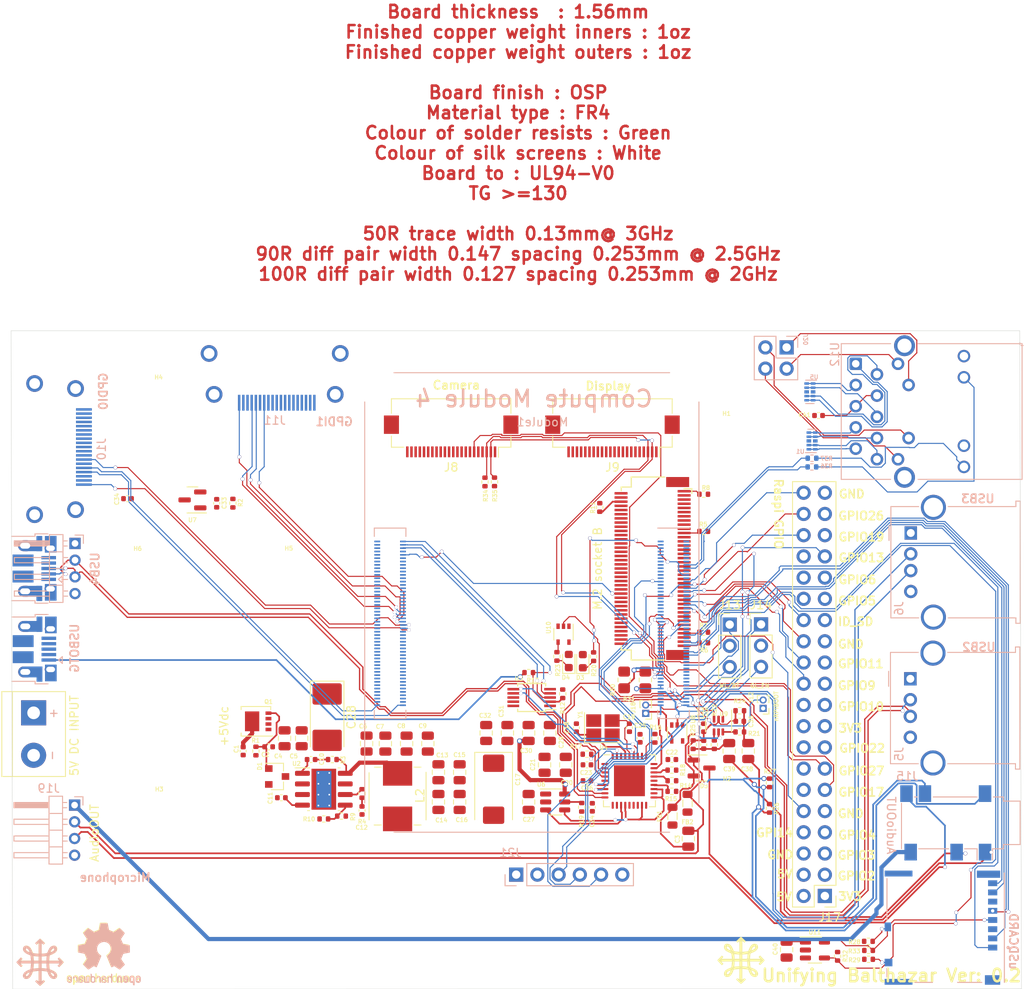
<source format=kicad_pcb>
(kicad_pcb (version 20171130) (host pcbnew "(5.1.12)-1")
  (layers (0 F.Cu signal) (31 B.Cu signal) (34 B.Paste user hide) (35 F.Paste user hide) (36 B.SilkS user hide) (37 F.SilkS user hide) (38 B.Mask user hide) (39 F.Mask user hide) (44 Edge.Cuts user))
  (net 0 "")
  (net 1 GND)
  (net 2 "Net-(J1-Pin_1)")
  (net 3 "Net-(D1-A)")
  (net 4 /+5v)
  (net 5 /CM4_HighSpeed/CAM0_D0_N)
  (net 6 /CM4_HighSpeed/CAM0_D0_P)
  (net 7 /CM4_HighSpeed/CAM0_D1_N)
  (net 8 /CM4_HighSpeed/CAM0_D1_P)
  (net 9 /CM4_HighSpeed/CAM0_C_N)
  (net 10 /CM4_HighSpeed/CAM0_C_P)
  (net 11 /CM4_HighSpeed/CAM1_D3_P)
  (net 12 /CM4_HighSpeed/CAM1_D3_N)
  (net 13 /CM4_HighSpeed/CAM1_D2_P)
  (net 14 /CM4_HighSpeed/CAM1_D2_N)
  (net 15 /CM4_HighSpeed/CAM1_C_P)
  (net 16 /CM4_HighSpeed/CAM1_C_N)
  (net 17 /CM4_HighSpeed/CAM1_D1_P)
  (net 18 /CM4_HighSpeed/CAM1_D1_N)
  (net 19 /CM4_HighSpeed/CAM1_D0_P)
  (net 20 /CM4_HighSpeed/CAM1_D0_N)
  (net 21 /CM4_HighSpeed/DSI0_D0_N)
  (net 22 /CM4_HighSpeed/DSI0_D0_P)
  (net 23 /CM4_HighSpeed/DSI0_D1_N)
  (net 24 /CM4_HighSpeed/DSI0_D1_P)
  (net 25 /CM4_HighSpeed/DSI0_C_N)
  (net 26 /CM4_HighSpeed/DSI0_C_P)
  (net 27 /CM4_HighSpeed/DSI1_D3_P)
  (net 28 /CM4_HighSpeed/DSI1_D3_N)
  (net 29 /CM4_HighSpeed/DSI1_D2_P)
  (net 30 /CM4_HighSpeed/DSI1_D2_N)
  (net 31 /CM4_HighSpeed/DSI1_C_P)
  (net 32 /CM4_HighSpeed/DSI1_C_N)
  (net 33 /CM4_HighSpeed/DSI1_D1_P)
  (net 34 /CM4_HighSpeed/DSI1_D1_N)
  (net 35 /CM4_HighSpeed/DSI1_D0_P)
  (net 36 /CM4_HighSpeed/DSI1_D0_N)
  (net 37 "Net-(U2-BST)")
  (net 38 "Net-(C10-Pad1)")
  (net 39 "Net-(C12-Pad1)")
  (net 40 "Net-(U2-SS)")
  (net 41 "Net-(U4-XTALIN{slash}CLKIN)")
  (net 42 "/CM4_GPIO (GPIO, SDCARD)/SD_PWR")
  (net 43 "Net-(U4-XTALOUT)")
  (net 44 "/CM4_GPIO (GPIO, SDCARD)/nRPIBOOT")
  (net 45 "/CM4_GPIO (GPIO, SDCARD)/EEPROM_nWP")
  (net 46 "/CM4_GPIO (GPIO, SDCARD)/AIN0")
  (net 47 "/CM4_GPIO (GPIO, SDCARD)/AIN1")
  (net 48 "/CM4_GPIO (GPIO, SDCARD)/SYNC_IN")
  (net 49 "/CM4_GPIO (GPIO, SDCARD)/SYNC_OUT")
  (net 50 "/CM4_GPIO (GPIO, SDCARD)/GLOBAL_EN")
  (net 51 "/CM4_GPIO (GPIO, SDCARD)/WL_nDis")
  (net 52 "/CM4_GPIO (GPIO, SDCARD)/BT_nDis")
  (net 53 /CM4_HighSpeed/HDMI1_D2_P)
  (net 54 /CM4_HighSpeed/HDMI1_D2_N)
  (net 55 /CM4_HighSpeed/HDMI1_D1_P)
  (net 56 /CM4_HighSpeed/HDMI1_D1_N)
  (net 57 /CM4_HighSpeed/HDMI1_D0_P)
  (net 58 /CM4_HighSpeed/HDMI1_D0_N)
  (net 59 /CM4_HighSpeed/HDMI1_CK_P)
  (net 60 /CM4_HighSpeed/HDMI1_CK_N)
  (net 61 /CM4_HighSpeed/HDMI1_CEC)
  (net 62 /CM4_HighSpeed/HDMI1_SCL)
  (net 63 /CM4_HighSpeed/HDMI1_SDA)
  (net 64 /CM4_HighSpeed/HDMI1_HOTPLUG)
  (net 65 /USB2-HUB/HD2_N)
  (net 66 /USB2-HUB/HD2_P)
  (net 67 "/CM4_GPIO (GPIO, SDCARD)/RUN_PG")
  (net 68 "/CM4_GPIO (GPIO, SDCARD)/GPIO2")
  (net 69 /USB2-HUB/HD3_P)
  (net 70 /USB2-HUB/HD3_N)
  (net 71 /USB2-HUB/HD4_P)
  (net 72 /USB2-HUB/HD4_N)
  (net 73 "/CM4_GPIO (GPIO, SDCARD)/GPIO3")
  (net 74 "/CM4_GPIO (GPIO, SDCARD)/GPIO4")
  (net 75 "/CM4_GPIO (GPIO, SDCARD)/GPIO14")
  (net 76 "/CM4_GPIO (GPIO, SDCARD)/GPIO15")
  (net 77 "/CM4_GPIO (GPIO, SDCARD)/GPIO17")
  (net 78 "/CM4_GPIO (GPIO, SDCARD)/GPIO27")
  (net 79 "/CM4_GPIO (GPIO, SDCARD)/GPIO22")
  (net 80 "/CM4_GPIO (GPIO, SDCARD)/GPIO23")
  (net 81 "/CM4_GPIO (GPIO, SDCARD)/GPIO24")
  (net 82 "/CM4_GPIO (GPIO, SDCARD)/GPIO10")
  (net 83 "/CM4_GPIO (GPIO, SDCARD)/GPIO9")
  (net 84 "/CM4_GPIO (GPIO, SDCARD)/GPIO25")
  (net 85 "/CM4_GPIO (GPIO, SDCARD)/GPIO11")
  (net 86 "/CM4_GPIO (GPIO, SDCARD)/GPIO8")
  (net 87 "/CM4_GPIO (GPIO, SDCARD)/GPIO7")
  (net 88 /USB2-HUB/PWR1)
  (net 89 /USB2-HUB/nOCS1)
  (net 90 "/CM4_GPIO (GPIO, SDCARD)/ID_SD")
  (net 91 "/CM4_GPIO (GPIO, SDCARD)/ID_SC")
  (net 92 "/CM4_GPIO (GPIO, SDCARD)/GPIO5")
  (net 93 /+3.3v)
  (net 94 /USB2-HUB/USBD_P)
  (net 95 /USB2-HUB/USBD_N)
  (net 96 /USB2-HUB/USBH_N)
  (net 97 /USB2-HUB/USBH_P)
  (net 98 "/CM4_GPIO (GPIO, SDCARD)/GPIO6")
  (net 99 "/CM4_GPIO (GPIO, SDCARD)/GPIO12")
  (net 100 "/CM4_GPIO (GPIO, SDCARD)/GPIO13")
  (net 101 "/CM4_GPIO (GPIO, SDCARD)/GPIO16")
  (net 102 "/CM4_GPIO (GPIO, SDCARD)/GPIO26")
  (net 103 /CM4_HighSpeed/CAM_GPIO)
  (net 104 "/CM4_GPIO (GPIO, SDCARD)/GPIO21")
  (net 105 /CM4_HighSpeed/SCL0)
  (net 106 /CM4_HighSpeed/SDA0)
  (net 107 "/CM4_GPIO (GPIO, SDCARD)/SD_DAT1")
  (net 108 "Net-(U12-CT)")
  (net 109 /USB2-HUB/VBUS)
  (net 110 "/CM4_GPIO (GPIO, SDCARD)/SD_DAT0")
  (net 111 "/CM4_GPIO (GPIO, SDCARD)/SD_CLK")
  (net 112 "/CM4_GPIO (GPIO, SDCARD)/SD_CMD")
  (net 113 "/CM4_GPIO (GPIO, SDCARD)/SD_DAT3")
  (net 114 "/CM4_GPIO (GPIO, SDCARD)/SD_DAT2")
  (net 115 "/CM4_GPIO (GPIO, SDCARD)/TRD3_P")
  (net 116 "/CM4_GPIO (GPIO, SDCARD)/TRD1_P")
  (net 117 "/CM4_GPIO (GPIO, SDCARD)/TRD3_N")
  (net 118 "/CM4_GPIO (GPIO, SDCARD)/TRD1_N")
  (net 119 "/CM4_GPIO (GPIO, SDCARD)/TRD2_N")
  (net 120 "/CM4_GPIO (GPIO, SDCARD)/TRD0_N")
  (net 121 "/CM4_GPIO (GPIO, SDCARD)/TRD2_P")
  (net 122 "/CM4_GPIO (GPIO, SDCARD)/TRD0_P")
  (net 123 "/CM4_GPIO (GPIO, SDCARD)/ETH_LEDY")
  (net 124 "/CM4_GPIO (GPIO, SDCARD)/ETH_LEDG")
  (net 125 "/CM4_GPIO (GPIO, SDCARD)/SD_PWR_ON")
  (net 126 /PCIE_CLK_nREQ)
  (net 127 "/CM4_GPIO (GPIO, SDCARD)/Reserved")
  (net 128 "/CM4_GPIO (GPIO, SDCARD)/GPIO_VREF")
  (net 129 "Net-(D3-K)")
  (net 130 "Net-(D4-K)")
  (net 131 "Net-(D5-K)")
  (net 132 "Net-(J2-CONFIG_3)")
  (net 133 "Net-(J2-~{FULL_CARD_POWER_OFF})")
  (net 134 /CM4_HighSpeed/USB2_N)
  (net 136 /CM4_HighSpeed/USB2_P)
  (net 139 "/CM4_GPIO (GPIO, SDCARD)/+1.8v")
  (net 140 "/CM4_GPIO (GPIO, SDCARD)/nPWR_LED")
  (net 141 /nEXTRST)
  (net 142 "Net-(J2-CONFIG_0)")
  (net 147 "Net-(C36-Pad1)")
  (net 149 /USB2-HUB/HD1_M2_N)
  (net 150 /USB2-HUB/HD1_M2_P)
  (net 154 /HD1_M2_P)
  (net 156 /HD1_M2_N)
  (net 166 /SIM_RST)
  (net 168 /SIM_CLK)
  (net 169 /SIM_DATA)
  (net 171 /SIM_PWR)
  (net 175 /PCIE_RX_N)
  (net 177 /PCIE_RX_P)
  (net 180 /PCIE_TX_N)
  (net 182 /PCIE_TX_P)
  (net 183 /PCIE_nRST)
  (net 185 /PCIE_CLK_N)
  (net 187 /PCIE_CLK_P)
  (net 188 "Net-(J2-CONFIG_1)")
  (net 189 "Net-(J2-CONFIG_2)")
  (net 192 "Net-(U4-SCL{slash}SMBCLK{slash}CFG_SEL0)")
  (net 194 /SIM_SW)
  (net 197 "Net-(C37-Pad1)")
  (net 198 "/CM4_GPIO (GPIO, SDCARD)/AUDIO_L")
  (net 199 "/CM4_GPIO (GPIO, SDCARD)/AUDIO_R")
  (net 200 "Net-(J16-DET_B)")
  (net 201 "Net-(J16-DET_A)")
  (net 202 "Net-(U2-SW)")
  (net 204 "Net-(Module1A-PI_nLED_Activity)")
  (net 210 "Net-(D5-A)")
  (net 211 "Net-(D5-K)_1")
  (net 212 "Net-(U2-COMP)")
  (net 213 "Net-(U2-FB)")
  (net 214 "Net-(U4-SDA{slash}SMBDATA{slash}NON_REM1)")
  (net 215 "Net-(U4-SUSP_IND{slash}LOCAL_PWR{slash}NON_REM0)")
  (net 216 "Net-(U4-HS_IND{slash}CFG_SEL1)")
  (net 217 "Net-(U4-RBIAS)")
  (net 219 "Net-(U6-ILIM)")
  (net 220 "Net-(R23-Pad2)")
  (net 221 "Net-(U9-Y1)")
  (net 222 "Net-(U9-Y2)")
  (net 228 /+3.3vSSD)
  (net 230 "Net-(J19-Pin_3)")
  (net 231 "Net-(J19-Pin_1)")
  (net 234 "Net-(J3-VBUS)")
  (net 235 /CM4_HighSpeed/USBOTG_ID)
  (net 236 /CM4_HighSpeed/TV_OUT)
  (net 239 HDMI0_CEC)
  (net 240 HDMI0_D2_P)
  (net 241 HDMI0_D2_N)
  (net 242 HDMI0_D1_P)
  (net 243 HDMI0_D1_N)
  (net 244 HDMI0_D0_P)
  (net 245 HDMI0_D0_N)
  (net 246 HDMI0_CK_P)
  (net 247 HDMI0_CK_N)
  (net 248 HDMI0_SCL)
  (net 249 HDMI0_SDA)
  (net 250 HDMI_5v)
  (net 251 HDMI0_HOTPLUG)
  (net 252 "/CM4_GPIO (GPIO, SDCARD)/TR1_TAP")
  (net 253 "/CM4_GPIO (GPIO, SDCARD)/TR2_TAP")
  (net 254 "/CM4_GPIO (GPIO, SDCARD)/TR0_TAP")
  (net 255 "/CM4_GPIO (GPIO, SDCARD)/TR3_TAP")
  (net 256 "Net-(U12-LEDG_K)")
  (net 257 "Net-(U12-LEDY_K)")
  (net 258 "/CM4_GPIO (GPIO, SDCARD)/BCLK")
  (net 259 "/CM4_GPIO (GPIO, SDCARD)/DOUT")
  (net 260 "/CM4_GPIO (GPIO, SDCARD)/LRCL")
  (net 261 "Net-(J18-Pin_1)")
  (module Connector_FFC-FPC:Hirose_FH12-22S-0.5SH_1x22-1MP_P0.50mm_Horizontal (layer F.Cu) (at 149.464 87.046 180)
    (fp_text reference J8 (at 0 -3.7) (layer F.SilkS))
    (fp_text value Conn_01x22_Female)
    (pad 1 smd rect (at -5.25 -1.85 180) (size 0.3 1.3) (layers F.Cu F.Paste F.Mask))
    (pad 2 smd rect (at -4.75 -1.85 180) (size 0.3 1.3) (layers F.Cu F.Paste F.Mask) (net 106 /CM4_HighSpeed/SDA0))
    (pad 3 smd rect (at -4.25 -1.85 180) (size 0.3 1.3) (layers F.Cu F.Paste F.Mask) (net 105 /CM4_HighSpeed/SCL0))
    (pad 4 smd rect (at -3.75 -1.85 180) (size 0.3 1.3) (layers F.Cu F.Paste F.Mask))
    (pad 5 smd rect (at -3.25 -1.85 180) (size 0.3 1.3) (layers F.Cu F.Paste F.Mask))
    (pad 6 smd rect (at -2.75 -1.85 180) (size 0.3 1.3) (layers F.Cu F.Paste F.Mask) (net 103 /CM4_HighSpeed/CAM_GPIO))
    (pad 7 smd rect (at -2.25 -1.85 180) (size 0.3 1.3) (layers F.Cu F.Paste F.Mask))
    (pad 8 smd rect (at -1.75 -1.85 180) (size 0.3 1.3) (layers F.Cu F.Paste F.Mask))
    (pad 9 smd rect (at -1.25 -1.85 180) (size 0.3 1.3) (layers F.Cu F.Paste F.Mask))
    (pad 10 smd rect (at -0.75 -1.85 180) (size 0.3 1.3) (layers F.Cu F.Paste F.Mask))
    (pad 11 smd rect (at -0.25 -1.85 180) (size 0.3 1.3) (layers F.Cu F.Paste F.Mask))
    (pad 12 smd rect (at 0.25 -1.85 180) (size 0.3 1.3) (layers F.Cu F.Paste F.Mask))
    (pad 13 smd rect (at 0.75 -1.85 180) (size 0.3 1.3) (layers F.Cu F.Paste F.Mask))
    (pad 14 smd rect (at 1.25 -1.85 180) (size 0.3 1.3) (layers F.Cu F.Paste F.Mask))
    (pad 15 smd rect (at 1.75 -1.85 180) (size 0.3 1.3) (layers F.Cu F.Paste F.Mask))
    (pad 16 smd rect (at 2.25 -1.85 180) (size 0.3 1.3) (layers F.Cu F.Paste F.Mask))
    (pad 17 smd rect (at 2.75 -1.85 180) (size 0.3 1.3) (layers F.Cu F.Paste F.Mask))
    (pad 18 smd rect (at 3.25 -1.85 180) (size 0.3 1.3) (layers F.Cu F.Paste F.Mask))
    (pad 19 smd rect (at 3.75 -1.85 180) (size 0.3 1.3) (layers F.Cu F.Paste F.Mask))
    (pad 20 smd rect (at 4.25 -1.85 180) (size 0.3 1.3) (layers F.Cu F.Paste F.Mask))
    (pad 21 smd rect (at 4.75 -1.85 180) (size 0.3 1.3) (layers F.Cu F.Paste F.Mask))
    (pad 22 smd rect (at 5.25 -1.85 180) (size 0.3 1.3) (layers F.Cu F.Paste F.Mask))
    (pad MP smd rect (at -7.15 1.4 180) (size 1.8 2.2) (layers F.Cu F.Paste F.Mask))
    (pad MP smd rect (at 7.15 1.4 180) (size 1.8 2.2) (layers F.Cu F.Paste F.Mask))
  )
  (module Resistor_SMD:R_0402_1005Metric (layer F.Cu) (at 187.564 128.514 270)
    (fp_text reference R27 (at -1.364 -0.046 180) (layer F.SilkS) (effects (font (size 0.5 0.5) (thickness 0.1) bold)))
    (fp_text value 1K8)
    (pad 1 smd roundrect (at -0.51 0 270) (size 0.54 0.64) (layers F.Cu F.Paste F.Mask) (net 211 "Net-(D5-K)_1"))
    (pad 2 smd roundrect (at 0.51 0 270) (size 0.54 0.64) (layers F.Cu F.Paste F.Mask) (net 199 "/CM4_GPIO (GPIO, SDCARD)/AUDIO_R"))
  )
  (module Resistor_SMD:R_0402_1005Metric (layer F.Cu) (at 195.71 149.27 270)
    (fp_text reference R32 (at -0.03 -0.93 90) (layer F.SilkS) (effects (font (size 0.5 0.5) (thickness 0.1) bold)))
    (fp_text value "12K 1%")
    (pad 1 smd roundrect (at -0.51 0 270) (size 0.54 0.64) (layers F.Cu F.Paste F.Mask))
    (pad 2 smd roundrect (at 0.51 0 270) (size 0.54 0.64) (layers F.Cu F.Paste F.Mask) (net 125 "/CM4_GPIO (GPIO, SDCARD)/SD_PWR_ON"))
  )
  (module Resistor_SMD:R_0402_1005Metric (layer F.Cu) (at 165.085 131.435 270)
    (fp_text reference R19 (at 1.695 0.005 90) (layer F.SilkS) (effects (font (size 0.5 0.5) (thickness 0.1) bold)))
    (fp_text value "15K 1%")
    (pad 1 smd roundrect (at -0.51 0 270) (size 0.54 0.64) (layers F.Cu F.Paste F.Mask) (net 219 "Net-(U6-ILIM)"))
    (pad 2 smd roundrect (at 0.51 0 270) (size 0.54 0.64) (layers F.Cu F.Paste F.Mask))
  )
  (module Resistor_SMD:R_0402_1005Metric (layer F.Cu) (at 138.796 129.784 270)
    (fp_text reference R4 (at 3.366 -0.004 180) (layer F.SilkS) (effects (font (size 0.5 0.5) (thickness 0.1) bold)))
    (fp_text value "12K 1%")
    (pad 1 smd roundrect (at -0.51 0 270) (size 0.54 0.64) (layers F.Cu F.Paste F.Mask) (net 212 "Net-(U2-COMP)"))
    (pad 2 smd roundrect (at 0.51 0 270) (size 0.54 0.64) (layers F.Cu F.Paste F.Mask) (net 39 "Net-(C12-Pad1)"))
  )
  (module Resistor_SMD:R_0402_1005Metric (layer F.Cu) (at 187.564 131.562 90)
    (fp_text reference R26 (at -0.028 0.856 90) (layer F.SilkS) (effects (font (size 0.5 0.5) (thickness 0.1) bold)))
    (fp_text value 1K8)
    (pad 1 smd roundrect (at -0.51 0 90) (size 0.54 0.64) (layers F.Cu F.Paste F.Mask) (net 211 "Net-(D5-K)_1"))
    (pad 2 smd roundrect (at 0.51 0 90) (size 0.54 0.64) (layers F.Cu F.Paste F.Mask) (net 198 "/CM4_GPIO (GPIO, SDCARD)/AUDIO_L"))
  )
  (module MountingHole:MountingHole_2.7mm_M2.5 (layer F.Cu) (at 182.484 131.308)
    (fp_text reference H2 (at 0.006 -3.278) (layer F.SilkS) (effects (font (size 0.5 0.5) (thickness 0.1) bold)))
    (fp_text value MountingHole)
    (pad "" np_thru_hole circle (at 0 0) (size 2.7 2.7) (drill 2.7) (layers *.Cu *.Mask))
  )
  (module Package_TO_SOT_SMD:SOT-353_SC-70-5 (layer F.Cu) (at 176.515 122.545 270)
    (fp_text reference U8 (at -1.645 -1.905 90) (layer F.SilkS) (effects (font (size 0.5 0.5) (thickness 0.1) bold)))
    (fp_text value 74LVC1G07SE-7)
    (pad 1 smd rect (at -0.95 -0.65 270) (size 0.65 0.4) (layers F.Cu F.Paste F.Mask))
    (pad 2 smd rect (at -0.95 0 270) (size 0.65 0.4) (layers F.Cu F.Paste F.Mask) (net 67 "/CM4_GPIO (GPIO, SDCARD)/RUN_PG"))
    (pad 3 smd rect (at -0.95 0.65 270) (size 0.65 0.4) (layers F.Cu F.Paste F.Mask))
    (pad 4 smd rect (at 0.95 0.65 270) (size 0.65 0.4) (layers F.Cu F.Paste F.Mask) (net 261 "Net-(J18-Pin_1)"))
    (pad 5 smd rect (at 0.95 -0.65 270) (size 0.65 0.4) (layers F.Cu F.Paste F.Mask))
  )
  (module Connector_PinHeader_1.00mm:PinHeader_1x02_P1.00mm_Vertical (layer F.Cu) (at 172.75 120.2 180)
    (fp_text reference J18 (at 1.5 0.7 90) (layer F.SilkS) (effects (font (size 0.5 0.5) (thickness 0.1) bold)))
    (fp_text value GLOBAL_EN)
    (pad 1 thru_hole rect (at 0 0 180) (size 0.85 0.85) (drill 0.5) (layers *.Cu *.Mask) (net 261 "Net-(J18-Pin_1)"))
    (pad 2 thru_hole oval (at 0 1 180) (size 0.85 0.85) (drill 0.5) (layers *.Cu *.Mask) (net 50 "/CM4_GPIO (GPIO, SDCARD)/GLOBAL_EN"))
  )
  (module Capacitor_SMD:C_0805_2012Metric (layer F.Cu) (at 161.275 122.545 90)
    (fp_text reference C29 (at -1.135 1.375 90) (layer F.SilkS) (effects (font (size 0.5 0.5) (thickness 0.1) bold)))
    (fp_text value 10u)
    (pad 1 smd roundrect (at -0.95 0 90) (size 1 1.45) (layers F.Cu F.Paste F.Mask))
    (pad 2 smd roundrect (at 0.95 0 90) (size 1 1.45) (layers F.Cu F.Paste F.Mask))
  )
  (module MountingHole:M.2Hole_3.5mm (layer F.Cu) (at 111.999 102.86)
    (fp_text reference H6 (at -0.059 -2.38 180) (layer F.SilkS) (effects (font (size 0.5 0.5) (thickness 0.1) bold)))
    (fp_text value "M.2 Hole")
    (pad "" np_thru_hole circle (at 0 0) (size 3.5 3.5) (drill 3.5) (layers *.Cu *.Mask))
  )
  (module Capacitor_SMD:C_0402_1005Metric (layer F.Cu) (at 165.72 128.26 180)
    (fp_text reference C26 (at -0.01 -0.88) (layer F.SilkS) (effects (font (size 0.5 0.5) (thickness 0.1) bold)))
    (fp_text value 100n)
    (pad 1 smd roundrect (at -0.48 0 180) (size 0.56 0.62) (layers F.Cu F.Paste F.Mask))
    (pad 2 smd roundrect (at 0.48 0 180) (size 0.56 0.62) (layers F.Cu F.Paste F.Mask))
  )
  (module TerminalBlock:TerminalBlock_bornier-2_P5.08mm (layer F.Cu) (at 99.492 120.132 270)
    (fp_text reference J1)
    (fp_text value Conn_01x02)
    (pad 1 thru_hole rect (at 0 0 270) (size 3 3) (drill 1.52) (layers *.Cu *.Mask))
    (pad 2 thru_hole circle (at 5.08 0 270) (size 3 3) (drill 1.52) (layers *.Cu *.Mask))
  )
  (module Resistor_SMD:R_0402_1005Metric (layer F.Cu) (at 123.34 95.04 90)
    (fp_text reference R2 (at 0.06 0.91 90) (layer F.SilkS) (effects (font (size 0.5 0.5) (thickness 0.1) bold)))
    (fp_text value DNP)
    (pad 1 smd roundrect (at -0.51 0 90) (size 0.54 0.64) (layers F.Cu F.Paste F.Mask))
    (pad 2 smd roundrect (at 0.51 0 90) (size 0.54 0.64) (layers F.Cu F.Paste F.Mask))
  )
  (module Package_TO_SOT_SMD:SOT-23 (layer F.Cu) (at 179.436 126.736)
    (fp_text reference D5 (at 0.284 2.144 180) (layer F.SilkS) (effects (font (size 0.5 0.5) (thickness 0.1) bold)))
    (fp_text value BAV99)
    (pad 1 smd roundrect (at -0.9375 -0.95) (size 1.475 0.6) (layers F.Cu F.Paste F.Mask) (net 211 "Net-(D5-K)_1"))
    (pad 2 smd roundrect (at -0.9375 0.95) (size 1.475 0.6) (layers F.Cu F.Paste F.Mask) (net 210 "Net-(D5-A)"))
    (pad 3 smd roundrect (at 0.9375 0) (size 1.475 0.6) (layers F.Cu F.Paste F.Mask) (net 131 "Net-(D5-K)"))
  )
  (module Capacitor_SMD:C_0805_2012Metric (layer F.Cu) (at 129.525 123.18 90)
    (fp_text reference C4 (at -2.14 -0.755 180) (layer F.SilkS) (effects (font (size 0.5 0.5) (thickness 0.1) bold)))
    (fp_text value "10u 10v")
    (pad 1 smd roundrect (at -0.95 0 90) (size 1 1.45) (layers F.Cu F.Paste F.Mask))
    (pad 2 smd roundrect (at 0.95 0 90) (size 1 1.45) (layers F.Cu F.Paste F.Mask))
  )
  (module Resistor_SMD:R_0402_1005Metric (layer F.Cu) (at 136.34 132.49 180)
    (fp_text reference R9 (at -1.37 -0.08 90) (layer F.SilkS) (effects (font (size 0.5 0.5) (thickness 0.1) bold)))
    (fp_text value "47K 1%")
    (pad 1 smd roundrect (at -0.51 0 180) (size 0.54 0.64) (layers F.Cu F.Paste F.Mask))
    (pad 2 smd roundrect (at 0.51 0 180) (size 0.54 0.64) (layers F.Cu F.Paste F.Mask) (net 213 "Net-(U2-FB)"))
  )
  (module CM4IO:balthazar-logo (layer F.Cu) (at 184.135105 149.71818)
    (fp_text reference G1)
    (fp_text value LOGO hide)
  )
  (module Capacitor_SMD:C_0805_2012Metric (layer F.Cu) (at 147.94 130.8 270)
    (fp_text reference C14 (at 2.18 -0.36 180) (layer F.SilkS) (effects (font (size 0.5 0.5) (thickness 0.1) bold)))
    (fp_text value 10u)
    (pad 1 smd roundrect (at -0.95 0 270) (size 1 1.45) (layers F.Cu F.Paste F.Mask))
    (pad 2 smd roundrect (at 0.95 0 270) (size 1 1.45) (layers F.Cu F.Paste F.Mask))
  )
  (module Resistor_SMD:R_0402_1005Metric (layer F.Cu) (at 184.008 119.878)
    (fp_text reference R24 (at 0 -1.17) (layer F.SilkS) (effects (font (size 0.5 0.5) (thickness 0.1) bold)))
    (fp_text value 100)
    (pad 1 smd roundrect (at -0.51 0) (size 0.54 0.64) (layers F.Cu F.Paste F.Mask) (net 211 "Net-(D5-K)_1"))
    (pad 2 smd roundrect (at 0.51 0) (size 0.54 0.64) (layers F.Cu F.Paste F.Mask) (net 147 "Net-(C36-Pad1)"))
  )
  (module Resistor_SMD:R_0402_1005Metric (layer F.Cu) (at 179.69 110.48 180)
    (fp_text reference R6 (at -0.05 -2.17) (layer F.SilkS) (effects (font (size 0.5 0.5) (thickness 0.1) bold)))
    (fp_text value nf)
    (pad 1 smd roundrect (at -0.51 0 180) (size 0.54 0.64) (layers F.Cu F.Paste F.Mask))
    (pad 2 smd roundrect (at 0.51 0 180) (size 0.54 0.64) (layers F.Cu F.Paste F.Mask) (net 188 "Net-(J2-CONFIG_1)"))
  )
  (module Connector_FFC-FPC:Hirose_FH12-22S-0.5SH_1x22-1MP_P0.50mm_Horizontal (layer F.Cu) (at 168.768 87.046 180)
    (fp_text reference J9 (at 0 -3.7) (layer F.SilkS))
    (fp_text value Conn_01x22_Female)
    (pad 1 smd rect (at -5.25 -1.85 180) (size 0.3 1.3) (layers F.Cu F.Paste F.Mask))
    (pad 2 smd rect (at -4.75 -1.85 180) (size 0.3 1.3) (layers F.Cu F.Paste F.Mask) (net 106 /CM4_HighSpeed/SDA0))
    (pad 3 smd rect (at -4.25 -1.85 180) (size 0.3 1.3) (layers F.Cu F.Paste F.Mask) (net 105 /CM4_HighSpeed/SCL0))
    (pad 4 smd rect (at -3.75 -1.85 180) (size 0.3 1.3) (layers F.Cu F.Paste F.Mask))
    (pad 5 smd rect (at -3.25 -1.85 180) (size 0.3 1.3) (layers F.Cu F.Paste F.Mask))
    (pad 6 smd rect (at -2.75 -1.85 180) (size 0.3 1.3) (layers F.Cu F.Paste F.Mask))
    (pad 7 smd rect (at -2.25 -1.85 180) (size 0.3 1.3) (layers F.Cu F.Paste F.Mask))
    (pad 8 smd rect (at -1.75 -1.85 180) (size 0.3 1.3) (layers F.Cu F.Paste F.Mask))
    (pad 9 smd rect (at -1.25 -1.85 180) (size 0.3 1.3) (layers F.Cu F.Paste F.Mask))
    (pad 10 smd rect (at -0.75 -1.85 180) (size 0.3 1.3) (layers F.Cu F.Paste F.Mask))
    (pad 11 smd rect (at -0.25 -1.85 180) (size 0.3 1.3) (layers F.Cu F.Paste F.Mask))
    (pad 12 smd rect (at 0.25 -1.85 180) (size 0.3 1.3) (layers F.Cu F.Paste F.Mask))
    (pad 13 smd rect (at 0.75 -1.85 180) (size 0.3 1.3) (layers F.Cu F.Paste F.Mask))
    (pad 14 smd rect (at 1.25 -1.85 180) (size 0.3 1.3) (layers F.Cu F.Paste F.Mask))
    (pad 15 smd rect (at 1.75 -1.85 180) (size 0.3 1.3) (layers F.Cu F.Paste F.Mask))
    (pad 16 smd rect (at 2.25 -1.85 180) (size 0.3 1.3) (layers F.Cu F.Paste F.Mask))
    (pad 17 smd rect (at 2.75 -1.85 180) (size 0.3 1.3) (layers F.Cu F.Paste F.Mask))
    (pad 18 smd rect (at 3.25 -1.85 180) (size 0.3 1.3) (layers F.Cu F.Paste F.Mask))
    (pad 19 smd rect (at 3.75 -1.85 180) (size 0.3 1.3) (layers F.Cu F.Paste F.Mask))
    (pad 20 smd rect (at 4.25 -1.85 180) (size 0.3 1.3) (layers F.Cu F.Paste F.Mask))
    (pad 21 smd rect (at 4.75 -1.85 180) (size 0.3 1.3) (layers F.Cu F.Paste F.Mask))
    (pad 22 smd rect (at 5.25 -1.85 180) (size 0.3 1.3) (layers F.Cu F.Paste F.Mask))
    (pad MP smd rect (at -7.15 1.4 180) (size 1.8 2.2) (layers F.Cu F.Paste F.Mask))
    (pad MP smd rect (at 7.15 1.4 180) (size 1.8 2.2) (layers F.Cu F.Paste F.Mask))
  )
  (module Resistor_SMD:R_0402_1005Metric (layer F.Cu) (at 175.88 128.26)
    (fp_text reference R14 (at 1.66 0.59 180) (layer F.SilkS) (effects (font (size 0.5 0.5) (thickness 0.1) bold)))
    (fp_text value "36K 1%")
    (pad 1 smd roundrect (at -0.51 0) (size 0.54 0.64) (layers F.Cu F.Paste F.Mask) (net 192 "Net-(U4-SCL{slash}SMBCLK{slash}CFG_SEL0)"))
    (pad 2 smd roundrect (at 0.51 0) (size 0.54 0.64) (layers F.Cu F.Paste F.Mask))
  )
  (module CM4IO:balthazar-logo (layer F.Cu) (at 100.265105 149.94818)
    (fp_text reference G2)
    (fp_text value LOGO hide)
  )
  (module Resistor_SMD:R_0402_1005Metric (layer F.Cu) (at 126.096 124.704 270)
    (fp_text reference R1 (at -1.264 0.026 180) (layer F.SilkS) (effects (font (size 0.5 0.5) (thickness 0.1) bold)))
    (fp_text value "12K 1%")
    (pad 1 smd roundrect (at -0.51 0 270) (size 0.54 0.64) (layers F.Cu F.Paste F.Mask) (net 3 "Net-(D1-A)"))
    (pad 2 smd roundrect (at 0.51 0 270) (size 0.54 0.64) (layers F.Cu F.Paste F.Mask))
  )
  (module Capacitor_SMD:C_0805_2012Metric (layer F.Cu) (at 131.572 123.18 90)
    (fp_text reference C5 (at -2.14 -0.955 180) (layer F.SilkS) (effects (font (size 0.5 0.5) (thickness 0.1) bold)))
    (fp_text value "10u 10v")
    (pad 1 smd roundrect (at -0.95 0 90) (size 1 1.45) (layers F.Cu F.Paste F.Mask))
    (pad 2 smd roundrect (at 0.95 0 90) (size 1 1.45) (layers F.Cu F.Paste F.Mask))
  )
  (module Package_SON:Diodes_PowerDI3333-8 (layer F.Cu) (at 126.096 121.148 180)
    (fp_text reference Q1 (at -1.514 2.338) (layer F.SilkS) (effects (font (size 0.5 0.5) (thickness 0.1) bold)))
    (fp_text value DMP3013SFV-7)
    (pad 1 smd rect (at -1.5 -0.975 180) (size 0.7 0.42) (layers F.Cu F.Paste F.Mask))
    (pad 2 smd rect (at -1.5 -0.325 180) (size 0.7 0.42) (layers F.Cu F.Paste F.Mask))
    (pad 3 smd rect (at -1.5 0.325 180) (size 0.7 0.42) (layers F.Cu F.Paste F.Mask))
    (pad 4 smd rect (at -1.5 0.975 180) (size 0.7 0.42) (layers F.Cu F.Paste F.Mask) (net 3 "Net-(D1-A)"))
    (pad 5 smd custom (at 0.455 0 180) (size 1.71 2.37) (layers F.Cu F.Mask) (net 2 "Net-(J1-Pin_1)") (options (clearance outline) (anchor rect)) (primitives))
  )
  (module Capacitor_SMD:C_0805_2012Metric (layer F.Cu) (at 158.735 130.8 270)
    (fp_text reference C27 (at 2.1 -0.015) (layer F.SilkS) (effects (font (size 0.5 0.5) (thickness 0.1) bold)))
    (fp_text value 10u)
    (pad 1 smd roundrect (at -0.95 0 270) (size 1 1.45) (layers F.Cu F.Paste F.Mask))
    (pad 2 smd roundrect (at 0.95 0 270) (size 1 1.45) (layers F.Cu F.Paste F.Mask))
  )
  (module Capacitor_SMD:C_0805_2012Metric (layer F.Cu) (at 158.735 122.545 90)
    (fp_text reference C30 (at -2.125 -0.285 180) (layer F.SilkS) (effects (font (size 0.5 0.5) (thickness 0.1) bold)))
    (fp_text value 10u)
    (pad 1 smd roundrect (at -0.95 0 90) (size 1 1.45) (layers F.Cu F.Paste F.Mask) (net 109 /USB2-HUB/VBUS))
    (pad 2 smd roundrect (at 0.95 0 90) (size 1 1.45) (layers F.Cu F.Paste F.Mask))
  )
  (module Resistor_SMD:R_0805_2012Metric_Pad1.20x1.40mm_HandSolder (layer F.Cu) (at 170.165 116.195 270)
    (fp_text reference R30 (at 1.195 1.355 90) (layer F.SilkS) (effects (font (size 0.5 0.5) (thickness 0.1) bold)))
    (fp_text value 0R)
    (pad 1 smd roundrect (at -1 0 270) (size 1.2 1.4) (layers F.Cu F.Paste F.Mask) (roundrect_rratio 0.2083333333))
    (pad 2 smd roundrect (at 1 0 270) (size 1.2 1.4) (layers F.Cu F.Paste F.Mask) (roundrect_rratio 0.2083333333) (net 128 "/CM4_GPIO (GPIO, SDCARD)/GPIO_VREF"))
  )
  (module Crystal:Crystal_SMD_EuroQuartz_X22-4Pin_2.5x2.0mm_HandSoldering (layer F.Cu) (at 167.625 121.91)
    (fp_text reference Y1 (at -2.715 -1.57 90) (layer F.SilkS) (effects (font (size 0.5 0.5) (thickness 0.1) bold)))
    (fp_text value 24MHz)
    (pad 1 smd rect (at -1.1 0.85) (size 1.8 1.5) (layers F.Cu F.Paste F.Mask) (net 41 "Net-(U4-XTALIN{slash}CLKIN)"))
    (pad 2 smd rect (at 1.1 0.85) (size 1.8 1.5) (layers F.Cu F.Paste F.Mask))
    (pad 3 smd rect (at 1.1 -0.85) (size 1.8 1.5) (layers F.Cu F.Paste F.Mask) (net 43 "Net-(U4-XTALOUT)"))
    (pad 4 smd rect (at -1.1 -0.85) (size 1.8 1.5) (layers F.Cu F.Paste F.Mask))
  )
  (module Resistor_SMD:R_0402_1005Metric (layer F.Cu) (at 199.42 148.57 180)
    (fp_text reference R33 (at 1.71 -0.09) (layer F.SilkS) (effects (font (size 0.5 0.5) (thickness 0.1) bold)))
    (fp_text value DNP)
    (pad 1 smd roundrect (at -0.51 0 180) (size 0.54 0.64) (layers F.Cu F.Paste F.Mask) (net 42 "/CM4_GPIO (GPIO, SDCARD)/SD_PWR"))
    (pad 2 smd roundrect (at 0.51 0 180) (size 0.54 0.64) (layers F.Cu F.Paste F.Mask))
  )
  (module Capacitor_SMD:C_0805_2012Metric (layer F.Cu) (at 139.34 123.81 90)
    (fp_text reference C6 (at 2.065 -0.42 180) (layer F.SilkS) (effects (font (size 0.5 0.5) (thickness 0.1) bold)))
    (fp_text value "10u 10v")
    (pad 1 smd roundrect (at -0.95 0 90) (size 1 1.45) (layers F.Cu F.Paste F.Mask))
    (pad 2 smd roundrect (at 0.95 0 90) (size 1 1.45) (layers F.Cu F.Paste F.Mask))
  )
  (module Resistor_SMD:R_0402_1005Metric (layer F.Cu) (at 135.24 125.72 180)
    (fp_text reference R3 (at -1.3 -0.06 90) (layer F.SilkS) (effects (font (size 0.5 0.5) (thickness 0.1) bold)))
    (fp_text value 10R)
    (pad 1 smd roundrect (at -0.51 0 180) (size 0.54 0.64) (layers F.Cu F.Paste F.Mask) (net 202 "Net-(U2-SW)"))
    (pad 2 smd roundrect (at 0.51 0 180) (size 0.54 0.64) (layers F.Cu F.Paste F.Mask) (net 38 "Net-(C10-Pad1)"))
  )
  (module Inductor_SMD:L_Bourns_SRP7028A_7.3x6.6mm (layer F.Cu) (at 143.05 130.1 270)
    (fp_text reference L2 (at -0.05 -2.7 90) (layer F.SilkS))
    (fp_text value "SRN6045TA-3R3Y  (3.3uH)")
    (pad 1 smd rect (at -2.725 0 270) (size 2.95 3.5) (layers F.Cu F.Paste F.Mask) (net 202 "Net-(U2-SW)"))
    (pad 2 smd rect (at 2.725 0 270) (size 2.95 3.5) (layers F.Cu F.Paste F.Mask))
  )
  (module Capacitor_Tantalum_SMD:CP_EIA-7343-31_Kemet-D (layer F.Cu) (at 154.544 129.276 270)
    (fp_text reference C17 (at -1.156 -2.896 270) (layer F.SilkS) (effects (font (size 0.5 0.5) (thickness 0.1) bold)))
    (fp_text value 100uF)
    (pad 1 smd roundrect (at -3.1125 0 270) (size 2.075 2.55) (layers F.Cu F.Paste F.Mask) (roundrect_rratio 0.1204819277))
    (pad 2 smd roundrect (at 3.1125 0 270) (size 2.075 2.55) (layers F.Cu F.Paste F.Mask) (roundrect_rratio 0.1204819277))
  )
  (module Capacitor_SMD:C_0402_1005Metric (layer F.Cu) (at 166.355 131.435 270)
    (fp_text reference C24 (at 1.685 0.025 270) (layer F.SilkS) (effects (font (size 0.5 0.5) (thickness 0.1) bold)))
    (fp_text value 100n)
    (pad 1 smd roundrect (at -0.48 0 270) (size 0.56 0.62) (layers F.Cu F.Paste F.Mask))
    (pad 2 smd roundrect (at 0.48 0 270) (size 0.56 0.62) (layers F.Cu F.Paste F.Mask))
  )
  (module Diode_SMD:D_SOT-23_ANK (layer F.Cu) (at 128.636 127.752)
    (fp_text reference D1 (at -2.086 -1.232 90) (layer F.SilkS) (effects (font (size 0.5 0.5) (thickness 0.1) bold)))
    (fp_text value MMBZ5242BLT3G)
    (pad "" smd rect (at -1 0.95) (size 0.9 0.8) (layers F.Cu F.Paste F.Mask))
    (pad 1 smd rect (at 1 0) (size 0.9 0.8) (layers F.Cu F.Paste F.Mask))
    (pad 2 smd rect (at -1 -0.95) (size 0.9 0.8) (layers F.Cu F.Paste F.Mask) (net 3 "Net-(D1-A)"))
  )
  (module Resistor_SMD:R_0402_1005Metric (layer F.Cu) (at 166.51 113.41 90)
    (fp_text reference R20 (at -1.66 0.05 90) (layer F.SilkS) (effects (font (size 0.5 0.5) (thickness 0.1) bold)))
    (fp_text value 1k)
    (pad 1 smd roundrect (at -0.51 0 90) (size 0.54 0.64) (layers F.Cu F.Paste F.Mask) (net 129 "Net-(D3-K)"))
    (pad 2 smd roundrect (at 0.51 0 90) (size 0.54 0.64) (layers F.Cu F.Paste F.Mask) (net 204 "Net-(Module1A-PI_nLED_Activity)"))
  )
  (module Connector_PinHeader_1.00mm:PinHeader_1x02_P1.00mm_Vertical (layer F.Cu) (at 186.8 119.6 180)
    (fp_text reference J12 (at 1.44 1.31 90) (layer F.SilkS) (effects (font (size 0.5 0.5) (thickness 0.1) bold)))
    (fp_text value nRpiBoot)
    (pad 1 thru_hole rect (at 0 0 180) (size 0.85 0.85) (drill 0.5) (layers *.Cu *.Mask))
    (pad 2 thru_hole oval (at 0 1 180) (size 0.85 0.85) (drill 0.5) (layers *.Cu *.Mask) (net 44 "/CM4_GPIO (GPIO, SDCARD)/nRPIBOOT"))
  )
  (module Capacitor_SMD:C_0805_2012Metric (layer F.Cu) (at 189.61 148.47 270)
    (fp_text reference C40 (at -0.062 1.348 90) (layer F.SilkS) (effects (font (size 0.5 0.5) (thickness 0.1) bold)))
    (fp_text value 10u)
    (pad 1 smd roundrect (at -0.95 0 270) (size 1 1.45) (layers F.Cu F.Paste F.Mask) (net 42 "/CM4_GPIO (GPIO, SDCARD)/SD_PWR"))
    (pad 2 smd roundrect (at 0.95 0 270) (size 1 1.45) (layers F.Cu F.Paste F.Mask))
  )
  (module Capacitor_SMD:C_0402_1005Metric (layer F.Cu) (at 193.43 84.55 180)
    (fp_text reference C41 (at 1.67 0.07) (layer F.SilkS) (effects (font (size 0.5 0.5) (thickness 0.1) bold)))
    (fp_text value 100n)
    (pad 1 smd roundrect (at -0.48 0 180) (size 0.56 0.62) (layers F.Cu F.Paste F.Mask) (net 108 "Net-(U12-CT)"))
    (pad 2 smd roundrect (at 0.48 0 180) (size 0.56 0.62) (layers F.Cu F.Paste F.Mask))
  )
  (module Capacitor_SMD:C_0402_1005Metric (layer F.Cu) (at 179.69 123.942 90)
    (fp_text reference C37 (at 3.412 -0.12 180) (layer F.SilkS) (effects (font (size 0.5 0.5) (thickness 0.1) bold)))
    (fp_text value "100n 6.3")
    (pad 1 smd roundrect (at -0.48 0 90) (size 0.56 0.62) (layers F.Cu F.Paste F.Mask) (net 197 "Net-(C37-Pad1)"))
    (pad 2 smd roundrect (at 0.48 0 90) (size 0.56 0.62) (layers F.Cu F.Paste F.Mask) (net 211 "Net-(D5-K)_1"))
  )
  (module Capacitor_SMD:C_0805_2012Metric (layer F.Cu) (at 150.48 127.244 90)
    (fp_text reference C15 (at 2.084 -0.02 180) (layer F.SilkS) (effects (font (size 0.5 0.5) (thickness 0.1) bold)))
    (fp_text value 10u)
    (pad 1 smd roundrect (at -0.95 0 90) (size 1 1.45) (layers F.Cu F.Paste F.Mask))
    (pad 2 smd roundrect (at 0.95 0 90) (size 1 1.45) (layers F.Cu F.Paste F.Mask))
  )
  (module Capacitor_SMD:C_0402_1005Metric (layer F.Cu) (at 138.796 131.816 270)
    (fp_text reference C12 (at 2.034 0.046) (layer F.SilkS) (effects (font (size 0.5 0.5) (thickness 0.1) bold)))
    (fp_text value 1.2nF)
    (pad 1 smd roundrect (at -0.48 0 270) (size 0.56 0.62) (layers F.Cu F.Paste F.Mask) (net 39 "Net-(C12-Pad1)"))
    (pad 2 smd roundrect (at 0.48 0 270) (size 0.56 0.62) (layers F.Cu F.Paste F.Mask))
  )
  (module Resistor_SMD:R_0402_1005Metric (layer F.Cu) (at 165.72 125.085)
    (fp_text reference R17 (at -1.32 -0.945 180) (layer F.SilkS) (effects (font (size 0.5 0.5) (thickness 0.1) bold)))
    (fp_text value "12K 1%")
    (pad 1 smd roundrect (at -0.51 0) (size 0.54 0.64) (layers F.Cu F.Paste F.Mask))
    (pad 2 smd roundrect (at 0.51 0) (size 0.54 0.64) (layers F.Cu F.Paste F.Mask) (net 217 "Net-(U4-RBIAS)"))
  )
  (module Capacitor_SMD:C_0402_1005Metric (layer F.Cu) (at 164.45 121.91 90)
    (fp_text reference C18 (at 0 -1.16 90) (layer F.SilkS) (effects (font (size 0.5 0.5) (thickness 0.1) bold)))
    (fp_text value 27pF)
    (pad 1 smd roundrect (at -0.48 0 90) (size 0.56 0.62) (layers F.Cu F.Paste F.Mask) (net 41 "Net-(U4-XTALIN{slash}CLKIN)"))
    (pad 2 smd roundrect (at 0.48 0 90) (size 0.56 0.62) (layers F.Cu F.Paste F.Mask))
  )
  (module Capacitor_SMD:C_0402_1005Metric (layer F.Cu) (at 124.572 124.704 270)
    (fp_text reference C1 (at -0.254 0.822 90) (layer F.SilkS) (effects (font (size 0.5 0.5) (thickness 0.1) bold)))
    (fp_text value "100n 50v")
    (pad 1 smd roundrect (at -0.48 0 270) (size 0.56 0.62) (layers F.Cu F.Paste F.Mask) (net 2 "Net-(J1-Pin_1)"))
    (pad 2 smd roundrect (at 0.48 0 270) (size 0.56 0.62) (layers F.Cu F.Paste F.Mask))
  )
  (module Resistor_SMD:R_0805_2012Metric_Pad1.20x1.40mm_HandSolder (layer F.Cu) (at 172.705 116.195 90)
    (fp_text reference R31 (at -2.305 -1.955 180) (layer F.SilkS) (effects (font (size 0.5 0.5) (thickness 0.1) bold)))
    (fp_text value nf)
    (pad 1 smd roundrect (at -1 0 90) (size 1.2 1.4) (layers F.Cu F.Paste F.Mask) (roundrect_rratio 0.2083333333) (net 139 "/CM4_GPIO (GPIO, SDCARD)/+1.8v"))
    (pad 2 smd roundrect (at 1 0 90) (size 1.2 1.4) (layers F.Cu F.Paste F.Mask) (roundrect_rratio 0.2083333333) (net 128 "/CM4_GPIO (GPIO, SDCARD)/GPIO_VREF"))
  )
  (module Capacitor_SMD:C_0805_2012Metric (layer F.Cu) (at 182.738 124.704 270)
    (fp_text reference C39 (at 2.156 -0.022 180) (layer F.SilkS) (effects (font (size 0.5 0.5) (thickness 0.1) bold)))
    (fp_text value "47u 6.3")
    (pad 1 smd roundrect (at -0.95 0 270) (size 1 1.45) (layers F.Cu F.Paste F.Mask) (net 197 "Net-(C37-Pad1)"))
    (pad 2 smd roundrect (at 0.95 0 270) (size 1 1.45) (layers F.Cu F.Paste F.Mask) (net 199 "/CM4_GPIO (GPIO, SDCARD)/AUDIO_R"))
  )
  (module Resistor_SMD:R_0402_1005Metric (layer F.Cu) (at 179.69 98.415 180)
    (fp_text reference R5 (at 0.05 0.835) (layer F.SilkS) (effects (font (size 0.5 0.5) (thickness 0.1) bold)))
    (fp_text value nf)
    (pad 1 smd roundrect (at -0.51 0 180) (size 0.54 0.64) (layers F.Cu F.Paste F.Mask))
    (pad 2 smd roundrect (at 0.51 0 180) (size 0.54 0.64) (layers F.Cu F.Paste F.Mask) (net 142 "Net-(J2-CONFIG_0)"))
  )
  (module Symbol:OSHW-Logo2_9.8x8mm_SilkScreen (layer F.Cu) (at 107.86 148.96)
    (fp_text reference REF** hide)
    (fp_text value OSHW-Logo2_9.8x8mm_SilkScreen hide)
  )
  (module Capacitor_SMD:C_0805_2012Metric (layer F.Cu) (at 160.64 126.355 90)
    (fp_text reference C21 (at 0.015 -1.41 90) (layer F.SilkS) (effects (font (size 0.5 0.5) (thickness 0.1) bold)))
    (fp_text value 10u)
    (pad 1 smd roundrect (at -0.95 0 90) (size 1 1.45) (layers F.Cu F.Paste F.Mask))
    (pad 2 smd roundrect (at 0.95 0 90) (size 1 1.45) (layers F.Cu F.Paste F.Mask))
  )
  (module Capacitor_SMD:C_0805_2012Metric (layer F.Cu) (at 141.59 123.815 90)
    (fp_text reference C7 (at 2.035 -0.65 180) (layer F.SilkS) (effects (font (size 0.5 0.5) (thickness 0.1) bold)))
    (fp_text value "10u 10v")
    (pad 1 smd roundrect (at -0.95 0 90) (size 1 1.45) (layers F.Cu F.Paste F.Mask))
    (pad 2 smd roundrect (at 0.95 0 90) (size 1 1.45) (layers F.Cu F.Paste F.Mask))
  )
  (module Package_SO:MSOP-10_3x3mm_P0.5mm (layer F.Cu) (at 159.1 118.3 180)
    (fp_text reference U3 (at 1.53 2.27) (layer F.SilkS) (effects (font (size 0.5 0.5) (thickness 0.1) bold)))
    (fp_text value FSUSB42MUX)
    (pad 1 smd rect (at -2.2 -1 180) (size 1.4 0.3) (layers F.Cu F.Paste F.Mask))
    (pad 2 smd rect (at -2.2 -0.5 180) (size 1.4 0.3) (layers F.Cu F.Paste F.Mask) (net 235 /CM4_HighSpeed/USBOTG_ID))
    (pad 3 smd rect (at -2.2 0 180) (size 1.4 0.3) (layers F.Cu F.Paste F.Mask) (net 136 /CM4_HighSpeed/USB2_P))
    (pad 4 smd rect (at -2.2 0.5 180) (size 1.4 0.3) (layers F.Cu F.Paste F.Mask) (net 134 /CM4_HighSpeed/USB2_N))
    (pad 5 smd rect (at -2.2 1 180) (size 1.4 0.3) (layers F.Cu F.Paste F.Mask))
    (pad 6 smd rect (at 2.2 1 180) (size 1.4 0.3) (layers F.Cu F.Paste F.Mask) (net 96 /USB2-HUB/USBH_N))
    (pad 7 smd rect (at 2.2 0.5 180) (size 1.4 0.3) (layers F.Cu F.Paste F.Mask) (net 97 /USB2-HUB/USBH_P))
    (pad 8 smd rect (at 2.2 0 180) (size 1.4 0.3) (layers F.Cu F.Paste F.Mask))
    (pad 9 smd rect (at 2.2 -0.5 180) (size 1.4 0.3) (layers F.Cu F.Paste F.Mask))
    (pad 10 smd rect (at 2.2 -1 180) (size 1.4 0.3) (layers F.Cu F.Paste F.Mask))
  )
  (module Connector_PinHeader_2.54mm:PinHeader_2x20_P2.54mm_Vertical (layer F.Cu) (at 194.19 142.05 180)
    (fp_text reference J17 (at -0.59 -2.55) (layer F.SilkS))
    (fp_text value THD-20-R)
    (pad 1 thru_hole rect (at 0 0 180) (size 1.7 1.7) (drill 1) (layers *.Cu *.Mask))
    (pad 2 thru_hole oval (at 2.54 0 180) (size 1.7 1.7) (drill 1) (layers *.Cu *.Mask))
    (pad 3 thru_hole oval (at 0 2.54 180) (size 1.7 1.7) (drill 1) (layers *.Cu *.Mask))
    (pad 4 thru_hole oval (at 2.54 2.54 180) (size 1.7 1.7) (drill 1) (layers *.Cu *.Mask))
    (pad 5 thru_hole oval (at 0 5.08 180) (size 1.7 1.7) (drill 1) (layers *.Cu *.Mask))
    (pad 6 thru_hole oval (at 2.54 5.08 180) (size 1.7 1.7) (drill 1) (layers *.Cu *.Mask))
    (pad 7 thru_hole oval (at 0 7.62 180) (size 1.7 1.7) (drill 1) (layers *.Cu *.Mask))
    (pad 8 thru_hole oval (at 2.54 7.62 180) (size 1.7 1.7) (drill 1) (layers *.Cu *.Mask))
    (pad 9 thru_hole oval (at 0 10.16 180) (size 1.7 1.7) (drill 1) (layers *.Cu *.Mask))
    (pad 10 thru_hole oval (at 2.54 10.16 180) (size 1.7 1.7) (drill 1) (layers *.Cu *.Mask) (net 76 "/CM4_GPIO (GPIO, SDCARD)/GPIO15"))
    (pad 11 thru_hole oval (at 0 12.7 180) (size 1.7 1.7) (drill 1) (layers *.Cu *.Mask) (net 77 "/CM4_GPIO (GPIO, SDCARD)/GPIO17"))
    (pad 12 thru_hole oval (at 2.54 12.7 180) (size 1.7 1.7) (drill 1) (layers *.Cu *.Mask))
    (pad 13 thru_hole oval (at 0 15.24 180) (size 1.7 1.7) (drill 1) (layers *.Cu *.Mask) (net 78 "/CM4_GPIO (GPIO, SDCARD)/GPIO27"))
    (pad 14 thru_hole oval (at 2.54 15.24 180) (size 1.7 1.7) (drill 1) (layers *.Cu *.Mask))
    (pad 15 thru_hole oval (at 0 17.78 180) (size 1.7 1.7) (drill 1) (layers *.Cu *.Mask))
    (pad 16 thru_hole oval (at 2.54 17.78 180) (size 1.7 1.7) (drill 1) (layers *.Cu *.Mask))
    (pad 17 thru_hole oval (at 0 20.32 180) (size 1.7 1.7) (drill 1) (layers *.Cu *.Mask))
    (pad 18 thru_hole oval (at 2.54 20.32 180) (size 1.7 1.7) (drill 1) (layers *.Cu *.Mask))
    (pad 19 thru_hole oval (at 0 22.86 180) (size 1.7 1.7) (drill 1) (layers *.Cu *.Mask))
    (pad 20 thru_hole oval (at 2.54 22.86 180) (size 1.7 1.7) (drill 1) (layers *.Cu *.Mask))
    (pad 21 thru_hole oval (at 0 25.4 180) (size 1.7 1.7) (drill 1) (layers *.Cu *.Mask))
    (pad 22 thru_hole oval (at 2.54 25.4 180) (size 1.7 1.7) (drill 1) (layers *.Cu *.Mask) (net 84 "/CM4_GPIO (GPIO, SDCARD)/GPIO25"))
    (pad 23 thru_hole oval (at 0 27.94 180) (size 1.7 1.7) (drill 1) (layers *.Cu *.Mask))
    (pad 24 thru_hole oval (at 2.54 27.94 180) (size 1.7 1.7) (drill 1) (layers *.Cu *.Mask) (net 86 "/CM4_GPIO (GPIO, SDCARD)/GPIO8"))
    (pad 25 thru_hole oval (at 0 30.48 180) (size 1.7 1.7) (drill 1) (layers *.Cu *.Mask))
    (pad 26 thru_hole oval (at 2.54 30.48 180) (size 1.7 1.7) (drill 1) (layers *.Cu *.Mask) (net 87 "/CM4_GPIO (GPIO, SDCARD)/GPIO7"))
    (pad 27 thru_hole oval (at 0 33.02 180) (size 1.7 1.7) (drill 1) (layers *.Cu *.Mask))
    (pad 28 thru_hole oval (at 2.54 33.02 180) (size 1.7 1.7) (drill 1) (layers *.Cu *.Mask) (net 91 "/CM4_GPIO (GPIO, SDCARD)/ID_SC"))
    (pad 29 thru_hole oval (at 0 35.56 180) (size 1.7 1.7) (drill 1) (layers *.Cu *.Mask))
    (pad 30 thru_hole oval (at 2.54 35.56 180) (size 1.7 1.7) (drill 1) (layers *.Cu *.Mask))
    (pad 31 thru_hole oval (at 0 38.1 180) (size 1.7 1.7) (drill 1) (layers *.Cu *.Mask))
    (pad 32 thru_hole oval (at 2.54 38.1 180) (size 1.7 1.7) (drill 1) (layers *.Cu *.Mask))
    (pad 33 thru_hole oval (at 0 40.64 180) (size 1.7 1.7) (drill 1) (layers *.Cu *.Mask) (net 100 "/CM4_GPIO (GPIO, SDCARD)/GPIO13"))
    (pad 34 thru_hole oval (at 2.54 40.64 180) (size 1.7 1.7) (drill 1) (layers *.Cu *.Mask))
    (pad 35 thru_hole oval (at 0 43.18 180) (size 1.7 1.7) (drill 1) (layers *.Cu *.Mask))
    (pad 36 thru_hole oval (at 2.54 43.18 180) (size 1.7 1.7) (drill 1) (layers *.Cu *.Mask) (net 101 "/CM4_GPIO (GPIO, SDCARD)/GPIO16"))
    (pad 37 thru_hole oval (at 0 45.72 180) (size 1.7 1.7) (drill 1) (layers *.Cu *.Mask))
    (pad 38 thru_hole oval (at 2.54 45.72 180) (size 1.7 1.7) (drill 1) (layers *.Cu *.Mask) (net 259 "/CM4_GPIO (GPIO, SDCARD)/DOUT"))
    (pad 39 thru_hole oval (at 0 48.26 180) (size 1.7 1.7) (drill 1) (layers *.Cu *.Mask))
    (pad 40 thru_hole oval (at 2.54 48.26 180) (size 1.7 1.7) (drill 1) (layers *.Cu *.Mask) (net 104 "/CM4_GPIO (GPIO, SDCARD)/GPIO21"))
  )
  (module CM4IO:SC-88-6_2x2.1mm (layer F.Cu) (at 181.468 121.656 270)
    (fp_text reference U9 (at -1.386 -0.622) (layer F.SilkS) (effects (font (size 0.5 0.5) (thickness 0.1) bold)))
    (fp_text value NC7WZ16)
    (pad 1 smd roundrect (at -0.762 -0.508 270) (size 0.845 0.316) (layers F.Cu F.Paste F.Mask) (net 99 "/CM4_GPIO (GPIO, SDCARD)/GPIO12"))
    (pad 2 smd roundrect (at -0.762 0 270) (size 0.845 0.316) (layers *.Mask F.Cu F.Paste) (net 211 "Net-(D5-K)_1"))
    (pad 3 smd roundrect (at -0.762 0.543 270) (size 0.845 0.316) (layers *.Mask F.Cu F.Paste) (net 100 "/CM4_GPIO (GPIO, SDCARD)/GPIO13"))
    (pad 4 smd roundrect (at 0.762 0.543 270) (size 0.845 0.316) (layers *.Mask F.Cu F.Paste) (net 222 "Net-(U9-Y2)"))
    (pad 5 smd roundrect (at 0.762 0 270) (size 0.845 0.316) (layers *.Mask F.Cu F.Paste) (net 210 "Net-(D5-A)"))
    (pad 6 smd roundrect (at 0.762 -0.508 270) (size 0.845 0.316) (layers F.Cu F.Paste F.Mask) (net 221 "Net-(U9-Y1)"))
  )
  (module Capacitor_SMD:C_0402_1005Metric (layer F.Cu) (at 127.62 124.196 180)
    (fp_text reference C2 (at 0.39 -0.934) (layer F.SilkS) (effects (font (size 0.5 0.5) (thickness 0.1) bold)))
    (fp_text value 100n)
    (pad 1 smd roundrect (at -0.48 0 180) (size 0.56 0.62) (layers F.Cu F.Paste F.Mask))
    (pad 2 smd roundrect (at 0.48 0 180) (size 0.56 0.62) (layers F.Cu F.Paste F.Mask) (net 3 "Net-(D1-A)"))
  )
  (module Capacitor_SMD:C_0402_1005Metric (layer F.Cu) (at 184.008 121.148 180)
    (fp_text reference C36 (at -1.342 -0.022 90) (layer F.SilkS) (effects (font (size 0.5 0.5) (thickness 0.1) bold)))
    (fp_text value "100n 6.3")
    (pad 1 smd roundrect (at -0.48 0 180) (size 0.56 0.62) (layers F.Cu F.Paste F.Mask) (net 147 "Net-(C36-Pad1)"))
    (pad 2 smd roundrect (at 0.48 0 180) (size 0.56 0.62) (layers F.Cu F.Paste F.Mask) (net 211 "Net-(D5-K)_1"))
  )
  (module Capacitor_SMD:C_0805_2012Metric (layer F.Cu) (at 144.13 123.815 90)
    (fp_text reference C8 (at 2.115 -0.64 180) (layer F.SilkS) (effects (font (size 0.5 0.5) (thickness 0.1) bold)))
    (fp_text value "10u 10v")
    (pad 1 smd roundrect (at -0.95 0 90) (size 1 1.45) (layers F.Cu F.Paste F.Mask))
    (pad 2 smd roundrect (at 0.95 0 90) (size 1 1.45) (layers F.Cu F.Paste F.Mask))
  )
  (module Capacitor_SMD:C_0402_1005Metric (layer F.Cu) (at 170.8 121.91 270)
    (fp_text reference C19 (at -1.29 0.05 180) (layer F.SilkS) (effects (font (size 0.5 0.5) (thickness 0.1) bold)))
    (fp_text value 27pF)
    (pad 1 smd roundrect (at -0.48 0 270) (size 0.56 0.62) (layers F.Cu F.Paste F.Mask) (net 43 "Net-(U4-XTALOUT)"))
    (pad 2 smd roundrect (at 0.48 0 270) (size 0.56 0.62) (layers F.Cu F.Paste F.Mask))
  )
  (module Resistor_SMD:R_0402_1005Metric (layer F.Cu) (at 153.51 92.5 90)
    (fp_text reference R34 (at -1.65 0.08 90) (layer F.SilkS) (effects (font (size 0.5 0.5) (thickness 0.1) bold)))
    (fp_text value 4K7)
    (pad 1 smd roundrect (at -0.51 0 90) (size 0.54 0.64) (layers F.Cu F.Paste F.Mask))
    (pad 2 smd roundrect (at 0.51 0 90) (size 0.54 0.64) (layers F.Cu F.Paste F.Mask) (net 105 /CM4_HighSpeed/SCL0))
  )
  (module MountingHole:M.2Hole_3.5mm (layer F.Cu) (at 130.033 102.86)
    (fp_text reference H5 (at 0 -2.41) (layer F.SilkS) (effects (font (size 0.5 0.5) (thickness 0.1) bold)))
    (fp_text value "M.2 Hole")
    (pad "" np_thru_hole circle (at 0 0) (size 3.5 3.5) (drill 3.5) (layers *.Cu *.Mask))
  )
  (module Resistor_SMD:R_0402_1005Metric (layer F.Cu) (at 158.75 115.316)
    (fp_text reference R13 (at 0.48 0.93) (layer F.SilkS) (effects (font (size 0.5 0.5) (thickness 0.1) bold)))
    (fp_text value "2.2K 1%")
    (pad 1 smd roundrect (at -0.51 0) (size 0.54 0.64) (layers F.Cu F.Paste F.Mask) (net 234 "Net-(J3-VBUS)"))
    (pad 2 smd roundrect (at 0.51 0) (size 0.54 0.64) (layers F.Cu F.Paste F.Mask) (net 235 /CM4_HighSpeed/USBOTG_ID))
  )
  (module Capacitor_SMD:C_0402_1005Metric (layer F.Cu) (at 172.07 123.18 90)
    (fp_text reference C25 (at 1.53 0.03) (layer F.SilkS) (effects (font (size 0.5 0.5) (thickness 0.1) bold)))
    (fp_text value 100n)
    (pad 1 smd roundrect (at -0.48 0 90) (size 0.56 0.62) (layers F.Cu F.Paste F.Mask))
    (pad 2 smd roundrect (at 0.48 0 90) (size 0.56 0.62) (layers F.Cu F.Paste F.Mask))
  )
  (module Capacitor_SMD:C_0805_2012Metric (layer F.Cu) (at 163.18 126.355 90)
    (fp_text reference C20 (at -2.145 0.12 180) (layer F.SilkS) (effects (font (size 0.5 0.5) (thickness 0.1) bold)))
    (fp_text value 10u)
    (pad 1 smd roundrect (at -0.95 0 90) (size 1 1.45) (layers F.Cu F.Paste F.Mask))
    (pad 2 smd roundrect (at 0.95 0 90) (size 1 1.45) (layers F.Cu F.Paste F.Mask))
  )
  (module Resistor_SMD:R_0402_1005Metric (layer F.Cu) (at 134.224 132.832 180)
    (fp_text reference R10 (at 1.774 -0.018) (layer F.SilkS) (effects (font (size 0.5 0.5) (thickness 0.1) bold)))
    (fp_text value "15K 1%")
    (pad 1 smd roundrect (at -0.51 0 180) (size 0.54 0.64) (layers F.Cu F.Paste F.Mask) (net 213 "Net-(U2-FB)"))
    (pad 2 smd roundrect (at 0.51 0 180) (size 0.54 0.64) (layers F.Cu F.Paste F.Mask))
  )
  (module MountingHole:MountingHole_2.7mm_M2.5 (layer F.Cu) (at 182.484 82.032)
    (fp_text reference H1 (at -0.064 2.288) (layer F.SilkS) (effects (font (size 0.5 0.5) (thickness 0.1) bold)))
    (fp_text value MountingHole)
    (pad "" np_thru_hole circle (at 0 0) (size 2.7 2.7) (drill 2.7) (layers *.Cu *.Mask))
  )
  (module Capacitor_SMD:C_0805_2012Metric (layer F.Cu) (at 177.85 135.2 90)
    (fp_text reference C3 (at -0.05 -1.3 90) (layer F.SilkS) (effects (font (size 0.5 0.5) (thickness 0.1) bold)))
    (fp_text value 10u)
    (pad 1 smd roundrect (at -0.95 0 90) (size 1 1.45) (layers F.Cu F.Paste F.Mask) (net 210 "Net-(D5-A)"))
    (pad 2 smd roundrect (at 0.95 0 90) (size 1 1.45) (layers F.Cu F.Paste F.Mask) (net 211 "Net-(D5-K)_1"))
  )
  (module Resistor_SMD:R_0402_1005Metric (layer F.Cu) (at 179.69 93.97 180)
    (fp_text reference R8 (at -0.26 0.77) (layer F.SilkS) (effects (font (size 0.5 0.5) (thickness 0.1) bold)))
    (fp_text value nf)
    (pad 1 smd roundrect (at -0.51 0 180) (size 0.54 0.64) (layers F.Cu F.Paste F.Mask))
    (pad 2 smd roundrect (at 0.51 0 180) (size 0.54 0.64) (layers F.Cu F.Paste F.Mask) (net 132 "Net-(J2-CONFIG_3)"))
  )
  (module Capacitor_SMD:C_0402_1005Metric (layer F.Cu) (at 110.73 94.5)
    (fp_text reference C34 (at -1.28 0.05 90) (layer F.SilkS) (effects (font (size 0.5 0.5) (thickness 0.1) bold)))
    (fp_text value 100n)
    (pad 1 smd roundrect (at -0.48 0) (size 0.56 0.62) (layers F.Cu F.Paste F.Mask))
    (pad 2 smd roundrect (at 0.48 0) (size 0.56 0.62) (layers F.Cu F.Paste F.Mask))
  )
  (module Resistor_SMD:R_0402_1005Metric (layer F.Cu) (at 199.42 149.63)
    (fp_text reference R29 (at -1.69 0.09) (layer F.SilkS) (effects (font (size 0.5 0.5) (thickness 0.1) bold)))
    (fp_text value nf)
    (pad 1 smd roundrect (at -0.51 0) (size 0.54 0.64) (layers F.Cu F.Paste F.Mask))
    (pad 2 smd roundrect (at 0.51 0) (size 0.54 0.64) (layers F.Cu F.Paste F.Mask) (net 200 "Net-(J16-DET_B)"))
  )
  (module Package_TO_SOT_SMD:SOT-23-5 (layer F.Cu) (at 193 148.52)
    (fp_text reference U11 (at -0.01 -2.112) (layer F.SilkS) (effects (font (size 0.5 0.5) (thickness 0.1) bold)))
    (fp_text value RT9742GGJ5)
    (pad 1 smd roundrect (at -1.1375 -0.95) (size 1.325 0.6) (layers F.Cu F.Paste F.Mask) (net 42 "/CM4_GPIO (GPIO, SDCARD)/SD_PWR"))
    (pad 2 smd roundrect (at -1.1375 0) (size 1.325 0.6) (layers F.Cu F.Paste F.Mask))
    (pad 3 smd roundrect (at -1.1375 0.95) (size 1.325 0.6) (layers F.Cu F.Paste F.Mask))
    (pad 4 smd roundrect (at 1.1375 0.95) (size 1.325 0.6) (layers F.Cu F.Paste F.Mask) (net 125 "/CM4_GPIO (GPIO, SDCARD)/SD_PWR_ON"))
    (pad 5 smd roundrect (at 1.1375 -0.95) (size 1.325 0.6) (layers F.Cu F.Paste F.Mask))
  )
  (module Capacitor_SMD:C_0402_1005Metric (layer F.Cu) (at 129.144 130.292 180)
    (fp_text reference C11 (at 1.334 -0.038 90) (layer F.SilkS) (effects (font (size 0.5 0.5) (thickness 0.1) bold)))
    (fp_text value 100n)
    (pad 1 smd roundrect (at -0.48 0 180) (size 0.56 0.62) (layers F.Cu F.Paste F.Mask) (net 40 "Net-(U2-SS)"))
    (pad 2 smd roundrect (at 0.48 0 180) (size 0.56 0.62) (layers F.Cu F.Paste F.Mask))
  )
  (module Resistor_SMD:R_0402_1005Metric (layer F.Cu) (at 199.4 147.48)
    (fp_text reference R28 (at -1.67 0.08) (layer F.SilkS) (effects (font (size 0.5 0.5) (thickness 0.1) bold)))
    (fp_text value nf)
    (pad 1 smd roundrect (at -0.51 0) (size 0.54 0.64) (layers F.Cu F.Paste F.Mask))
    (pad 2 smd roundrect (at 0.51 0) (size 0.54 0.64) (layers F.Cu F.Paste F.Mask) (net 201 "Net-(J16-DET_A)"))
  )
  (module Package_SO:SOIC-8-1EP_3.9x4.9mm_P1.27mm_EP2.95x4.9mm_Mask2.71x3.4mm_ThermalVias (layer F.Cu) (at 134.224 129.276)
    (fp_text reference U2 (at -3.274 -3.066) (layer F.SilkS) (effects (font (size 0.5 0.5) (thickness 0.1) bold)))
    (fp_text value AP64501SP-13)
    (pad 1 smd roundrect (at -2.5625 -1.905) (size 1.775 0.6) (layers F.Cu F.Paste F.Mask) (net 37 "Net-(U2-BST)"))
    (pad 2 smd roundrect (at -2.5625 -0.635) (size 1.775 0.6) (layers F.Cu F.Paste F.Mask))
    (pad 3 smd roundrect (at -2.5625 0.635) (size 1.775 0.6) (layers F.Cu F.Paste F.Mask))
    (pad 4 smd roundrect (at -2.5625 1.905) (size 1.775 0.6) (layers F.Cu F.Paste F.Mask) (net 40 "Net-(U2-SS)"))
    (pad 5 smd roundrect (at 2.5625 1.905) (size 1.775 0.6) (layers F.Cu F.Paste F.Mask) (net 213 "Net-(U2-FB)"))
    (pad 6 smd roundrect (at 2.5625 0.635) (size 1.775 0.6) (layers F.Cu F.Paste F.Mask) (net 212 "Net-(U2-COMP)"))
    (pad 7 smd roundrect (at 2.5625 -0.635) (size 1.775 0.6) (layers F.Cu F.Paste F.Mask))
    (pad 8 smd roundrect (at 2.5625 -1.905) (size 1.775 0.6) (layers F.Cu F.Paste F.Mask) (net 202 "Net-(U2-SW)"))
    (pad 9 thru_hole circle (at -0.65 -1.95) (size 0.5 0.5) (drill 0.2) (layers *.Cu))
    (pad 9 thru_hole circle (at -0.65 -0.65) (size 0.5 0.5) (drill 0.2) (layers *.Cu))
    (pad 9 thru_hole circle (at -0.65 0.65) (size 0.5 0.5) (drill 0.2) (layers *.Cu))
    (pad 9 thru_hole circle (at -0.65 1.95) (size 0.5 0.5) (drill 0.2) (layers *.Cu))
    (pad 9 smd rect (at 0 0) (size 1.8 4.4) (layers B.Cu))
    (pad 9 smd rect (at 0 0) (size 2.95 4.9) (layers F.Cu))
    (pad 9 thru_hole circle (at 0.65 -1.95) (size 0.5 0.5) (drill 0.2) (layers *.Cu))
    (pad 9 thru_hole circle (at 0.65 -0.65) (size 0.5 0.5) (drill 0.2) (layers *.Cu))
    (pad 9 thru_hole circle (at 0.65 0.65) (size 0.5 0.5) (drill 0.2) (layers *.Cu))
    (pad 9 thru_hole circle (at 0.65 1.95) (size 0.5 0.5) (drill 0.2) (layers *.Cu))
  )
  (module Package_DFN_QFN:QFN-36-1EP_6x6mm_P0.5mm_EP3.7x3.7mm (layer F.Cu) (at 170.8 128.26)
    (fp_text reference U4 (at -3.09 -3.98) (layer F.SilkS) (effects (font (size 0.5 0.5) (thickness 0.1) bold)))
    (fp_text value USB2514B-I/M2)
    (pad 1 smd roundrect (at -2.9375 -2) (size 0.825 0.25) (layers F.Cu F.Paste F.Mask))
    (pad 2 smd roundrect (at -2.9375 -1.5) (size 0.825 0.25) (layers F.Cu F.Paste F.Mask))
    (pad 3 smd roundrect (at -2.9375 -1) (size 0.825 0.25) (layers F.Cu F.Paste F.Mask) (net 65 /USB2-HUB/HD2_N))
    (pad 4 smd roundrect (at -2.9375 -0.5) (size 0.825 0.25) (layers F.Cu F.Paste F.Mask) (net 66 /USB2-HUB/HD2_P))
    (pad 5 smd roundrect (at -2.9375 0) (size 0.825 0.25) (layers F.Cu F.Paste F.Mask))
    (pad 6 smd roundrect (at -2.9375 0.5) (size 0.825 0.25) (layers F.Cu F.Paste F.Mask) (net 70 /USB2-HUB/HD3_N))
    (pad 7 smd roundrect (at -2.9375 1) (size 0.825 0.25) (layers F.Cu F.Paste F.Mask) (net 69 /USB2-HUB/HD3_P))
    (pad 8 smd roundrect (at -2.9375 1.5) (size 0.825 0.25) (layers F.Cu F.Paste F.Mask) (net 72 /USB2-HUB/HD4_N))
    (pad 9 smd roundrect (at -2.9375 2) (size 0.825 0.25) (layers F.Cu F.Paste F.Mask) (net 71 /USB2-HUB/HD4_P))
    (pad 10 smd roundrect (at -2 2.9375) (size 0.25 0.825) (layers F.Cu F.Paste F.Mask))
    (pad 11 smd roundrect (at -1.5 2.9375) (size 0.25 0.825) (layers F.Cu F.Paste F.Mask))
    (pad 12 smd roundrect (at -1 2.9375) (size 0.25 0.825) (layers F.Cu F.Paste F.Mask) (net 88 /USB2-HUB/PWR1))
    (pad 13 smd roundrect (at -0.5 2.9375) (size 0.25 0.825) (layers F.Cu F.Paste F.Mask) (net 89 /USB2-HUB/nOCS1))
    (pad 14 smd roundrect (at 0 2.9375) (size 0.25 0.825) (layers F.Cu F.Paste F.Mask))
    (pad 15 smd roundrect (at 0.5 2.9375) (size 0.25 0.825) (layers F.Cu F.Paste F.Mask))
    (pad 16 smd roundrect (at 1 2.9375) (size 0.25 0.825) (layers F.Cu F.Paste F.Mask))
    (pad 17 smd roundrect (at 1.5 2.9375) (size 0.25 0.825) (layers F.Cu F.Paste F.Mask) (net 89 /USB2-HUB/nOCS1))
    (pad 18 smd roundrect (at 2 2.9375) (size 0.25 0.825) (layers F.Cu F.Paste F.Mask))
    (pad 19 smd roundrect (at 2.9375 2) (size 0.825 0.25) (layers F.Cu F.Paste F.Mask) (net 89 /USB2-HUB/nOCS1))
    (pad 20 smd roundrect (at 2.9375 1.5) (size 0.825 0.25) (layers F.Cu F.Paste F.Mask))
    (pad 21 smd roundrect (at 2.9375 1) (size 0.825 0.25) (layers F.Cu F.Paste F.Mask) (net 89 /USB2-HUB/nOCS1))
    (pad 22 smd roundrect (at 2.9375 0.5) (size 0.825 0.25) (layers F.Cu F.Paste F.Mask) (net 214 "Net-(U4-SDA{slash}SMBDATA{slash}NON_REM1)"))
    (pad 23 smd roundrect (at 2.9375 0) (size 0.825 0.25) (layers F.Cu F.Paste F.Mask))
    (pad 24 smd roundrect (at 2.9375 -0.5) (size 0.825 0.25) (layers F.Cu F.Paste F.Mask) (net 192 "Net-(U4-SCL{slash}SMBCLK{slash}CFG_SEL0)"))
    (pad 25 smd roundrect (at 2.9375 -1) (size 0.825 0.25) (layers F.Cu F.Paste F.Mask) (net 216 "Net-(U4-HS_IND{slash}CFG_SEL1)"))
    (pad 26 smd roundrect (at 2.9375 -1.5) (size 0.825 0.25) (layers F.Cu F.Paste F.Mask) (net 141 /nEXTRST))
    (pad 27 smd roundrect (at 2.9375 -2) (size 0.825 0.25) (layers F.Cu F.Paste F.Mask))
    (pad 28 smd roundrect (at 2 -2.9375) (size 0.25 0.825) (layers F.Cu F.Paste F.Mask) (net 215 "Net-(U4-SUSP_IND{slash}LOCAL_PWR{slash}NON_REM0)"))
    (pad 29 smd roundrect (at 1.5 -2.9375) (size 0.25 0.825) (layers F.Cu F.Paste F.Mask))
    (pad 30 smd roundrect (at 1 -2.9375) (size 0.25 0.825) (layers F.Cu F.Paste F.Mask) (net 96 /USB2-HUB/USBH_N))
    (pad 31 smd roundrect (at 0.5 -2.9375) (size 0.25 0.825) (layers F.Cu F.Paste F.Mask) (net 97 /USB2-HUB/USBH_P))
    (pad 32 smd roundrect (at 0 -2.9375) (size 0.25 0.825) (layers F.Cu F.Paste F.Mask) (net 43 "Net-(U4-XTALOUT)"))
    (pad 33 smd roundrect (at -0.5 -2.9375) (size 0.25 0.825) (layers F.Cu F.Paste F.Mask) (net 41 "Net-(U4-XTALIN{slash}CLKIN)"))
    (pad 34 smd roundrect (at -1 -2.9375) (size 0.25 0.825) (layers F.Cu F.Paste F.Mask))
    (pad 35 smd roundrect (at -1.5 -2.9375) (size 0.25 0.825) (layers F.Cu F.Paste F.Mask) (net 217 "Net-(U4-RBIAS)"))
    (pad 36 smd roundrect (at -2 -2.9375) (size 0.25 0.825) (layers F.Cu F.Paste F.Mask))
    (pad 37 smd rect (at 0 0) (size 3.7 3.7) (layers F.Cu F.Mask))
  )
  (module Capacitor_SMD:C_0805_2012Metric (layer F.Cu) (at 153.655 122.545 90)
    (fp_text reference C32 (at 2.085 -0.125 180) (layer F.SilkS) (effects (font (size 0.5 0.5) (thickness 0.1) bold)))
    (fp_text value 10u)
    (pad 1 smd roundrect (at -0.95 0 90) (size 1 1.45) (layers F.Cu F.Paste F.Mask))
    (pad 2 smd roundrect (at 0.95 0 90) (size 1 1.45) (layers F.Cu F.Paste F.Mask))
  )
  (module Resistor_SMD:R_0402_1005Metric (layer F.Cu) (at 162.814 117.856 90)
    (fp_text reference R12 (at -1.7 -0.015 90) (layer F.SilkS) (effects (font (size 0.5 0.5) (thickness 0.1) bold)))
    (fp_text value "2.2K 1%")
    (pad 1 smd roundrect (at -0.51 0 90) (size 0.54 0.64) (layers F.Cu F.Paste F.Mask) (net 235 /CM4_HighSpeed/USBOTG_ID))
    (pad 2 smd roundrect (at 0.51 0 90) (size 0.54 0.64) (layers F.Cu F.Paste F.Mask))
  )
  (module Capacitor_SMD:C_0402_1005Metric (layer F.Cu) (at 132.7 125.72 180)
    (fp_text reference C10 (at -1.27 0.05 90) (layer F.SilkS) (effects (font (size 0.5 0.5) (thickness 0.1) bold)))
    (fp_text value 100n)
    (pad 1 smd roundrect (at -0.48 0 180) (size 0.56 0.62) (layers F.Cu F.Paste F.Mask) (net 38 "Net-(C10-Pad1)"))
    (pad 2 smd roundrect (at 0.48 0 180) (size 0.56 0.62) (layers F.Cu F.Paste F.Mask) (net 37 "Net-(U2-BST)"))
  )
  (module LED_SMD:LED_0603_1608Metric (layer F.Cu) (at 163.54 113.93 90)
    (fp_text reference D4 (at -1.97 -0.35 180) (layer F.SilkS) (effects (font (size 0.5 0.5) (thickness 0.1) bold)))
    (fp_text value "LED Red")
    (pad 1 smd roundrect (at -0.7875 0 90) (size 0.875 0.95) (layers F.Cu F.Paste F.Mask) (net 130 "Net-(D4-K)"))
    (pad 2 smd roundrect (at 0.7875 0 90) (size 0.875 0.95) (layers F.Cu F.Paste F.Mask))
  )
  (module Resistor_SMD:R_0402_1005Metric (layer F.Cu) (at 162.12 113.38 90)
    (fp_text reference R23 (at -1.67 0.12 270) (layer F.SilkS) (effects (font (size 0.5 0.5) (thickness 0.1) bold)))
    (fp_text value 1k)
    (pad 1 smd roundrect (at -0.51 0 90) (size 0.54 0.64) (layers F.Cu F.Paste F.Mask) (net 130 "Net-(D4-K)"))
    (pad 2 smd roundrect (at 0.51 0 90) (size 0.54 0.64) (layers F.Cu F.Paste F.Mask) (net 220 "Net-(R23-Pad2)"))
  )
  (module MountingHole:MountingHole_2.7mm_M2.5 (layer F.Cu) (at 114.572 131.308)
    (fp_text reference H3 (at -0.052 -2.028) (layer F.SilkS) (effects (font (size 0.5 0.5) (thickness 0.1) bold)))
    (fp_text value MountingHole)
    (pad "" np_thru_hole circle (at 0 0) (size 2.7 2.7) (drill 2.7) (layers *.Cu *.Mask))
  )
  (module Resistor_SMD:R_0402_1005Metric (layer F.Cu) (at 180.96 123.942 270)
    (fp_text reference R22 (at -4.132 -0.02 90) (layer F.SilkS) (effects (font (size 0.5 0.5) (thickness 0.1) bold)))
    (fp_text value 220)
    (pad 1 smd roundrect (at -0.51 0 270) (size 0.54 0.64) (layers F.Cu F.Paste F.Mask) (net 222 "Net-(U9-Y2)"))
    (pad 2 smd roundrect (at 0.51 0 270) (size 0.54 0.64) (layers F.Cu F.Paste F.Mask) (net 197 "Net-(C37-Pad1)"))
  )
  (module Connector_PinHeader_2.54mm:PinHeader_1x03_P2.54mm_Vertical (layer F.Cu) (at 186.55 109.55)
    (fp_text reference J14 (at 0 -2.33) (layer F.SilkS))
    (fp_text value Conn_01x03)
    (pad 1 thru_hole rect (at 0 0) (size 1.7 1.7) (drill 1) (layers *.Cu *.Mask) (net 50 "/CM4_GPIO (GPIO, SDCARD)/GLOBAL_EN"))
    (pad 2 thru_hole oval (at 0 2.54) (size 1.7 1.7) (drill 1) (layers *.Cu *.Mask))
    (pad 3 thru_hole oval (at 0 5.08) (size 1.7 1.7) (drill 1) (layers *.Cu *.Mask) (net 67 "/CM4_GPIO (GPIO, SDCARD)/RUN_PG"))
  )
  (module Inductor_SMD:L_0805_2012Metric (layer F.Cu) (at 177.75 130.95 270)
    (fp_text reference FB2 (at 2.25 0 180) (layer F.SilkS) (effects (font (size 0.5 0.5) (thickness 0.1) bold)))
    (fp_text value FerriteBead)
    (pad 1 smd roundrect (at -1.0625 0 270) (size 0.875 1.2) (layers F.Cu F.Paste F.Mask) (net 211 "Net-(D5-K)_1"))
    (pad 2 smd roundrect (at 1.0625 0 270) (size 0.875 1.2) (layers F.Cu F.Paste F.Mask))
  )
  (module Resistor_SMD:R_0402_1005Metric (layer F.Cu) (at 154.65 92.49 90)
    (fp_text reference R35 (at -1.67 0.05 90) (layer F.SilkS) (effects (font (size 0.5 0.5) (thickness 0.1) bold)))
    (fp_text value 4K7)
    (pad 1 smd roundrect (at -0.51 0 90) (size 0.54 0.64) (layers F.Cu F.Paste F.Mask))
    (pad 2 smd roundrect (at 0.51 0 90) (size 0.54 0.64) (layers F.Cu F.Paste F.Mask) (net 106 /CM4_HighSpeed/SDA0))
  )
  (module Capacitor_SMD:C_0402_1005Metric (layer F.Cu) (at 179.69 121.91 270)
    (fp_text reference C35 (at -2.1 0.13 180) (layer F.SilkS) (effects (font (size 0.5 0.5) (thickness 0.1) bold)))
    (fp_text value "100n 6.3")
    (pad 1 smd roundrect (at -0.48 0 270) (size 0.56 0.62) (layers F.Cu F.Paste F.Mask) (net 210 "Net-(D5-A)"))
    (pad 2 smd roundrect (at 0.48 0 270) (size 0.56 0.62) (layers F.Cu F.Paste F.Mask) (net 211 "Net-(D5-K)_1"))
  )
  (module Package_TO_SOT_SMD:SOT-353_SC-70-5 (layer F.Cu) (at 162.91 110.72 270)
    (fp_text reference U10 (at -0.788 1.794 90) (layer F.SilkS) (effects (font (size 0.5 0.5) (thickness 0.1) bold)))
    (fp_text value 74LVC1G07SE-7)
    (pad 1 smd rect (at -0.95 -0.65 270) (size 0.65 0.4) (layers F.Cu F.Paste F.Mask))
    (pad 2 smd rect (at -0.95 0 270) (size 0.65 0.4) (layers F.Cu F.Paste F.Mask) (net 140 "/CM4_GPIO (GPIO, SDCARD)/nPWR_LED"))
    (pad 3 smd rect (at -0.95 0.65 270) (size 0.65 0.4) (layers F.Cu F.Paste F.Mask))
    (pad 4 smd rect (at 0.95 0.65 270) (size 0.65 0.4) (layers F.Cu F.Paste F.Mask) (net 220 "Net-(R23-Pad2)"))
    (pad 5 smd rect (at 0.95 -0.65 270) (size 0.65 0.4) (layers F.Cu F.Paste F.Mask))
  )
  (module Resistor_SMD:R_0402_1005Metric (layer F.Cu) (at 184.008 122.418)
    (fp_text reference R21 (at 1.732 0.192) (layer F.SilkS) (effects (font (size 0.5 0.5) (thickness 0.1) bold)))
    (fp_text value 220)
    (pad 1 smd roundrect (at -0.51 0) (size 0.54 0.64) (layers F.Cu F.Paste F.Mask) (net 221 "Net-(U9-Y1)"))
    (pad 2 smd roundrect (at 0.51 0) (size 0.54 0.64) (layers F.Cu F.Paste F.Mask) (net 147 "Net-(C36-Pad1)"))
  )
  (module Capacitor_SMD:C_0805_2012Metric (layer F.Cu) (at 185.024 124.704 270)
    (fp_text reference C38 (at 2.156 0.154 180) (layer F.SilkS) (effects (font (size 0.5 0.5) (thickness 0.1) bold)))
    (fp_text value "47u 6.3")
    (pad 1 smd roundrect (at -0.95 0 270) (size 1 1.45) (layers F.Cu F.Paste F.Mask) (net 147 "Net-(C36-Pad1)"))
    (pad 2 smd roundrect (at 0.95 0 270) (size 1 1.45) (layers F.Cu F.Paste F.Mask) (net 198 "/CM4_GPIO (GPIO, SDCARD)/AUDIO_L"))
  )
  (module Resistor_SMD:R_0402_1005Metric (layer F.Cu) (at 173.848 123.18 90)
    (fp_text reference R16 (at 1.31 0.082 180) (layer F.SilkS) (effects (font (size 0.5 0.5) (thickness 0.1) bold)))
    (fp_text value "36K 1%")
    (pad 1 smd roundrect (at -0.51 0 90) (size 0.54 0.64) (layers F.Cu F.Paste F.Mask) (net 215 "Net-(U4-SUSP_IND{slash}LOCAL_PWR{slash}NON_REM0)"))
    (pad 2 smd roundrect (at 0.51 0 90) (size 0.54 0.64) (layers F.Cu F.Paste F.Mask))
  )
  (module Capacitor_SMD:C_0805_2012Metric (layer F.Cu) (at 146.67 123.815 90)
    (fp_text reference C9 (at 2.115 -0.62 180) (layer F.SilkS) (effects (font (size 0.5 0.5) (thickness 0.1) bold)))
    (fp_text value "10u 10v")
    (pad 1 smd roundrect (at -0.95 0 90) (size 1 1.45) (layers F.Cu F.Paste F.Mask))
    (pad 2 smd roundrect (at 0.95 0 90) (size 1 1.45) (layers F.Cu F.Paste F.Mask))
  )
  (module Capacitor_SMD:C_0805_2012Metric (layer F.Cu) (at 156.195 122.545 90)
    (fp_text reference C31 (at 2.595 -0.735 270) (layer F.SilkS) (effects (font (size 0.5 0.5) (thickness 0.1) bold)))
    (fp_text value 10u)
    (pad 1 smd roundrect (at -0.95 0 90) (size 1 1.45) (layers F.Cu F.Paste F.Mask))
    (pad 2 smd roundrect (at 0.95 0 90) (size 1 1.45) (layers F.Cu F.Paste F.Mask))
  )
  (module Capacitor_SMD:C_0805_2012Metric (layer F.Cu) (at 147.94 127.244 90)
    (fp_text reference C13 (at 2.044 0.46) (layer F.SilkS) (effects (font (size 0.5 0.5) (thickness 0.1) bold)))
    (fp_text value 10u)
    (pad 1 smd roundrect (at -0.95 0 90) (size 1 1.45) (layers F.Cu F.Paste F.Mask))
    (pad 2 smd roundrect (at 0.95 0 90) (size 1 1.45) (layers F.Cu F.Paste F.Mask))
  )
  (module Inductor_SMD:L_0805_2012Metric (layer F.Cu) (at 175.95 132.5 90)
    (fp_text reference FB1 (at 0 -1.55 90) (layer F.SilkS) (effects (font (size 0.5 0.5) (thickness 0.1) bold)))
    (fp_text value FerriteBead)
    (pad 1 smd roundrect (at -1.0625 0 90) (size 0.875 1.2) (layers F.Cu F.Paste F.Mask))
    (pad 2 smd roundrect (at 1.0625 0 90) (size 0.875 1.2) (layers F.Cu F.Paste F.Mask) (net 210 "Net-(D5-A)"))
  )
  (module CM4IO:Conn_TE-M.2-0.5-67P-doublesided (layer F.Cu) (at 172.07 102.86 270)
    (fp_text reference J2)
    (fp_text value Bus_M.2_Socket_B)
    (pad "" smd rect (at -10.35 -4.5 270) (size 1.2 2.75) (layers F.Cu F.Paste F.Mask))
    (pad "" np_thru_hole circle (at -10 -0.025 270) (size 1.1 1.1) (drill 1.1) (layers *.Cu))
    (pad "" np_thru_hole circle (at 10 -0.025 270) (size 1.6 1.6) (drill 1.6) (layers *.Cu))
    (pad "" smd rect (at 10.35 -4.5 270) (size 1.2 2.75) (layers F.Cu F.Paste F.Mask))
    (pad 1 smd rect (at -9.25 -5.275 270) (size 0.3 1.55) (layers F.Cu F.Paste F.Mask) (net 132 "Net-(J2-CONFIG_3)"))
    (pad 2 smd rect (at -9 2.275 270) (size 0.3 1.55) (layers F.Cu F.Paste F.Mask))
    (pad 3 smd rect (at -8.75 -5.275 270) (size 0.3 1.55) (layers F.Cu F.Paste F.Mask))
    (pad 4 smd rect (at -8.5 2.275 270) (size 0.3 1.55) (layers F.Cu F.Paste F.Mask))
    (pad 5 smd rect (at -8.25 -5.275 270) (size 0.3 1.55) (layers F.Cu F.Paste F.Mask))
    (pad 6 smd rect (at -8 2.275 270) (size 0.3 1.55) (layers F.Cu F.Paste F.Mask) (net 133 "Net-(J2-~{FULL_CARD_POWER_OFF})"))
    (pad 7 smd rect (at -7.75 -5.275 270) (size 0.3 1.55) (layers F.Cu F.Paste F.Mask))
    (pad 8 smd rect (at -7.5 2.275 270) (size 0.3 1.55) (layers F.Cu F.Paste F.Mask))
    (pad 9 smd rect (at -7.25 -5.275 270) (size 0.3 1.55) (layers F.Cu F.Paste F.Mask))
    (pad 10 smd rect (at -7 2.275 270) (size 0.3 1.55) (layers F.Cu F.Paste F.Mask))
    (pad 11 smd rect (at -6.75 -5.275 270) (size 0.3 1.55) (layers F.Cu F.Paste F.Mask))
    (pad 12 smd rect (at -6.5 2.275 270) (size 0.3 1.55) (layers F.Cu F.Paste F.Mask))
    (pad 13 smd rect (at -6.25 -5.275 270) (size 0.3 1.55) (layers F.Cu F.Paste F.Mask))
    (pad 14 smd rect (at -6 2.275 270) (size 0.3 1.55) (layers F.Cu F.Paste F.Mask))
    (pad 15 smd rect (at -5.75 -5.275 270) (size 0.3 1.55) (layers F.Cu F.Paste F.Mask))
    (pad 16 smd rect (at -5.5 2.275 270) (size 0.3 1.55) (layers F.Cu F.Paste F.Mask))
    (pad 17 smd rect (at -5.25 -5.275 270) (size 0.3 1.55) (layers F.Cu F.Paste F.Mask))
    (pad 18 smd rect (at -5 2.275 270) (size 0.3 1.55) (layers F.Cu F.Paste F.Mask))
    (pad 19 smd rect (at -4.75 -5.275 270) (size 0.3 1.55) (layers F.Cu F.Paste F.Mask))
    (pad 20 smd rect (at -4.5 2.275 270) (size 0.3 1.55) (layers F.Cu F.Paste F.Mask))
    (pad 21 smd rect (at -4.25 -5.275 270) (size 0.3 1.55) (layers F.Cu F.Paste F.Mask) (net 142 "Net-(J2-CONFIG_0)"))
    (pad 22 smd rect (at -4 2.275 270) (size 0.3 1.55) (layers F.Cu F.Paste F.Mask))
    (pad 23 smd rect (at -3.75 -5.275 270) (size 0.3 1.55) (layers F.Cu F.Paste F.Mask))
    (pad 24 smd rect (at -3.5 2.275 270) (size 0.3 1.55) (layers F.Cu F.Paste F.Mask))
    (pad 25 smd rect (at -3.25 -5.275 270) (size 0.3 1.55) (layers F.Cu F.Paste F.Mask))
    (pad 26 smd rect (at -3 2.275 270) (size 0.3 1.55) (layers F.Cu F.Paste F.Mask))
    (pad 27 smd rect (at -2.75 -5.275 270) (size 0.3 1.55) (layers F.Cu F.Paste F.Mask))
    (pad 28 smd rect (at -2.5 2.275 270) (size 0.3 1.55) (layers F.Cu F.Paste F.Mask))
    (pad 29 smd rect (at -2.25 -5.275 270) (size 0.3 1.55) (layers F.Cu F.Paste F.Mask))
    (pad 30 smd rect (at -2 2.275 270) (size 0.3 1.55) (layers F.Cu F.Paste F.Mask))
    (pad 31 smd rect (at -1.75 -5.275 270) (size 0.3 1.55) (layers F.Cu F.Paste F.Mask))
    (pad 32 smd rect (at -1.5 2.275 270) (size 0.3 1.55) (layers F.Cu F.Paste F.Mask))
    (pad 33 smd rect (at -1.25 -5.275 270) (size 0.3 1.55) (layers F.Cu F.Paste F.Mask))
    (pad 34 smd rect (at -1 2.275 270) (size 0.3 1.55) (layers F.Cu F.Paste F.Mask))
    (pad 35 smd rect (at -0.75 -5.275 270) (size 0.3 1.55) (layers F.Cu F.Paste F.Mask))
    (pad 36 smd rect (at -0.5 2.275 270) (size 0.3 1.55) (layers F.Cu F.Paste F.Mask))
    (pad 37 smd rect (at -0.25 -5.275 270) (size 0.3 1.55) (layers F.Cu F.Paste F.Mask))
    (pad 38 smd rect (at 0 2.275 270) (size 0.3 1.55) (layers F.Cu F.Paste F.Mask))
    (pad 39 smd rect (at 0.25 -5.275 270) (size 0.3 1.55) (layers F.Cu F.Paste F.Mask))
    (pad 40 smd rect (at 0.5 2.275 270) (size 0.3 1.55) (layers F.Cu F.Paste F.Mask))
    (pad 41 smd rect (at 0.75 -5.275 270) (size 0.3 1.55) (layers F.Cu F.Paste F.Mask))
    (pad 42 smd rect (at 1 2.275 270) (size 0.3 1.55) (layers F.Cu F.Paste F.Mask))
    (pad 43 smd rect (at 1.25 -5.275 270) (size 0.3 1.55) (layers F.Cu F.Paste F.Mask))
    (pad 44 smd rect (at 1.5 2.275 270) (size 0.3 1.55) (layers F.Cu F.Paste F.Mask))
    (pad 45 smd rect (at 1.75 -5.275 270) (size 0.3 1.55) (layers F.Cu F.Paste F.Mask))
    (pad 46 smd rect (at 2 2.275 270) (size 0.3 1.55) (layers F.Cu F.Paste F.Mask))
    (pad 47 smd rect (at 2.25 -5.275 270) (size 0.3 1.55) (layers F.Cu F.Paste F.Mask))
    (pad 48 smd rect (at 2.5 2.275 270) (size 0.3 1.55) (layers F.Cu F.Paste F.Mask))
    (pad 49 smd rect (at 2.75 -5.275 270) (size 0.3 1.55) (layers F.Cu F.Paste F.Mask))
    (pad 50 smd rect (at 3 2.275 270) (size 0.3 1.55) (layers F.Cu F.Paste F.Mask) (net 183 /PCIE_nRST))
    (pad 51 smd rect (at 3.25 -5.275 270) (size 0.3 1.55) (layers F.Cu F.Paste F.Mask))
    (pad 52 smd rect (at 3.5 2.275 270) (size 0.3 1.55) (layers F.Cu F.Paste F.Mask))
    (pad 53 smd rect (at 3.75 -5.275 270) (size 0.3 1.55) (layers F.Cu F.Paste F.Mask))
    (pad 54 smd rect (at 4 2.275 270) (size 0.3 1.55) (layers F.Cu F.Paste F.Mask))
    (pad 55 smd rect (at 4.25 -5.275 270) (size 0.3 1.55) (layers F.Cu F.Paste F.Mask))
    (pad 56 smd rect (at 4.5 2.275 270) (size 0.3 1.55) (layers F.Cu F.Paste F.Mask))
    (pad 57 smd rect (at 4.75 -5.275 270) (size 0.3 1.55) (layers F.Cu F.Paste F.Mask))
    (pad 58 smd rect (at 5 2.275 270) (size 0.3 1.55) (layers F.Cu F.Paste F.Mask))
    (pad 59 smd rect (at 5.25 -5.275 270) (size 0.3 1.55) (layers F.Cu F.Paste F.Mask))
    (pad 60 smd rect (at 5.5 2.275 270) (size 0.3 1.55) (layers F.Cu F.Paste F.Mask))
    (pad 61 smd rect (at 5.75 -5.275 270) (size 0.3 1.55) (layers F.Cu F.Paste F.Mask))
    (pad 62 smd rect (at 6 2.275 270) (size 0.3 1.55) (layers F.Cu F.Paste F.Mask))
    (pad 63 smd rect (at 6.25 -5.275 270) (size 0.3 1.55) (layers F.Cu F.Paste F.Mask))
    (pad 64 smd rect (at 6.5 2.275 270) (size 0.3 1.55) (layers F.Cu F.Paste F.Mask))
    (pad 65 smd rect (at 6.75 -5.275 270) (size 0.3 1.55) (layers F.Cu F.Paste F.Mask))
    (pad 66 smd rect (at 7 2.275 270) (size 0.3 1.55) (layers F.Cu F.Paste F.Mask))
    (pad 67 smd rect (at 7.25 -5.275 270) (size 0.3 1.55) (layers F.Cu F.Paste F.Mask))
    (pad 68 smd rect (at 7.5 2.275 270) (size 0.3 1.55) (layers F.Cu F.Paste F.Mask))
    (pad 69 smd rect (at 7.75 -5.275 270) (size 0.3 1.55) (layers F.Cu F.Paste F.Mask) (net 188 "Net-(J2-CONFIG_1)"))
    (pad 70 smd rect (at 8 2.275 270) (size 0.3 1.55) (layers F.Cu F.Paste F.Mask))
    (pad 71 smd rect (at 8.25 -5.275 270) (size 0.3 1.55) (layers F.Cu F.Paste F.Mask))
    (pad 72 smd rect (at 8.5 2.275 270) (size 0.3 1.55) (layers F.Cu F.Paste F.Mask))
    (pad 73 smd rect (at 8.75 -5.275 270) (size 0.3 1.55) (layers F.Cu F.Paste F.Mask))
    (pad 74 smd rect (at 9 2.275 270) (size 0.3 1.55) (layers F.Cu F.Paste F.Mask))
    (pad 75 smd rect (at 9.25 -5.275 270) (size 0.3 1.55) (layers F.Cu F.Paste F.Mask) (net 189 "Net-(J2-CONFIG_2)"))
  )
  (module Capacitor_Tantalum_SMD:CP_EIA-7132-20_AVX-U (layer F.Cu) (at 134.62 120.65 270)
    (fp_text reference C28 (at 0 -2.89 90) (layer F.SilkS))
    (fp_text value 100uF)
    (pad 1 smd roundrect (at -2.775 0 270) (size 2.55 3.5) (layers F.Cu F.Paste F.Mask) (roundrect_rratio 0.09803882353))
    (pad 2 smd roundrect (at 2.775 0 270) (size 2.55 3.5) (layers F.Cu F.Paste F.Mask) (roundrect_rratio 0.09803882353))
  )
  (module Capacitor_SMD:C_0402_1005Metric (layer F.Cu) (at 175.88 125.72)
    (fp_text reference C22 (at -0.01 -0.86) (layer F.SilkS) (effects (font (size 0.5 0.5) (thickness 0.1) bold)))
    (fp_text value 100n)
    (pad 1 smd roundrect (at -0.48 0) (size 0.56 0.62) (layers F.Cu F.Paste F.Mask))
    (pad 2 smd roundrect (at 0.48 0) (size 0.56 0.62) (layers F.Cu F.Paste F.Mask))
  )
  (module Package_TO_SOT_SMD:SOT-23 (layer F.Cu) (at 118.5 94.65 180)
    (fp_text reference U7 (at 0 -2.4) (layer F.SilkS) (effects (font (size 0.5 0.5) (thickness 0.1) bold)))
    (fp_text value RT9742SNGV)
    (pad 1 smd roundrect (at -0.9375 -0.95 180) (size 1.475 0.6) (layers F.Cu F.Paste F.Mask))
    (pad 2 smd roundrect (at -0.9375 0.95 180) (size 1.475 0.6) (layers F.Cu F.Paste F.Mask))
    (pad 3 smd roundrect (at 0.9375 0 180) (size 1.475 0.6) (layers F.Cu F.Paste F.Mask))
  )
  (module Resistor_SMD:R_0402_1005Metric (layer F.Cu) (at 167.25 95.55 90)
    (fp_text reference R11 (at -0.01 -0.83 90) (layer F.SilkS) (effects (font (size 0.5 0.5) (thickness 0.1) bold)))
    (fp_text value 12K)
    (pad 1 smd roundrect (at -0.51 0 90) (size 0.54 0.64) (layers F.Cu F.Paste F.Mask) (net 133 "Net-(J2-~{FULL_CARD_POWER_OFF})"))
    (pad 2 smd roundrect (at 0.51 0 90) (size 0.54 0.64) (layers F.Cu F.Paste F.Mask))
  )
  (module Capacitor_SMD:C_0402_1005Metric (layer F.Cu) (at 165.72 126.355 180)
    (fp_text reference C23 (at 0.11 -0.945) (layer F.SilkS) (effects (font (size 0.5 0.5) (thickness 0.1) bold)))
    (fp_text value 100n)
    (pad 1 smd roundrect (at -0.48 0 180) (size 0.56 0.62) (layers F.Cu F.Paste F.Mask))
    (pad 2 smd roundrect (at 0.48 0 180) (size 0.56 0.62) (layers F.Cu F.Paste F.Mask))
  )
  (module Resistor_SMD:R_0402_1005Metric (layer F.Cu) (at 179.69 111.75 180)
    (fp_text reference R7 (at 0.01 2.09) (layer F.SilkS) (effects (font (size 0.5 0.5) (thickness 0.1) bold)))
    (fp_text value nf)
    (pad 1 smd roundrect (at -0.51 0 180) (size 0.54 0.64) (layers F.Cu F.Paste F.Mask))
    (pad 2 smd roundrect (at 0.51 0 180) (size 0.54 0.64) (layers F.Cu F.Paste F.Mask) (net 189 "Net-(J2-CONFIG_2)"))
  )
  (module Package_TO_SOT_SMD:SOT-23-6 (layer F.Cu) (at 161.91 130.8)
    (fp_text reference U6 (at -1.67 -2.1) (layer F.SilkS) (effects (font (size 0.5 0.5) (thickness 0.1) bold)))
    (fp_text value AP22653W6)
    (pad 1 smd roundrect (at -1.1375 -0.95) (size 1.325 0.6) (layers F.Cu F.Paste F.Mask))
    (pad 2 smd roundrect (at -1.1375 0) (size 1.325 0.6) (layers F.Cu F.Paste F.Mask))
    (pad 3 smd roundrect (at -1.1375 0.95) (size 1.325 0.6) (layers F.Cu F.Paste F.Mask) (net 88 /USB2-HUB/PWR1))
    (pad 4 smd roundrect (at 1.1375 0.95) (size 1.325 0.6) (layers F.Cu F.Paste F.Mask) (net 89 /USB2-HUB/nOCS1))
    (pad 5 smd roundrect (at 1.1375 0) (size 1.325 0.6) (layers F.Cu F.Paste F.Mask) (net 219 "Net-(U6-ILIM)"))
    (pad 6 smd roundrect (at 1.1375 -0.95) (size 1.325 0.6) (layers F.Cu F.Paste F.Mask) (net 109 /USB2-HUB/VBUS))
  )
  (module Resistor_SMD:R_0402_1005Metric (layer F.Cu) (at 175.88 129.53)
    (fp_text reference R15 (at -0.1 0.89) (layer F.SilkS) (effects (font (size 0.5 0.5) (thickness 0.1) bold)))
    (fp_text value "36K 1%")
    (pad 1 smd roundrect (at -0.51 0) (size 0.54 0.64) (layers F.Cu F.Paste F.Mask) (net 214 "Net-(U4-SDA{slash}SMBDATA{slash}NON_REM1)"))
    (pad 2 smd roundrect (at 0.51 0) (size 0.54 0.64) (layers F.Cu F.Paste F.Mask))
  )
  (module LED_SMD:LED_0603_1608Metric (layer F.Cu) (at 165.22 113.95 90)
    (fp_text reference D3 (at -1.97 -0.31) (layer F.SilkS) (effects (font (size 0.5 0.5) (thickness 0.1) bold)))
    (fp_text value "LED Green")
    (pad 1 smd roundrect (at -0.7875 0 90) (size 0.875 0.95) (layers F.Cu F.Paste F.Mask) (net 129 "Net-(D3-K)"))
    (pad 2 smd roundrect (at 0.7875 0 90) (size 0.875 0.95) (layers F.Cu F.Paste F.Mask))
  )
  (module Resistor_SMD:R_0402_1005Metric (layer F.Cu) (at 178.42 123.942 270)
    (fp_text reference R25 (at -1.722 0.02 90) (layer F.SilkS) (effects (font (size 0.5 0.5) (thickness 0.1) bold)))
    (fp_text value 100)
    (pad 1 smd roundrect (at -0.51 0 270) (size 0.54 0.64) (layers F.Cu F.Paste F.Mask) (net 211 "Net-(D5-K)_1"))
    (pad 2 smd roundrect (at 0.51 0 270) (size 0.54 0.64) (layers F.Cu F.Paste F.Mask) (net 197 "Net-(C37-Pad1)"))
  )
  (module Connector_PinHeader_2.54mm:PinHeader_1x03_P2.54mm_Vertical (layer F.Cu) (at 182.8 109.57)
    (fp_text reference J13 (at 0 -2.33) (layer F.SilkS))
    (fp_text value Conn_01x03)
    (pad 1 thru_hole rect (at 0 0) (size 1.7 1.7) (drill 1) (layers *.Cu *.Mask) (net 51 "/CM4_GPIO (GPIO, SDCARD)/WL_nDis"))
    (pad 2 thru_hole oval (at 0 2.54) (size 1.7 1.7) (drill 1) (layers *.Cu *.Mask))
    (pad 3 thru_hole oval (at 0 5.08) (size 1.7 1.7) (drill 1) (layers *.Cu *.Mask) (net 52 "/CM4_GPIO (GPIO, SDCARD)/BT_nDis"))
  )
  (module MountingHole:MountingHole_2.7mm_M2.5 (layer F.Cu) (at 114.572 82.032)
    (fp_text reference H4 (at -0.122 -2.062) (layer F.SilkS) (effects (font (size 0.5 0.5) (thickness 0.1) bold)))
    (fp_text value MountingHole hide)
    (pad "" np_thru_hole circle (at 0 0) (size 2.7 2.7) (drill 2.7) (layers *.Cu *.Mask))
  )
  (module Capacitor_SMD:C_0805_2012Metric (layer F.Cu) (at 150.48 130.8 270)
    (fp_text reference C16 (at 2.14 -0.25 180) (layer F.SilkS) (effects (font (size 0.5 0.5) (thickness 0.1) bold)))
    (fp_text value 10u)
    (pad 1 smd roundrect (at -0.95 0 270) (size 1 1.45) (layers F.Cu F.Paste F.Mask))
    (pad 2 smd roundrect (at 0.95 0 270) (size 1 1.45) (layers F.Cu F.Paste F.Mask))
  )
  (module Resistor_SMD:R_0402_1005Metric (layer F.Cu) (at 175.88 126.99)
    (fp_text reference R18 (at 1.31 -0.01 90) (layer F.SilkS) (effects (font (size 0.5 0.5) (thickness 0.1) bold)))
    (fp_text value "36K 1%")
    (pad 1 smd roundrect (at -0.51 0) (size 0.54 0.64) (layers F.Cu F.Paste F.Mask) (net 216 "Net-(U4-HS_IND{slash}CFG_SEL1)"))
    (pad 2 smd roundrect (at 0.51 0) (size 0.54 0.64) (layers F.Cu F.Paste F.Mask))
  )
  (module Capacitor_SMD:C_0402_1005Metric (layer F.Cu) (at 121.4 95.05 90)
    (fp_text reference C33 (at 0.03 0.91 90) (layer F.SilkS) (effects (font (size 0.5 0.5) (thickness 0.1) bold)))
    (fp_text value 100n)
    (pad 1 smd roundrect (at -0.48 0 90) (size 0.56 0.62) (layers F.Cu F.Paste F.Mask))
    (pad 2 smd roundrect (at 0.48 0 90) (size 0.56 0.62) (layers F.Cu F.Paste F.Mask))
  )
  (module CM4IO:USB_Micro-B_EDAC_UCON00686 (layer B.Cu) (at 98.492 112.512 90)
    (fp_text reference J3)
    (fp_text value USB_OTG)
    (pad 1 smd rect (at -1.3 2.82) (size 1.75 0.4) (layers B.Cu B.Paste B.Mask) (net 234 "Net-(J3-VBUS)"))
    (pad 2 smd rect (at -0.65 2.82) (size 1.75 0.4) (layers B.Cu B.Paste B.Mask))
    (pad 3 smd rect (at 0 2.82) (size 1.75 0.4) (layers B.Cu B.Paste B.Mask))
    (pad 4 smd rect (at 0.65 2.82) (size 1.75 0.4) (layers B.Cu B.Paste B.Mask))
    (pad 5 smd rect (at 1.3 2.82) (size 1.75 0.4) (layers B.Cu B.Paste B.Mask))
    (pad 6 smd rect (at -2.9875 1.7 90) (size 1.825 0.7) (layers B.Cu B.Paste B.Mask))
    (pad 6 smd rect (at -2.85 3.06 90) (size 2 1.4) (layers B.Cu B.Paste B.Mask))
    (pad 6 thru_hole oval (at -2.725 0) (size 1.7 1.3) (drill oval 1.2 0.7) (layers *.Cu *.Mask))
    (pad 6 smd rect (at -2.725 0.93 90) (size 1.3 2) (layers B.Cu B.Paste B.Mask))
    (pad 6 thru_hole oval (at -2.425 3.03) (size 1.4 1) (drill oval 1.05 0.65) (layers *.Cu *.Mask))
    (pad 6 smd rect (at -0.9625 -0.25) (size 2.5 1.425) (layers B.Cu B.Paste B.Mask))
    (pad 6 smd rect (at 0.9625 -0.25) (size 2.5 1.425) (layers B.Cu B.Paste B.Mask))
    (pad 6 thru_hole oval (at 2.425 3.03) (size 1.4 1) (drill oval 1.05 0.65) (layers *.Cu *.Mask))
    (pad 6 thru_hole oval (at 2.725 0) (size 1.7 1.3) (drill oval 1.2 0.7) (layers *.Cu *.Mask))
    (pad 6 smd rect (at 2.725 0.93 90) (size 1.3 2) (layers B.Cu B.Paste B.Mask))
    (pad 6 smd rect (at 2.9 3.06 90) (size 2 1.4) (layers B.Cu B.Paste B.Mask))
    (pad 6 smd rect (at 2.9875 1.7 90) (size 1.825 0.7) (layers B.Cu B.Paste B.Mask))
  )
  (module hdmi-d:CONN-10029449-111RLF (layer B.Cu) (at 104.51 88.57 90)
    (fp_text reference J10 (at 0 3.1115 90) (layer B.SilkS) (effects (justify mirror)))
    (fp_text value GPDI0 hide)
    (pad 0 thru_hole circle (at -7.85 -4.9 90) (size 2 2) (drill 1.3) (layers *.Cu *.Mask))
    (pad 0 thru_hole circle (at -7.25 0 90) (size 2 2) (drill 1.3) (layers *.Cu *.Mask))
    (pad 0 thru_hole circle (at 7.25 0 90) (size 2 2) (drill 1.3) (layers *.Cu *.Mask))
    (pad 0 thru_hole circle (at 7.85 -4.9 90) (size 2 2) (drill 1.3) (layers *.Cu *.Mask))
    (pad 1 smd rect (at 4.75 1 90) (size 0.3 1.9) (layers B.Cu B.Paste B.Mask))
    (pad 2 smd rect (at 4.25 1 90) (size 0.3 1.9) (layers B.Cu B.Paste B.Mask))
    (pad 3 smd rect (at 3.75 1 90) (size 0.3 1.9) (layers B.Cu B.Paste B.Mask))
    (pad 4 smd rect (at 3.25 1 90) (size 0.3 1.9) (layers B.Cu B.Paste B.Mask))
    (pad 5 smd rect (at 2.75 1 90) (size 0.3 1.9) (layers B.Cu B.Paste B.Mask))
    (pad 6 smd rect (at 2.25 1 90) (size 0.3 1.9) (layers B.Cu B.Paste B.Mask))
    (pad 7 smd rect (at 1.75 1 90) (size 0.3 1.9) (layers B.Cu B.Paste B.Mask))
    (pad 8 smd rect (at 1.25 1 90) (size 0.3 1.9) (layers B.Cu B.Paste B.Mask))
    (pad 9 smd rect (at 0.75 1 90) (size 0.3 1.9) (layers B.Cu B.Paste B.Mask))
    (pad 10 smd rect (at 0.25 1 90) (size 0.3 1.9) (layers B.Cu B.Paste B.Mask))
    (pad 11 smd rect (at -0.25 1 90) (size 0.3 1.9) (layers B.Cu B.Paste B.Mask))
    (pad 12 smd rect (at -0.75 1 90) (size 0.3 1.9) (layers B.Cu B.Paste B.Mask))
    (pad 13 smd rect (at -1.25 1 90) (size 0.3 1.9) (layers B.Cu B.Paste B.Mask) (net 239 HDMI0_CEC))
    (pad 14 smd rect (at -1.75 1 90) (size 0.3 1.9) (layers B.Cu B.Paste B.Mask))
    (pad 15 smd rect (at -2.25 1 90) (size 0.3 1.9) (layers B.Cu B.Paste B.Mask) (net 248 HDMI0_SCL))
    (pad 16 smd rect (at -2.75 1 90) (size 0.3 1.9) (layers B.Cu B.Paste B.Mask) (net 249 HDMI0_SDA))
    (pad 17 smd rect (at -3.25 1 90) (size 0.3 1.9) (layers B.Cu B.Paste B.Mask))
    (pad 18 smd rect (at -3.75 1 90) (size 0.3 1.9) (layers B.Cu B.Paste B.Mask))
    (pad 19 smd rect (at -4.25 1 90) (size 0.3 1.9) (layers B.Cu B.Paste B.Mask) (net 251 HDMI0_HOTPLUG))
  )
  (module Package_SON:USON-10_2.5x1.0mm_P0.5mm (layer B.Cu) (at 192.395 81.72 180)
    (fp_text reference U5 (at -0.505 1.78) (layer B.SilkS) (effects (font (size 0.5 0.5) (thickness 0.1) bold) (justify mirror)))
    (fp_text value TPD4EUSB30)
    (pad 1 smd rect (at -0.385 1 270) (size 0.3 0.55) (layers B.Cu B.Paste B.Mask) (net 116 "/CM4_GPIO (GPIO, SDCARD)/TRD1_P"))
    (pad 2 smd rect (at -0.385 0.5 270) (size 0.3 0.55) (layers B.Cu B.Paste B.Mask) (net 118 "/CM4_GPIO (GPIO, SDCARD)/TRD1_N"))
    (pad 3 smd rect (at -0.385 0 270) (size 0.4 0.55) (layers B.Cu B.Paste B.Mask))
    (pad 4 smd rect (at -0.385 -0.5 270) (size 0.3 0.55) (layers B.Cu B.Paste B.Mask) (net 120 "/CM4_GPIO (GPIO, SDCARD)/TRD0_N"))
    (pad 5 smd rect (at -0.385 -1 270) (size 0.3 0.55) (layers B.Cu B.Paste B.Mask) (net 122 "/CM4_GPIO (GPIO, SDCARD)/TRD0_P"))
    (pad 6 smd rect (at 0.385 -1 270) (size 0.3 0.55) (layers B.Cu B.Paste B.Mask) (net 122 "/CM4_GPIO (GPIO, SDCARD)/TRD0_P"))
    (pad 7 smd rect (at 0.385 -0.5 270) (size 0.3 0.55) (layers B.Cu B.Paste B.Mask) (net 120 "/CM4_GPIO (GPIO, SDCARD)/TRD0_N"))
    (pad 8 smd rect (at 0.385 0 270) (size 0.4 0.55) (layers B.Cu B.Paste B.Mask))
    (pad 9 smd rect (at 0.385 0.5 270) (size 0.3 0.55) (layers B.Cu B.Paste B.Mask) (net 118 "/CM4_GPIO (GPIO, SDCARD)/TRD1_N"))
    (pad 10 smd rect (at 0.385 1 270) (size 0.3 0.55) (layers B.Cu B.Paste B.Mask) (net 116 "/CM4_GPIO (GPIO, SDCARD)/TRD1_P"))
  )
  (module CM4IO:balthazar-logo (layer B.Cu) (at 100.27 149.95 180)
    (fp_text reference G3)
    (fp_text value LOGO hide)
  )
  (module Resistor_SMD:R_0402_1005Metric (layer B.Cu) (at 192.65 89.66 180)
    (fp_text reference R37 (at -1.74 -0.04) (layer B.SilkS) (effects (font (size 0.5 0.5) (thickness 0.1) bold) (justify mirror)))
    (fp_text value 470R)
    (pad 1 smd roundrect (at -0.51 0 180) (size 0.54 0.64) (layers B.Cu B.Paste B.Mask) (net 257 "Net-(U12-LEDY_K)"))
    (pad 2 smd roundrect (at 0.51 0 180) (size 0.54 0.64) (layers B.Cu B.Paste B.Mask) (net 123 "/CM4_GPIO (GPIO, SDCARD)/ETH_LEDY"))
  )
  (module Connector_PinHeader_2.00mm:PinHeader_1x04_P2.00mm_Horizontal (layer B.Cu) (at 104.394 131.175 180)
    (fp_text reference J19 (at 3.1 2) (layer B.SilkS) (effects (justify mirror)))
    (fp_text value AudioAMP)
    (pad 1 thru_hole rect (at 0 0 180) (size 1.35 1.35) (drill 0.8) (layers *.Cu *.Mask) (net 231 "Net-(J19-Pin_1)"))
    (pad 2 thru_hole oval (at 0 -2 180) (size 1.35 1.35) (drill 0.8) (layers *.Cu *.Mask) (net 211 "Net-(D5-K)_1"))
    (pad 3 thru_hole oval (at 0 -4 180) (size 1.35 1.35) (drill 0.8) (layers *.Cu *.Mask) (net 230 "Net-(J19-Pin_3)"))
    (pad 4 thru_hole oval (at 0 -6 180) (size 1.35 1.35) (drill 0.8) (layers *.Cu *.Mask))
  )
  (module Symbol:OSHW-Logo2_9.8x8mm_SilkScreen (layer B.Cu) (at 107.92 149.02 180)
    (fp_text reference REF1 hide)
    (fp_text value OSHW-Logo2_9.8x8mm_SilkScreen hide)
  )
  (module Connector_Audio:Jack_3.5mm_PJ311_Horizontal (layer B.Cu) (at 208.66 133.3 90)
    (fp_text reference J15 (at 5.59 -4.61 180) (layer B.SilkS) (effects (justify mirror)))
    (fp_text value AudioOUT (at -0.304 -6.53 270 unlocked) (layer B.SilkS) (effects (justify mirror)))
    (fp_text user ${VALUE} (at -1.22 -101.88 90 unlocked) (layer F.SilkS))
    (pad "" np_thru_hole circle (at 0 -2.7 90) (size 1.5 1.5) (drill 1.5) (layers *.Cu *.Mask))
    (pad "" np_thru_hole circle (at 0 4.3 90) (size 1.5 1.5) (drill 1.5) (layers *.Cu *.Mask))
    (pad 1 smd rect (at -3.5 4.7 90) (size 2 1.5) (layers B.Cu B.Paste B.Mask) (net 131 "Net-(D5-K)"))
    (pad 2 smd rect (at 3.5 4.7 90) (size 2 1.5) (layers B.Cu B.Paste B.Mask) (net 211 "Net-(D5-K)_1"))
    (pad 3 smd rect (at -3.5 1.3 90) (size 2 1.5) (layers B.Cu B.Paste B.Mask) (net 198 "/CM4_GPIO (GPIO, SDCARD)/AUDIO_L"))
    (pad 4 smd rect (at 3.5 -2.5 90) (size 2 1.5) (layers B.Cu B.Paste B.Mask) (net 199 "/CM4_GPIO (GPIO, SDCARD)/AUDIO_R"))
    (pad 5 smd rect (at 3.5 -4.7 90) (size 2 1.5) (layers B.Cu B.Paste B.Mask) (net 230 "Net-(J19-Pin_3)"))
    (pad 6 smd rect (at -3.5 -4.2 90) (size 2 1.5) (layers B.Cu B.Paste B.Mask) (net 231 "Net-(J19-Pin_1)"))
  )
  (module Connector_USB:USB_A_Molex_67643_Horizontal (layer B.Cu) (at 204.42 116.06 270)
    (fp_text reference J5 (at 9.01 1.34 90) (layer B.SilkS) (effects (justify mirror)))
    (fp_text value USB_A)
    (pad 1 thru_hole rect (at 0 0 270) (size 1.6 1.5) (drill 0.95) (layers *.Cu *.Mask))
    (pad 2 thru_hole circle (at 2.5 0 270) (size 1.6 1.6) (drill 0.95) (layers *.Cu *.Mask) (net 65 /USB2-HUB/HD2_N))
    (pad 3 thru_hole circle (at 4.5 0 270) (size 1.6 1.6) (drill 0.95) (layers *.Cu *.Mask) (net 66 /USB2-HUB/HD2_P))
    (pad 4 thru_hole circle (at 7 0 270) (size 1.6 1.6) (drill 0.95) (layers *.Cu *.Mask))
    (pad 5 thru_hole circle (at -3.07 -2.71 270) (size 3 3) (drill 2.3) (layers *.Cu *.Mask))
    (pad 5 thru_hole circle (at 10.07 -2.71 270) (size 3 3) (drill 2.3) (layers *.Cu *.Mask))
  )
  (module CM4IO:SDCARD_MOLEX_503398-1892 (layer B.Cu) (at 208.6475 145.846 90)
    (fp_text reference J16)
    (fp_text value Micro_SD_Card_Det)
    (pad 1 smd rect (at -2.38 5.625 90) (size 0.7 1.1) (layers B.Cu B.Paste B.Mask) (net 114 "/CM4_GPIO (GPIO, SDCARD)/SD_DAT2"))
    (pad 2 smd rect (at -1.28 5.625 90) (size 0.7 1.1) (layers B.Cu B.Paste B.Mask) (net 113 "/CM4_GPIO (GPIO, SDCARD)/SD_DAT3"))
    (pad 3 smd rect (at -0.18 5.625 90) (size 0.7 1.1) (layers B.Cu B.Paste B.Mask))
    (pad 4 smd rect (at 0.92 5.625 90) (size 0.7 1.1) (layers B.Cu B.Paste B.Mask) (net 42 "/CM4_GPIO (GPIO, SDCARD)/SD_PWR"))
    (pad 5 smd rect (at 2.02 5.625 90) (size 0.7 1.1) (layers B.Cu B.Paste B.Mask))
    (pad 6 smd rect (at 3.12 5.625 90) (size 0.7 1.1) (layers B.Cu B.Paste B.Mask))
    (pad 7 smd rect (at 4.22 5.625 90) (size 0.7 1.1) (layers B.Cu B.Paste B.Mask) (net 110 "/CM4_GPIO (GPIO, SDCARD)/SD_DAT0"))
    (pad 8 smd rect (at 5.32 5.625 90) (size 0.7 1.1) (layers B.Cu B.Paste B.Mask) (net 107 "/CM4_GPIO (GPIO, SDCARD)/SD_DAT1"))
    (pad 9 smd rect (at -4.17 -6.84 90) (size 0.9 0.93) (layers B.Cu B.Paste B.Mask) (net 200 "Net-(J16-DET_B)"))
    (pad 10 smd rect (at 0.095 -6.915 90) (size 1.05 0.78) (layers B.Cu B.Paste B.Mask) (net 201 "Net-(J16-DET_A)"))
    (pad 11 smd rect (at -6.48 -5.64 90) (size 0.7 3.33) (layers B.Cu B.Paste B.Mask))
    (pad 11 smd rect (at -6.26 5.61 90) (size 1.14 1.83) (layers B.Cu B.Paste B.Mask))
    (pad 11 smd rect (at 6.4 5.125 90) (size 0.86 2.8) (layers B.Cu B.Paste B.Mask))
    (pad 11 smd rect (at 6.48 -5.64 90) (size 0.7 3.33) (layers B.Cu B.Paste B.Mask))
  )
  (module CM4IO:TRJG0926HENL (layer B.Cu) (at 206.7725 84.07 270)
    (fp_text reference U12 (at -6.84 11.3925 90) (layer B.SilkS) (effects (justify mirror)))
    (fp_text value MagJack-A70-112-331N126)
    (pad "" np_thru_hole circle (at -5.715 0 270) (size 3.2 3.2) (drill 3.2) (layers *.Cu *.Mask))
    (pad "" np_thru_hole circle (at 5.715 0 270) (size 3.2 3.2) (drill 3.2) (layers *.Cu *.Mask))
    (pad 1 thru_hole roundrect (at -5.715 8.89 270) (size 1.5 1.5) (drill 0.9) (layers *.Cu *.Mask) (roundrect_rratio 0.167) (net 122 "/CM4_GPIO (GPIO, SDCARD)/TRD0_P"))
    (pad 2 thru_hole circle (at -4.445 6.35 270) (size 1.5 1.5) (drill 0.9) (layers *.Cu *.Mask) (net 120 "/CM4_GPIO (GPIO, SDCARD)/TRD0_N"))
    (pad 3 thru_hole circle (at -3.175 8.89 270) (size 1.5 1.5) (drill 0.9) (layers *.Cu *.Mask) (net 116 "/CM4_GPIO (GPIO, SDCARD)/TRD1_P"))
    (pad 4 thru_hole circle (at -1.905 6.35 270) (size 1.5 1.5) (drill 0.9) (layers *.Cu *.Mask) (net 108 "Net-(U12-CT)"))
    (pad 5 thru_hole circle (at -0.635 8.89 270) (size 1.5 1.5) (drill 0.9) (layers *.Cu *.Mask) (net 108 "Net-(U12-CT)"))
    (pad 6 thru_hole circle (at 0.635 6.35 180) (size 1.5 1.5) (drill 0.9) (layers *.Cu *.Mask) (net 118 "/CM4_GPIO (GPIO, SDCARD)/TRD1_N"))
    (pad 7 thru_hole circle (at 1.905 8.89 270) (size 1.5 1.5) (drill 0.9) (layers *.Cu *.Mask) (net 121 "/CM4_GPIO (GPIO, SDCARD)/TRD2_P"))
    (pad 8 thru_hole circle (at 3.175 6.35 270) (size 1.5 1.5) (drill 0.9) (layers *.Cu *.Mask) (net 119 "/CM4_GPIO (GPIO, SDCARD)/TRD2_N"))
    (pad 9 thru_hole circle (at 4.445 8.89 270) (size 1.5 1.5) (drill 0.9) (layers *.Cu *.Mask) (net 115 "/CM4_GPIO (GPIO, SDCARD)/TRD3_P"))
    (pad 10 thru_hole circle (at 5.715 6.35 270) (size 1.5 1.5) (drill 0.9) (layers *.Cu *.Mask) (net 117 "/CM4_GPIO (GPIO, SDCARD)/TRD3_N"))
    (pad 11 thru_hole circle (at -5.715 3.83 270) (size 1.5 1.5) (drill 0.9) (layers *.Cu *.Mask) (net 254 "/CM4_GPIO (GPIO, SDCARD)/TR0_TAP"))
    (pad 12 thru_hole circle (at -3.175 2.56 270) (size 1.5 1.5) (drill 0.9) (layers *.Cu *.Mask) (net 252 "/CM4_GPIO (GPIO, SDCARD)/TR1_TAP"))
    (pad 13 thru_hole circle (at 3.175 2.56 270) (size 1.5 1.5) (drill 0.9) (layers *.Cu *.Mask) (net 253 "/CM4_GPIO (GPIO, SDCARD)/TR2_TAP"))
    (pad 14 thru_hole circle (at 5.715 3.83 270) (size 1.5 1.5) (drill 0.9) (layers *.Cu *.Mask) (net 255 "/CM4_GPIO (GPIO, SDCARD)/TR3_TAP"))
    (pad 15 thru_hole circle (at -6.63 -4.06 270) (size 1.5 1.5) (drill 1.02) (layers *.Cu *.Mask))
    (pad 16 thru_hole circle (at -4.09 -4.06 270) (size 1.5 1.5) (drill 1.02) (layers *.Cu *.Mask) (net 256 "Net-(U12-LEDG_K)"))
    (pad 17 thru_hole circle (at 4.09 -4.06 270) (size 1.5 1.5) (drill 1.02) (layers *.Cu *.Mask))
    (pad 18 thru_hole circle (at 6.63 -4.06 270) (size 1.5 1.5) (drill 1.02) (layers *.Cu *.Mask) (net 257 "Net-(U12-LEDY_K)"))
    (pad 19 thru_hole circle (at -7.875 3.05 270) (size 2.5 2.5) (drill 1.7) (layers *.Cu *.Mask))
    (pad 20 thru_hole circle (at 7.875 3.05 270) (size 2.5 2.5) (drill 1.7) (layers *.Cu *.Mask))
  )
  (module Connector_PinHeader_2.54mm:PinHeader_2x02_P2.54mm_Vertical (layer B.Cu) (at 189.61 76.4 180)
    (fp_text reference J20 (at -2.3 0.94 90) (layer B.SilkS) (effects (font (size 0.5 0.5) (thickness 0.1) bold) (justify mirror)))
    (fp_text value THD-02-R)
    (pad 1 thru_hole rect (at 0 0 180) (size 1.7 1.7) (drill 1) (layers *.Cu *.Mask) (net 252 "/CM4_GPIO (GPIO, SDCARD)/TR1_TAP"))
    (pad 2 thru_hole oval (at 2.54 0 180) (size 1.7 1.7) (drill 1) (layers *.Cu *.Mask) (net 253 "/CM4_GPIO (GPIO, SDCARD)/TR2_TAP"))
    (pad 3 thru_hole oval (at 0 -2.54 180) (size 1.7 1.7) (drill 1) (layers *.Cu *.Mask) (net 254 "/CM4_GPIO (GPIO, SDCARD)/TR0_TAP"))
    (pad 4 thru_hole oval (at 2.54 -2.54 180) (size 1.7 1.7) (drill 1) (layers *.Cu *.Mask) (net 255 "/CM4_GPIO (GPIO, SDCARD)/TR3_TAP"))
  )
  (module Package_SON:USON-10_2.5x1.0mm_P0.5mm (layer B.Cu) (at 192.66 87.59)
    (fp_text reference U1 (at -1.42 1.27) (layer B.SilkS) (effects (font (size 0.5 0.5) (thickness 0.1) bold) (justify mirror)))
    (fp_text value TPD4EUSB30)
    (pad 1 smd rect (at -0.385 1 90) (size 0.3 0.55) (layers B.Cu B.Paste B.Mask) (net 115 "/CM4_GPIO (GPIO, SDCARD)/TRD3_P"))
    (pad 2 smd rect (at -0.385 0.5 90) (size 0.3 0.55) (layers B.Cu B.Paste B.Mask) (net 117 "/CM4_GPIO (GPIO, SDCARD)/TRD3_N"))
    (pad 3 smd rect (at -0.385 0 90) (size 0.4 0.55) (layers B.Cu B.Paste B.Mask))
    (pad 4 smd rect (at -0.385 -0.5 90) (size 0.3 0.55) (layers B.Cu B.Paste B.Mask) (net 119 "/CM4_GPIO (GPIO, SDCARD)/TRD2_N"))
    (pad 5 smd rect (at -0.385 -1 90) (size 0.3 0.55) (layers B.Cu B.Paste B.Mask) (net 121 "/CM4_GPIO (GPIO, SDCARD)/TRD2_P"))
    (pad 6 smd rect (at 0.385 -1 90) (size 0.3 0.55) (layers B.Cu B.Paste B.Mask) (net 121 "/CM4_GPIO (GPIO, SDCARD)/TRD2_P"))
    (pad 7 smd rect (at 0.385 -0.5 90) (size 0.3 0.55) (layers B.Cu B.Paste B.Mask) (net 119 "/CM4_GPIO (GPIO, SDCARD)/TRD2_N"))
    (pad 8 smd rect (at 0.385 0 90) (size 0.4 0.55) (layers B.Cu B.Paste B.Mask))
    (pad 9 smd rect (at 0.385 0.5 90) (size 0.3 0.55) (layers B.Cu B.Paste B.Mask) (net 117 "/CM4_GPIO (GPIO, SDCARD)/TRD3_N"))
    (pad 10 smd rect (at 0.385 1 90) (size 0.3 0.55) (layers B.Cu B.Paste B.Mask) (net 115 "/CM4_GPIO (GPIO, SDCARD)/TRD3_P"))
  )
  (module CM4IO:Raspberry-Pi-4-Compute-Module-noholes (layer B.Cu) (at 175.616 130.924 180)
    (fp_text reference Module1 (at 15.23 45.59) (layer B.SilkS) (effects (justify mirror)))
    (fp_text value ComputeModule4)
    (pad 1 smd rect (at -2 31.3 270) (size 0.2 0.7) (layers B.Cu B.Paste B.Mask))
    (pad 2 smd rect (at 1.08 31.3 270) (size 0.2 0.7) (layers B.Cu B.Paste B.Mask))
    (pad 3 smd rect (at -2 30.9 270) (size 0.2 0.7) (layers B.Cu B.Paste B.Mask))
    (pad 4 smd rect (at 1.08 30.9 270) (size 0.2 0.7) (layers B.Cu B.Paste B.Mask))
    (pad 5 smd rect (at -2 30.5 270) (size 0.2 0.7) (layers B.Cu B.Paste B.Mask))
    (pad 6 smd rect (at 1.08 30.5 270) (size 0.2 0.7) (layers B.Cu B.Paste B.Mask))
    (pad 7 smd rect (at -2 30.1 270) (size 0.2 0.7) (layers B.Cu B.Paste B.Mask))
    (pad 8 smd rect (at 1.08 30.1 270) (size 0.2 0.7) (layers B.Cu B.Paste B.Mask))
    (pad 9 smd rect (at -2 29.7 270) (size 0.2 0.7) (layers B.Cu B.Paste B.Mask))
    (pad 10 smd rect (at 1.08 29.7 270) (size 0.2 0.7) (layers B.Cu B.Paste B.Mask))
    (pad 11 smd rect (at -2 29.3 270) (size 0.2 0.7) (layers B.Cu B.Paste B.Mask))
    (pad 12 smd rect (at 1.08 29.3 270) (size 0.2 0.7) (layers B.Cu B.Paste B.Mask))
    (pad 13 smd rect (at -2 28.9 270) (size 0.2 0.7) (layers B.Cu B.Paste B.Mask))
    (pad 14 smd rect (at 1.08 28.9 270) (size 0.2 0.7) (layers B.Cu B.Paste B.Mask))
    (pad 15 smd rect (at -2 28.5 270) (size 0.2 0.7) (layers B.Cu B.Paste B.Mask) (net 123 "/CM4_GPIO (GPIO, SDCARD)/ETH_LEDY"))
    (pad 16 smd rect (at 1.08 28.5 270) (size 0.2 0.7) (layers B.Cu B.Paste B.Mask))
    (pad 17 smd rect (at -2 28.1 270) (size 0.2 0.7) (layers B.Cu B.Paste B.Mask) (net 124 "/CM4_GPIO (GPIO, SDCARD)/ETH_LEDG"))
    (pad 18 smd rect (at 1.08 28.1 270) (size 0.2 0.7) (layers B.Cu B.Paste B.Mask))
    (pad 19 smd rect (at -2 27.7 270) (size 0.2 0.7) (layers B.Cu B.Paste B.Mask))
    (pad 20 smd rect (at 1.08 27.7 270) (size 0.2 0.7) (layers B.Cu B.Paste B.Mask))
    (pad 21 smd rect (at -2 27.3 270) (size 0.2 0.7) (layers B.Cu B.Paste B.Mask) (net 204 "Net-(Module1A-PI_nLED_Activity)"))
    (pad 22 smd rect (at 1.08 27.3 270) (size 0.2 0.7) (layers B.Cu B.Paste B.Mask))
    (pad 23 smd rect (at -2 26.9 270) (size 0.2 0.7) (layers B.Cu B.Paste B.Mask))
    (pad 24 smd rect (at 1.08 26.9 270) (size 0.2 0.7) (layers B.Cu B.Paste B.Mask))
    (pad 25 smd rect (at -2 26.5 270) (size 0.2 0.7) (layers B.Cu B.Paste B.Mask) (net 104 "/CM4_GPIO (GPIO, SDCARD)/GPIO21"))
    (pad 26 smd rect (at 1.08 26.5 270) (size 0.2 0.7) (layers B.Cu B.Paste B.Mask) (net 260 "/CM4_GPIO (GPIO, SDCARD)/LRCL"))
    (pad 27 smd rect (at -2 26.1 270) (size 0.2 0.7) (layers B.Cu B.Paste B.Mask) (net 259 "/CM4_GPIO (GPIO, SDCARD)/DOUT"))
    (pad 28 smd rect (at 1.08 26.1 270) (size 0.2 0.7) (layers B.Cu B.Paste B.Mask))
    (pad 29 smd rect (at -2 25.7 270) (size 0.2 0.7) (layers B.Cu B.Paste B.Mask) (net 101 "/CM4_GPIO (GPIO, SDCARD)/GPIO16"))
    (pad 30 smd rect (at 1.08 25.7 270) (size 0.2 0.7) (layers B.Cu B.Paste B.Mask))
    (pad 31 smd rect (at -2 25.3 270) (size 0.2 0.7) (layers B.Cu B.Paste B.Mask) (net 99 "/CM4_GPIO (GPIO, SDCARD)/GPIO12"))
    (pad 32 smd rect (at 1.08 25.3 270) (size 0.2 0.7) (layers B.Cu B.Paste B.Mask))
    (pad 33 smd rect (at -2 24.9 270) (size 0.2 0.7) (layers B.Cu B.Paste B.Mask))
    (pad 34 smd rect (at 1.08 24.9 270) (size 0.2 0.7) (layers B.Cu B.Paste B.Mask))
    (pad 35 smd rect (at -2 24.5 270) (size 0.2 0.7) (layers B.Cu B.Paste B.Mask) (net 91 "/CM4_GPIO (GPIO, SDCARD)/ID_SC"))
    (pad 36 smd rect (at 1.08 24.5 270) (size 0.2 0.7) (layers B.Cu B.Paste B.Mask))
    (pad 37 smd rect (at -2 24.1 270) (size 0.2 0.7) (layers B.Cu B.Paste B.Mask) (net 87 "/CM4_GPIO (GPIO, SDCARD)/GPIO7"))
    (pad 38 smd rect (at 1.08 24.1 270) (size 0.2 0.7) (layers B.Cu B.Paste B.Mask))
    (pad 39 smd rect (at -2 23.7 270) (size 0.2 0.7) (layers B.Cu B.Paste B.Mask) (net 86 "/CM4_GPIO (GPIO, SDCARD)/GPIO8"))
    (pad 40 smd rect (at 1.08 23.7 270) (size 0.2 0.7) (layers B.Cu B.Paste B.Mask))
    (pad 41 smd rect (at -2 23.3 270) (size 0.2 0.7) (layers B.Cu B.Paste B.Mask) (net 84 "/CM4_GPIO (GPIO, SDCARD)/GPIO25"))
    (pad 42 smd rect (at 1.08 23.3 270) (size 0.2 0.7) (layers B.Cu B.Paste B.Mask))
    (pad 43 smd rect (at -2 22.9 270) (size 0.2 0.7) (layers B.Cu B.Paste B.Mask))
    (pad 44 smd rect (at 1.08 22.9 270) (size 0.2 0.7) (layers B.Cu B.Paste B.Mask))
    (pad 45 smd rect (at -2 22.5 270) (size 0.2 0.7) (layers B.Cu B.Paste B.Mask))
    (pad 46 smd rect (at 1.08 22.5 270) (size 0.2 0.7) (layers B.Cu B.Paste B.Mask))
    (pad 47 smd rect (at -2 22.1 270) (size 0.2 0.7) (layers B.Cu B.Paste B.Mask))
    (pad 48 smd rect (at 1.08 22.1 270) (size 0.2 0.7) (layers B.Cu B.Paste B.Mask) (net 78 "/CM4_GPIO (GPIO, SDCARD)/GPIO27"))
    (pad 49 smd rect (at -2 21.7 270) (size 0.2 0.7) (layers B.Cu B.Paste B.Mask) (net 258 "/CM4_GPIO (GPIO, SDCARD)/BCLK"))
    (pad 50 smd rect (at 1.08 21.7 270) (size 0.2 0.7) (layers B.Cu B.Paste B.Mask) (net 77 "/CM4_GPIO (GPIO, SDCARD)/GPIO17"))
    (pad 51 smd rect (at -2 21.3 270) (size 0.2 0.7) (layers B.Cu B.Paste B.Mask) (net 76 "/CM4_GPIO (GPIO, SDCARD)/GPIO15"))
    (pad 52 smd rect (at 1.08 21.3 270) (size 0.2 0.7) (layers B.Cu B.Paste B.Mask))
    (pad 53 smd rect (at -2 20.9 270) (size 0.2 0.7) (layers B.Cu B.Paste B.Mask))
    (pad 54 smd rect (at 1.08 20.9 270) (size 0.2 0.7) (layers B.Cu B.Paste B.Mask))
    (pad 55 smd rect (at -2 20.5 270) (size 0.2 0.7) (layers B.Cu B.Paste B.Mask))
    (pad 56 smd rect (at 1.08 20.5 270) (size 0.2 0.7) (layers B.Cu B.Paste B.Mask))
    (pad 57 smd rect (at -2 20.1 270) (size 0.2 0.7) (layers B.Cu B.Paste B.Mask) (net 111 "/CM4_GPIO (GPIO, SDCARD)/SD_CLK"))
    (pad 58 smd rect (at 1.08 20.1 270) (size 0.2 0.7) (layers B.Cu B.Paste B.Mask))
    (pad 59 smd rect (at -2 19.7 270) (size 0.2 0.7) (layers B.Cu B.Paste B.Mask))
    (pad 60 smd rect (at 1.08 19.7 270) (size 0.2 0.7) (layers B.Cu B.Paste B.Mask))
    (pad 61 smd rect (at -2 19.3 270) (size 0.2 0.7) (layers B.Cu B.Paste B.Mask) (net 113 "/CM4_GPIO (GPIO, SDCARD)/SD_DAT3"))
    (pad 62 smd rect (at 1.08 19.3 270) (size 0.2 0.7) (layers B.Cu B.Paste B.Mask))
    (pad 63 smd rect (at -2 18.9 270) (size 0.2 0.7) (layers B.Cu B.Paste B.Mask) (net 110 "/CM4_GPIO (GPIO, SDCARD)/SD_DAT0"))
    (pad 64 smd rect (at 1.08 18.9 270) (size 0.2 0.7) (layers B.Cu B.Paste B.Mask))
    (pad 65 smd rect (at -2 18.5 270) (size 0.2 0.7) (layers B.Cu B.Paste B.Mask))
    (pad 66 smd rect (at 1.08 18.5 270) (size 0.2 0.7) (layers B.Cu B.Paste B.Mask))
    (pad 67 smd rect (at -2 18.1 270) (size 0.2 0.7) (layers B.Cu B.Paste B.Mask) (net 107 "/CM4_GPIO (GPIO, SDCARD)/SD_DAT1"))
    (pad 68 smd rect (at 1.08 18.1 270) (size 0.2 0.7) (layers B.Cu B.Paste B.Mask))
    (pad 69 smd rect (at -2 17.7 270) (size 0.2 0.7) (layers B.Cu B.Paste B.Mask) (net 114 "/CM4_GPIO (GPIO, SDCARD)/SD_DAT2"))
    (pad 70 smd rect (at 1.08 17.7 270) (size 0.2 0.7) (layers B.Cu B.Paste B.Mask))
    (pad 71 smd rect (at -2 17.3 270) (size 0.2 0.7) (layers B.Cu B.Paste B.Mask))
    (pad 72 smd rect (at 1.08 17.3 270) (size 0.2 0.7) (layers B.Cu B.Paste B.Mask))
    (pad 73 smd rect (at -2 16.9 270) (size 0.2 0.7) (layers B.Cu B.Paste B.Mask))
    (pad 74 smd rect (at 1.08 16.9 270) (size 0.2 0.7) (layers B.Cu B.Paste B.Mask))
    (pad 75 smd rect (at -2 16.5 270) (size 0.2 0.7) (layers B.Cu B.Paste B.Mask) (net 125 "/CM4_GPIO (GPIO, SDCARD)/SD_PWR_ON"))
    (pad 76 smd rect (at 1.08 16.5 270) (size 0.2 0.7) (layers B.Cu B.Paste B.Mask))
    (pad 77 smd rect (at -2 16.1 270) (size 0.2 0.7) (layers B.Cu B.Paste B.Mask))
    (pad 78 smd rect (at 1.08 16.1 270) (size 0.2 0.7) (layers B.Cu B.Paste B.Mask) (net 128 "/CM4_GPIO (GPIO, SDCARD)/GPIO_VREF"))
    (pad 79 smd rect (at -2 15.7 270) (size 0.2 0.7) (layers B.Cu B.Paste B.Mask))
    (pad 80 smd rect (at 1.08 15.7 270) (size 0.2 0.7) (layers B.Cu B.Paste B.Mask) (net 105 /CM4_HighSpeed/SCL0))
    (pad 81 smd rect (at -2 15.3 270) (size 0.2 0.7) (layers B.Cu B.Paste B.Mask))
    (pad 82 smd rect (at 1.08 15.3 270) (size 0.2 0.7) (layers B.Cu B.Paste B.Mask) (net 106 /CM4_HighSpeed/SDA0))
    (pad 83 smd rect (at -2 14.9 270) (size 0.2 0.7) (layers B.Cu B.Paste B.Mask))
    (pad 84 smd rect (at 1.08 14.9 270) (size 0.2 0.7) (layers B.Cu B.Paste B.Mask))
    (pad 85 smd rect (at -2 14.5 270) (size 0.2 0.7) (layers B.Cu B.Paste B.Mask))
    (pad 86 smd rect (at 1.08 14.5 270) (size 0.2 0.7) (layers B.Cu B.Paste B.Mask))
    (pad 87 smd rect (at -2 14.1 270) (size 0.2 0.7) (layers B.Cu B.Paste B.Mask))
    (pad 88 smd rect (at 1.08 14.1 270) (size 0.2 0.7) (layers B.Cu B.Paste B.Mask) (net 139 "/CM4_GPIO (GPIO, SDCARD)/+1.8v"))
    (pad 89 smd rect (at -2 13.7 270) (size 0.2 0.7) (layers B.Cu B.Paste B.Mask) (net 51 "/CM4_GPIO (GPIO, SDCARD)/WL_nDis"))
    (pad 90 smd rect (at 1.08 13.7 270) (size 0.2 0.7) (layers B.Cu B.Paste B.Mask) (net 139 "/CM4_GPIO (GPIO, SDCARD)/+1.8v"))
    (pad 91 smd rect (at -2 13.3 270) (size 0.2 0.7) (layers B.Cu B.Paste B.Mask) (net 52 "/CM4_GPIO (GPIO, SDCARD)/BT_nDis"))
    (pad 92 smd rect (at 1.08 13.3 270) (size 0.2 0.7) (layers B.Cu B.Paste B.Mask) (net 67 "/CM4_GPIO (GPIO, SDCARD)/RUN_PG"))
    (pad 93 smd rect (at -2 12.9 270) (size 0.2 0.7) (layers B.Cu B.Paste B.Mask) (net 44 "/CM4_GPIO (GPIO, SDCARD)/nRPIBOOT"))
    (pad 94 smd rect (at 1.08 12.9 270) (size 0.2 0.7) (layers B.Cu B.Paste B.Mask))
    (pad 95 smd rect (at -2 12.5 270) (size 0.2 0.7) (layers B.Cu B.Paste B.Mask) (net 140 "/CM4_GPIO (GPIO, SDCARD)/nPWR_LED"))
    (pad 96 smd rect (at 1.08 12.5 270) (size 0.2 0.7) (layers B.Cu B.Paste B.Mask))
    (pad 97 smd rect (at -2 12.1 270) (size 0.2 0.7) (layers B.Cu B.Paste B.Mask) (net 103 /CM4_HighSpeed/CAM_GPIO))
    (pad 98 smd rect (at 1.08 12.1 270) (size 0.2 0.7) (layers B.Cu B.Paste B.Mask))
    (pad 99 smd rect (at -2 11.7 270) (size 0.2 0.7) (layers B.Cu B.Paste B.Mask) (net 50 "/CM4_GPIO (GPIO, SDCARD)/GLOBAL_EN"))
    (pad 100 smd rect (at 1.08 11.7 270) (size 0.2 0.7) (layers B.Cu B.Paste B.Mask) (net 141 /nEXTRST))
    (pad 101 smd rect (at 31.92 31.3 270) (size 0.2 0.7) (layers B.Cu B.Paste B.Mask) (net 235 /CM4_HighSpeed/USBOTG_ID))
    (pad 102 smd rect (at 35 31.3 270) (size 0.2 0.7) (layers B.Cu B.Paste B.Mask))
    (pad 103 smd rect (at 31.92 30.9 270) (size 0.2 0.7) (layers B.Cu B.Paste B.Mask) (net 134 /CM4_HighSpeed/USB2_N))
    (pad 104 smd rect (at 35 30.9 270) (size 0.2 0.7) (layers B.Cu B.Paste B.Mask))
    (pad 105 smd rect (at 31.92 30.5 270) (size 0.2 0.7) (layers B.Cu B.Paste B.Mask) (net 136 /CM4_HighSpeed/USB2_P))
    (pad 106 smd rect (at 35 30.5 270) (size 0.2 0.7) (layers B.Cu B.Paste B.Mask))
    (pad 107 smd rect (at 31.92 30.1 270) (size 0.2 0.7) (layers B.Cu B.Paste B.Mask))
    (pad 108 smd rect (at 35 30.1 270) (size 0.2 0.7) (layers B.Cu B.Paste B.Mask))
    (pad 109 smd rect (at 31.92 29.7 270) (size 0.2 0.7) (layers B.Cu B.Paste B.Mask) (net 183 /PCIE_nRST))
    (pad 110 smd rect (at 35 29.7 270) (size 0.2 0.7) (layers B.Cu B.Paste B.Mask))
    (pad 111 smd rect (at 31.92 29.3 270) (size 0.2 0.7) (layers B.Cu B.Paste B.Mask))
    (pad 112 smd rect (at 35 29.3 270) (size 0.2 0.7) (layers B.Cu B.Paste B.Mask))
    (pad 113 smd rect (at 31.92 28.9 270) (size 0.2 0.7) (layers B.Cu B.Paste B.Mask))
    (pad 114 smd rect (at 35 28.9 270) (size 0.2 0.7) (layers B.Cu B.Paste B.Mask))
    (pad 115 smd rect (at 31.92 28.5 270) (size 0.2 0.7) (layers B.Cu B.Paste B.Mask))
    (pad 116 smd rect (at 35 28.5 270) (size 0.2 0.7) (layers B.Cu B.Paste B.Mask))
    (pad 117 smd rect (at 31.92 28.1 270) (size 0.2 0.7) (layers B.Cu B.Paste B.Mask))
    (pad 118 smd rect (at 35 28.1 270) (size 0.2 0.7) (layers B.Cu B.Paste B.Mask))
    (pad 119 smd rect (at 31.92 27.7 270) (size 0.2 0.7) (layers B.Cu B.Paste B.Mask))
    (pad 120 smd rect (at 35 27.7 270) (size 0.2 0.7) (layers B.Cu B.Paste B.Mask))
    (pad 121 smd rect (at 31.92 27.3 270) (size 0.2 0.7) (layers B.Cu B.Paste B.Mask))
    (pad 122 smd rect (at 35 27.3 270) (size 0.2 0.7) (layers B.Cu B.Paste B.Mask))
    (pad 123 smd rect (at 31.92 26.9 270) (size 0.2 0.7) (layers B.Cu B.Paste B.Mask))
    (pad 124 smd rect (at 35 26.9 270) (size 0.2 0.7) (layers B.Cu B.Paste B.Mask))
    (pad 125 smd rect (at 31.92 26.5 270) (size 0.2 0.7) (layers B.Cu B.Paste B.Mask))
    (pad 126 smd rect (at 35 26.5 270) (size 0.2 0.7) (layers B.Cu B.Paste B.Mask))
    (pad 127 smd rect (at 31.92 26.1 270) (size 0.2 0.7) (layers B.Cu B.Paste B.Mask))
    (pad 128 smd rect (at 35 26.1 270) (size 0.2 0.7) (layers B.Cu B.Paste B.Mask))
    (pad 129 smd rect (at 31.92 25.7 270) (size 0.2 0.7) (layers B.Cu B.Paste B.Mask))
    (pad 130 smd rect (at 35 25.7 270) (size 0.2 0.7) (layers B.Cu B.Paste B.Mask))
    (pad 131 smd rect (at 31.92 25.3 270) (size 0.2 0.7) (layers B.Cu B.Paste B.Mask))
    (pad 132 smd rect (at 35 25.3 270) (size 0.2 0.7) (layers B.Cu B.Paste B.Mask))
    (pad 133 smd rect (at 31.92 24.9 270) (size 0.2 0.7) (layers B.Cu B.Paste B.Mask))
    (pad 134 smd rect (at 35 24.9 270) (size 0.2 0.7) (layers B.Cu B.Paste B.Mask))
    (pad 135 smd rect (at 31.92 24.5 270) (size 0.2 0.7) (layers B.Cu B.Paste B.Mask))
    (pad 136 smd rect (at 35 24.5 270) (size 0.2 0.7) (layers B.Cu B.Paste B.Mask))
    (pad 137 smd rect (at 31.92 24.1 270) (size 0.2 0.7) (layers B.Cu B.Paste B.Mask))
    (pad 138 smd rect (at 35 24.1 270) (size 0.2 0.7) (layers B.Cu B.Paste B.Mask))
    (pad 139 smd rect (at 31.92 23.7 270) (size 0.2 0.7) (layers B.Cu B.Paste B.Mask))
    (pad 140 smd rect (at 35 23.7 270) (size 0.2 0.7) (layers B.Cu B.Paste B.Mask))
    (pad 141 smd rect (at 31.92 23.3 270) (size 0.2 0.7) (layers B.Cu B.Paste B.Mask))
    (pad 142 smd rect (at 35 23.3 270) (size 0.2 0.7) (layers B.Cu B.Paste B.Mask))
    (pad 143 smd rect (at 31.92 22.9 270) (size 0.2 0.7) (layers B.Cu B.Paste B.Mask) (net 64 /CM4_HighSpeed/HDMI1_HOTPLUG))
    (pad 144 smd rect (at 35 22.9 270) (size 0.2 0.7) (layers B.Cu B.Paste B.Mask))
    (pad 145 smd rect (at 31.92 22.5 270) (size 0.2 0.7) (layers B.Cu B.Paste B.Mask) (net 63 /CM4_HighSpeed/HDMI1_SDA))
    (pad 146 smd rect (at 35 22.5 270) (size 0.2 0.7) (layers B.Cu B.Paste B.Mask))
    (pad 147 smd rect (at 31.92 22.1 270) (size 0.2 0.7) (layers B.Cu B.Paste B.Mask) (net 62 /CM4_HighSpeed/HDMI1_SCL))
    (pad 148 smd rect (at 35 22.1 270) (size 0.2 0.7) (layers B.Cu B.Paste B.Mask))
    (pad 149 smd rect (at 31.92 21.7 270) (size 0.2 0.7) (layers B.Cu B.Paste B.Mask) (net 61 /CM4_HighSpeed/HDMI1_CEC))
    (pad 150 smd rect (at 35 21.7 270) (size 0.2 0.7) (layers B.Cu B.Paste B.Mask))
    (pad 151 smd rect (at 31.92 21.3 270) (size 0.2 0.7) (layers B.Cu B.Paste B.Mask) (net 239 HDMI0_CEC))
    (pad 152 smd rect (at 35 21.3 270) (size 0.2 0.7) (layers B.Cu B.Paste B.Mask))
    (pad 153 smd rect (at 31.92 20.9 270) (size 0.2 0.7) (layers B.Cu B.Paste B.Mask) (net 251 HDMI0_HOTPLUG))
    (pad 154 smd rect (at 35 20.9 270) (size 0.2 0.7) (layers B.Cu B.Paste B.Mask))
    (pad 155 smd rect (at 31.92 20.5 270) (size 0.2 0.7) (layers B.Cu B.Paste B.Mask))
    (pad 156 smd rect (at 35 20.5 270) (size 0.2 0.7) (layers B.Cu B.Paste B.Mask))
    (pad 157 smd rect (at 31.92 20.1 270) (size 0.2 0.7) (layers B.Cu B.Paste B.Mask))
    (pad 158 smd rect (at 35 20.1 270) (size 0.2 0.7) (layers B.Cu B.Paste B.Mask))
    (pad 159 smd rect (at 31.92 19.7 270) (size 0.2 0.7) (layers B.Cu B.Paste B.Mask))
    (pad 160 smd rect (at 35 19.7 270) (size 0.2 0.7) (layers B.Cu B.Paste B.Mask))
    (pad 161 smd rect (at 31.92 19.3 270) (size 0.2 0.7) (layers B.Cu B.Paste B.Mask))
    (pad 162 smd rect (at 35 19.3 270) (size 0.2 0.7) (layers B.Cu B.Paste B.Mask))
    (pad 163 smd rect (at 31.92 18.9 270) (size 0.2 0.7) (layers B.Cu B.Paste B.Mask))
    (pad 164 smd rect (at 35 18.9 270) (size 0.2 0.7) (layers B.Cu B.Paste B.Mask))
    (pad 165 smd rect (at 31.92 18.5 270) (size 0.2 0.7) (layers B.Cu B.Paste B.Mask))
    (pad 166 smd rect (at 35 18.5 270) (size 0.2 0.7) (layers B.Cu B.Paste B.Mask))
    (pad 167 smd rect (at 31.92 18.1 270) (size 0.2 0.7) (layers B.Cu B.Paste B.Mask))
    (pad 168 smd rect (at 35 18.1 270) (size 0.2 0.7) (layers B.Cu B.Paste B.Mask))
    (pad 169 smd rect (at 31.92 17.7 270) (size 0.2 0.7) (layers B.Cu B.Paste B.Mask))
    (pad 170 smd rect (at 35 17.7 270) (size 0.2 0.7) (layers B.Cu B.Paste B.Mask))
    (pad 171 smd rect (at 31.92 17.3 270) (size 0.2 0.7) (layers B.Cu B.Paste B.Mask))
    (pad 172 smd rect (at 35 17.3 270) (size 0.2 0.7) (layers B.Cu B.Paste B.Mask))
    (pad 173 smd rect (at 31.92 16.9 270) (size 0.2 0.7) (layers B.Cu B.Paste B.Mask))
    (pad 174 smd rect (at 35 16.9 270) (size 0.2 0.7) (layers B.Cu B.Paste B.Mask))
    (pad 175 smd rect (at 31.92 16.5 270) (size 0.2 0.7) (layers B.Cu B.Paste B.Mask))
    (pad 176 smd rect (at 35 16.5 270) (size 0.2 0.7) (layers B.Cu B.Paste B.Mask))
    (pad 177 smd rect (at 31.92 16.1 270) (size 0.2 0.7) (layers B.Cu B.Paste B.Mask))
    (pad 178 smd rect (at 35 16.1 270) (size 0.2 0.7) (layers B.Cu B.Paste B.Mask))
    (pad 179 smd rect (at 31.92 15.7 270) (size 0.2 0.7) (layers B.Cu B.Paste B.Mask))
    (pad 180 smd rect (at 35 15.7 270) (size 0.2 0.7) (layers B.Cu B.Paste B.Mask))
    (pad 181 smd rect (at 31.92 15.3 270) (size 0.2 0.7) (layers B.Cu B.Paste B.Mask))
    (pad 182 smd rect (at 35 15.3 270) (size 0.2 0.7) (layers B.Cu B.Paste B.Mask))
    (pad 183 smd rect (at 31.92 14.9 270) (size 0.2 0.7) (layers B.Cu B.Paste B.Mask))
    (pad 184 smd rect (at 35 14.9 270) (size 0.2 0.7) (layers B.Cu B.Paste B.Mask))
    (pad 185 smd rect (at 31.92 14.5 270) (size 0.2 0.7) (layers B.Cu B.Paste B.Mask))
    (pad 186 smd rect (at 35 14.5 270) (size 0.2 0.7) (layers B.Cu B.Paste B.Mask))
    (pad 187 smd rect (at 31.92 14.1 270) (size 0.2 0.7) (layers B.Cu B.Paste B.Mask))
    (pad 188 smd rect (at 35 14.1 270) (size 0.2 0.7) (layers B.Cu B.Paste B.Mask))
    (pad 189 smd rect (at 31.92 13.7 270) (size 0.2 0.7) (layers B.Cu B.Paste B.Mask))
    (pad 190 smd rect (at 35 13.7 270) (size 0.2 0.7) (layers B.Cu B.Paste B.Mask))
    (pad 191 smd rect (at 31.92 13.3 270) (size 0.2 0.7) (layers B.Cu B.Paste B.Mask))
    (pad 192 smd rect (at 35 13.3 270) (size 0.2 0.7) (layers B.Cu B.Paste B.Mask))
    (pad 193 smd rect (at 31.92 12.9 270) (size 0.2 0.7) (layers B.Cu B.Paste B.Mask))
    (pad 194 smd rect (at 35 12.9 270) (size 0.2 0.7) (layers B.Cu B.Paste B.Mask))
    (pad 195 smd rect (at 31.92 12.5 270) (size 0.2 0.7) (layers B.Cu B.Paste B.Mask))
    (pad 196 smd rect (at 35 12.5 270) (size 0.2 0.7) (layers B.Cu B.Paste B.Mask))
    (pad 197 smd rect (at 31.92 12.1 270) (size 0.2 0.7) (layers B.Cu B.Paste B.Mask))
    (pad 198 smd rect (at 35 12.1 270) (size 0.2 0.7) (layers B.Cu B.Paste B.Mask))
    (pad 199 smd rect (at 31.92 11.7 270) (size 0.2 0.7) (layers B.Cu B.Paste B.Mask) (net 249 HDMI0_SDA))
    (pad 200 smd rect (at 35 11.7 270) (size 0.2 0.7) (layers B.Cu B.Paste B.Mask) (net 248 HDMI0_SCL))
  )
  (module Connector_PinHeader_2.00mm:PinHeader_1x04_P2.00mm_Horizontal (layer B.Cu) (at 104.445 99.86 180)
    (fp_text reference J4)
    (fp_text value Conn_01x04_Male)
    (pad 1 thru_hole rect (at 0 0 180) (size 1.35 1.35) (drill 0.8) (layers *.Cu *.Mask))
    (pad 2 thru_hole oval (at 0 -2 180) (size 1.35 1.35) (drill 0.8) (layers *.Cu *.Mask) (net 72 /USB2-HUB/HD4_N))
    (pad 3 thru_hole oval (at 0 -4 180) (size 1.35 1.35) (drill 0.8) (layers *.Cu *.Mask) (net 71 /USB2-HUB/HD4_P))
    (pad 4 thru_hole oval (at 0 -6 180) (size 1.35 1.35) (drill 0.8) (layers *.Cu *.Mask))
  )
  (module CM4IO:USB_Micro-B_EDAC_UCON00686 (layer B.Cu) (at 98.476 102.86 90)
    (fp_text reference J7)
    (fp_text value USB_MICRO)
    (pad 1 smd rect (at -1.3 2.82) (size 1.75 0.4) (layers B.Cu B.Paste B.Mask))
    (pad 2 smd rect (at -0.65 2.82) (size 1.75 0.4) (layers B.Cu B.Paste B.Mask) (net 72 /USB2-HUB/HD4_N))
    (pad 3 smd rect (at 0 2.82) (size 1.75 0.4) (layers B.Cu B.Paste B.Mask) (net 71 /USB2-HUB/HD4_P))
    (pad 4 smd rect (at 0.65 2.82) (size 1.75 0.4) (layers B.Cu B.Paste B.Mask))
    (pad 5 smd rect (at 1.3 2.82) (size 1.75 0.4) (layers B.Cu B.Paste B.Mask))
    (pad 6 smd rect (at -2.9875 1.7 90) (size 1.825 0.7) (layers B.Cu B.Paste B.Mask))
    (pad 6 smd rect (at -2.85 3.06 90) (size 2 1.4) (layers B.Cu B.Paste B.Mask))
    (pad 6 thru_hole oval (at -2.725 0) (size 1.7 1.3) (drill oval 1.2 0.7) (layers *.Cu *.Mask))
    (pad 6 smd rect (at -2.725 0.93 90) (size 1.3 2) (layers B.Cu B.Paste B.Mask))
    (pad 6 thru_hole oval (at -2.425 3.03) (size 1.4 1) (drill oval 1.05 0.65) (layers *.Cu *.Mask))
    (pad 6 smd rect (at -0.9625 -0.25) (size 2.5 1.425) (layers B.Cu B.Paste B.Mask))
    (pad 6 smd rect (at 0.9625 -0.25) (size 2.5 1.425) (layers B.Cu B.Paste B.Mask))
    (pad 6 thru_hole oval (at 2.425 3.03) (size 1.4 1) (drill oval 1.05 0.65) (layers *.Cu *.Mask))
    (pad 6 thru_hole oval (at 2.725 0) (size 1.7 1.3) (drill oval 1.2 0.7) (layers *.Cu *.Mask))
    (pad 6 smd rect (at 2.725 0.93 90) (size 1.3 2) (layers B.Cu B.Paste B.Mask))
    (pad 6 smd rect (at 2.9 3.06 90) (size 2 1.4) (layers B.Cu B.Paste B.Mask))
    (pad 6 smd rect (at 2.9875 1.7 90) (size 1.825 0.7) (layers B.Cu B.Paste B.Mask))
  )
  (module Resistor_SMD:R_0402_1005Metric (layer B.Cu) (at 192.64 90.7 180)
    (fp_text reference R36 (at -1.75 0.09) (layer B.SilkS) (effects (font (size 0.5 0.5) (thickness 0.1) bold) (justify mirror)))
    (fp_text value 470R)
    (pad 1 smd roundrect (at -0.51 0 180) (size 0.54 0.64) (layers B.Cu B.Paste B.Mask) (net 256 "Net-(U12-LEDG_K)"))
    (pad 2 smd roundrect (at 0.51 0 180) (size 0.54 0.64) (layers B.Cu B.Paste B.Mask) (net 124 "/CM4_GPIO (GPIO, SDCARD)/ETH_LEDG"))
  )
  (module hdmi-d:CONN-10029449-111RLF (layer B.Cu) (at 128.34 82.02)
    (fp_text reference J11 (at 0 3.1115) (layer B.SilkS) (effects (justify mirror)))
    (fp_text value GPDI1 hide)
    (pad 0 thru_hole circle (at -7.85 -4.9) (size 2 2) (drill 1.3) (layers *.Cu *.Mask))
    (pad 0 thru_hole circle (at -7.25 0) (size 2 2) (drill 1.3) (layers *.Cu *.Mask))
    (pad 0 thru_hole circle (at 7.25 0) (size 2 2) (drill 1.3) (layers *.Cu *.Mask))
    (pad 0 thru_hole circle (at 7.85 -4.9) (size 2 2) (drill 1.3) (layers *.Cu *.Mask))
    (pad 1 smd rect (at 4.75 1) (size 0.3 1.9) (layers B.Cu B.Paste B.Mask))
    (pad 2 smd rect (at 4.25 1) (size 0.3 1.9) (layers B.Cu B.Paste B.Mask))
    (pad 3 smd rect (at 3.75 1) (size 0.3 1.9) (layers B.Cu B.Paste B.Mask))
    (pad 4 smd rect (at 3.25 1) (size 0.3 1.9) (layers B.Cu B.Paste B.Mask))
    (pad 5 smd rect (at 2.75 1) (size 0.3 1.9) (layers B.Cu B.Paste B.Mask))
    (pad 6 smd rect (at 2.25 1) (size 0.3 1.9) (layers B.Cu B.Paste B.Mask))
    (pad 7 smd rect (at 1.75 1) (size 0.3 1.9) (layers B.Cu B.Paste B.Mask))
    (pad 8 smd rect (at 1.25 1) (size 0.3 1.9) (layers B.Cu B.Paste B.Mask))
    (pad 9 smd rect (at 0.75 1) (size 0.3 1.9) (layers B.Cu B.Paste B.Mask))
    (pad 10 smd rect (at 0.25 1) (size 0.3 1.9) (layers B.Cu B.Paste B.Mask))
    (pad 11 smd rect (at -0.25 1) (size 0.3 1.9) (layers B.Cu B.Paste B.Mask))
    (pad 12 smd rect (at -0.75 1) (size 0.3 1.9) (layers B.Cu B.Paste B.Mask))
    (pad 13 smd rect (at -1.25 1) (size 0.3 1.9) (layers B.Cu B.Paste B.Mask) (net 61 /CM4_HighSpeed/HDMI1_CEC))
    (pad 14 smd rect (at -1.75 1) (size 0.3 1.9) (layers B.Cu B.Paste B.Mask))
    (pad 15 smd rect (at -2.25 1) (size 0.3 1.9) (layers B.Cu B.Paste B.Mask) (net 62 /CM4_HighSpeed/HDMI1_SCL))
    (pad 16 smd rect (at -2.75 1) (size 0.3 1.9) (layers B.Cu B.Paste B.Mask) (net 63 /CM4_HighSpeed/HDMI1_SDA))
    (pad 17 smd rect (at -3.25 1) (size 0.3 1.9) (layers B.Cu B.Paste B.Mask))
    (pad 18 smd rect (at -3.75 1) (size 0.3 1.9) (layers B.Cu B.Paste B.Mask))
    (pad 19 smd rect (at -4.25 1) (size 0.3 1.9) (layers B.Cu B.Paste B.Mask) (net 64 /CM4_HighSpeed/HDMI1_HOTPLUG))
  )
  (module Connector_PinSocket_2.54mm:PinSocket_1x06_P2.54mm_Vertical (layer B.Cu) (at 157.245 139.495 270)
    (fp_text reference J21 (at -2.6 0.68) (layer B.SilkS) (effects (justify mirror)))
    (fp_text value MIC)
    (pad 1 thru_hole rect (at 0 0 270) (size 1.7 1.7) (drill 1) (layers *.Cu *.Mask))
    (pad 2 thru_hole oval (at 0 -2.54 270) (size 1.7 1.7) (drill 1) (layers *.Cu *.Mask))
    (pad 3 thru_hole oval (at 0 -5.08 270) (size 1.7 1.7) (drill 1) (layers *.Cu *.Mask) (net 258 "/CM4_GPIO (GPIO, SDCARD)/BCLK"))
    (pad 4 thru_hole oval (at 0 -7.62 270) (size 1.7 1.7) (drill 1) (layers *.Cu *.Mask) (net 259 "/CM4_GPIO (GPIO, SDCARD)/DOUT"))
    (pad 5 thru_hole oval (at 0 -10.16 270) (size 1.7 1.7) (drill 1) (layers *.Cu *.Mask) (net 260 "/CM4_GPIO (GPIO, SDCARD)/LRCL"))
    (pad 6 thru_hole oval (at 0 -12.7 270) (size 1.7 1.7) (drill 1) (layers *.Cu *.Mask))
  )
  (module Connector_USB:USB_A_Molex_67643_Horizontal (layer B.Cu) (at 204.47 98.608 270)
    (fp_text reference J6 (at 9.03 1.41 90) (layer B.SilkS) (effects (justify mirror)))
    (fp_text value USB_A)
    (pad 1 thru_hole rect (at 0 0 270) (size 1.6 1.5) (drill 0.95) (layers *.Cu *.Mask))
    (pad 2 thru_hole circle (at 2.5 0 270) (size 1.6 1.6) (drill 0.95) (layers *.Cu *.Mask) (net 70 /USB2-HUB/HD3_N))
    (pad 3 thru_hole circle (at 4.5 0 270) (size 1.6 1.6) (drill 0.95) (layers *.Cu *.Mask) (net 69 /USB2-HUB/HD3_P))
    (pad 4 thru_hole circle (at 7 0 270) (size 1.6 1.6) (drill 0.95) (layers *.Cu *.Mask))
    (pad 5 thru_hole circle (at -3.07 -2.71 270) (size 3 3) (drill 2.3) (layers *.Cu *.Mask))
    (pad 5 thru_hole circle (at 10.07 -2.71 270) (size 3 3) (drill 2.3) (layers *.Cu *.Mask))
  )
  (gr_line (start 217.72 153.16) (end 217.52 74.41) (layer Edge.Cuts) (width 0.05))
  (gr_line (start 217.52 74.41) (end 96.7908 74.41) (layer Edge.Cuts) (width 0.05))
  (gr_line (start 96.9802 153.196) (end 96.7908 74.41) (layer Edge.Cuts) (width 0.05))
  (gr_line (start 96.9802 153.196) (end 217.72 153.16) (layer Edge.Cuts) (width 0.05))
  (gr_text "Board thickness  : 1.56mm\nFinished copper weight inners : 1oz\nFinished copper weight outers : 1oz\n\nBoard finish : OSP\nMaterial type : FR4\nColour of solder resists : Green\nColour of silk screens : White\nBoard to : UL94-V0\nTG >=130\n\n50R trace width 0.13mm@ 3GHz\n90R diff pair width 0.147 spacing 0.253mm @ 2.5GHz\n100R diff pair width 0.127 spacing 0.253mm @ 2GHz" (at 157.48 51.92) (layer F.Cu) (effects (font (size 1.5 1.5) (thickness 0.3))))
  (gr_text USBOTG (at 104.394 112.39 90) (layer B.SilkS) (effects (font (size 1 1) (thickness 0.2) bold) (justify mirror)))
  (gr_text USB4 (at 106.84 102.92 90) (layer B.SilkS) (effects (font (size 1 1) (thickness 0.2) bold) (justify mirror)))
  (gr_text + (at 101.98 120.2 -90) (layer B.SilkS) (effects (font (size 1 1)) (justify mirror)))
  (gr_text GPDI1 (at 135.46 85.29) (layer B.SilkS) (effects (font (size 1 1) (thickness 0.2) bold) (justify mirror)))
  (gr_text USB3 (at 212.5 94.51) (layer B.SilkS) (effects (font (size 1 1) (thickness 0.2) bold) (justify mirror)))
  (gr_text Microphone (at 113.62 140.42) (layer B.SilkS) (effects (font (size 1 1) (thickness 0.2) bold) (justify left bottom mirror)))
  (gr_text uSDCARD (at 216.77 147.48 -90) (layer B.SilkS) (effects (font (size 1 1) (thickness 0.2) bold) (justify mirror)))
  (gr_text GPDI0 (at 107.83 81.66 90) (layer B.SilkS) (effects (font (size 1 1) (thickness 0.2) bold) (justify mirror)))
  (gr_text USB2 (at 212.62 112.27) (layer B.SilkS) (effects (font (size 1 1) (thickness 0.2) bold) (justify mirror)))
  (gr_text - (at 101.82 125.23 -90) (layer B.SilkS) (effects (font (size 1 1)) (justify mirror)))
  (gr_text "Compute Module 4" (at 159.37 82.54) (layer B.SilkS) (effects (font (size 2 2) (thickness 0.3)) (justify mirror)))
  (gr_text GPIO22 (at 195.81 124.96) (layer F.SilkS) (effects (font (size 1 1) (thickness 0.2) bold) (justify left bottom)))
  (gr_text 3V3 (at 195.68 142.69) (layer F.SilkS) (effects (font (size 1 1) (thickness 0.2) bold) (justify left bottom)))
  (gr_text GPIO9 (at 195.63 117.46) (layer F.SilkS) (effects (font (size 1 1) (thickness 0.2) bold) (justify left bottom)))
  (gr_text GPIO11 (at 195.64 114.85) (layer F.SilkS) (effects (font (size 1 1) (thickness 0.2) bold) (justify left bottom)))
  (gr_text GND (at 195.75 94.53) (layer F.SilkS) (effects (font (size 1 1) (thickness 0.2) bold) (justify left bottom)))
  (gr_text GPIO5 (at 195.68 107.32) (layer F.SilkS) (effects (font (size 1 1) (thickness 0.2) bold) (justify left bottom)))
  (gr_text 3V3 (at 195.73 122.56) (layer F.SilkS) (effects (font (size 1 1) (thickness 0.2) bold) (justify left bottom)))
  (gr_text GND (at 195.64 112.5) (layer F.SilkS) (effects (font (size 1 1) (thickness 0.2) bold) (justify left bottom)))
  (gr_text GPIO17 (at 195.71 130.22) (layer F.SilkS) (effects (font (size 1 1) (thickness 0.2) bold) (justify left bottom)))
  (gr_text Camera (at 150.08 80.91) (layer F.SilkS) (effects (font (size 1 1) (thickness 0.2) bold)))
  (gr_text WL/BT (at 182.76 116.86) (layer F.SilkS) (effects (font (size 0.5 0.5) (thickness 0.1) bold)))
  (gr_text "Raspi GPIO" (at 188.65 96.32 -90) (layer F.SilkS) (effects (font (size 1 1) (thickness 0.2) bold)))
  (gr_text ID_SD (at 195.65 109.8) (layer F.SilkS) (effects (font (size 1 1) (thickness 0.2) bold) (justify left bottom)))
  (gr_text GPIO13 (at 195.72 102.16) (layer F.SilkS) (effects (font (size 1 1) (thickness 0.2) bold) (justify left bottom)))
  (gr_text GPIO2 (at 195.61 140.24) (layer F.SilkS) (effects (font (size 1 1) (thickness 0.2) bold) (justify left bottom)))
  (gr_text nRPIBOOT (at 188.36 119.35 90) (layer F.SilkS) (effects (font (size 0.5 0.5) (thickness 0.1) bold)))
  (gr_text Display (at 168.26 81.016) (layer F.SilkS) (effects (font (size 1 1) (thickness 0.2) bold)))
  (gr_text GPIO19 (at 195.71 99.68) (layer F.SilkS) (effects (font (size 1 1) (thickness 0.2) bold) (justify left bottom)))
  (gr_text "Unifying Balthazar Ver: 0.2" (at 202.16 151.57) (layer F.SilkS) (effects (font (size 1.5 1.5) (thickness 0.3) bold)))
  (gr_text GL_EN (at 186.41 116.9) (layer F.SilkS) (effects (font (size 0.5 0.5) (thickness 0.1) bold)))
  (gr_text +5Vdc (at 122.28 121.73 90) (layer F.SilkS) (effects (font (size 1 1))))
  (gr_text GPIO27 (at 195.73 127.67) (layer F.SilkS) (effects (font (size 1 1) (thickness 0.2) bold) (justify left bottom)))
  (gr_text GPIO4 (at 195.68 135.35) (layer F.SilkS) (effects (font (size 1 1) (thickness 0.2) bold) (justify left bottom)))
  (gr_text GPIO6 (at 195.71 104.79) (layer F.SilkS) (effects (font (size 1 1) (thickness 0.2) bold) (justify left bottom)))
  (gr_text GPI14 (at 185.85 135.07) (layer F.SilkS) (effects (font (size 1 1) (thickness 0.2) bold) (justify left bottom)))
  (gr_text "5V DC INPUT" (at 104.36 122.86 90) (layer F.SilkS) (effects (font (size 1 1))))
  (gr_text 5V (at 188.35 140.02) (layer F.SilkS) (effects (font (size 1 1) (thickness 0.2) bold) (justify left bottom)))
  (gr_text GPIO10 (at 195.68 119.97) (layer F.SilkS) (effects (font (size 1 1) (thickness 0.2) bold) (justify left bottom)))
  (gr_text GPIO3 (at 195.61 137.77) (layer F.SilkS) (effects (font (size 1 1) (thickness 0.2) bold) (justify left bottom)))
  (gr_text GND (at 195.63 132.78) (layer F.SilkS) (effects (font (size 1 1) (thickness 0.2) bold) (justify left bottom)))
  (gr_text 5V (at 188.27 142.74) (layer F.SilkS) (effects (font (size 1 1) (thickness 0.2) bold) (justify left bottom)))
  (gr_text "M.2 socket B" (at 166.99 102.86 90) (layer F.SilkS) (effects (font (size 1 1))))
  (gr_text GND (at 187.19 137.7) (layer F.SilkS) (effects (font (size 1 1) (thickness 0.2) bold) (justify left bottom)))
  (gr_text GPIO26 (at 195.69 97.15) (layer F.SilkS) (effects (font (size 1 1) (thickness 0.2) bold) (justify left bottom)))
  (segment (start 124.572 123.678) (end 125.641 122.609) (width 0.5) (layer F.Cu) (net 2))
  (segment (start 125.641 122.609) (end 125.641 121.148) (width 0.5) (layer F.Cu) (net 2))
  (segment (start 124.572 124.224) (end 124.572 123.678) (width 0.5) (layer F.Cu) (net 2))
  (segment (start 128.569328 122.766672) (end 128.569328 121.329501) (width 0.2) (layer F.Cu) (net 3))
  (segment (start 128.879501 121.019328) (end 128.879501 120.580672) (width 0.2) (layer F.Cu) (net 3))
  (segment (start 127.35 124.406) (end 127.35 126.516) (width 0.2) (layer F.Cu) (net 3))
  (segment (start 126.096 124.194) (end 127.138 124.194) (width 0.2) (layer F.Cu) (net 3))
  (segment (start 127.14 124.196) (end 128.569328 122.766672) (width 0.2) (layer F.Cu) (net 3))
  (segment (start 127.138 124.194) (end 127.14 124.196) (width 0.2) (layer F.Cu) (net 3))
  (segment (start 128.879501 120.580672) (end 128.471829 120.173) (width 0.2) (layer F.Cu) (net 3))
  (segment (start 127.14 124.196) (end 127.35 124.406) (width 0.2) (layer F.Cu) (net 3))
  (segment (start 127.35 126.516) (end 127.636 126.802) (width 0.2) (layer F.Cu) (net 3))
  (segment (start 128.569328 121.329501) (end 128.879501 121.019328) (width 0.2) (layer F.Cu) (net 3))
  (segment (start 128.471829 120.173) (end 127.596 120.173) (width 0.2) (layer F.Cu) (net 3))
  (segment (start 131.6615 127.371) (end 131.6615 127.0385) (width 0.2) (layer F.Cu) (net 37))
  (segment (start 132.25 125.75) (end 132.22 125.72) (width 0.2) (layer F.Cu) (net 37))
  (segment (start 131.6615 127.0385) (end 132.25 126.45) (width 0.2) (layer F.Cu) (net 37))
  (segment (start 132.25 126.45) (end 132.25 125.75) (width 0.2) (layer F.Cu) (net 37))
  (segment (start 133.18 125.72) (end 134.73 125.72) (width 0.2) (layer F.Cu) (net 38))
  (segment (start 138.796 131.336) (end 138.796 130.294) (width 0.2) (layer F.Cu) (net 39))
  (segment (start 129.624 130.292) (end 129.624 130.374) (width 0.2) (layer F.Cu) (net 40))
  (segment (start 129.624 130.374) (end 130.431 131.181) (width 0.2) (layer F.Cu) (net 40))
  (segment (start 130.431 131.181) (end 131.6615 131.181) (width 0.2) (layer F.Cu) (net 40))
  (segment (start 164.82 122.76) (end 166.525 122.76) (width 0.2) (layer F.Cu) (net 41))
  (segment (start 167.965499 124.200499) (end 169.736119 124.200499) (width 0.2) (layer F.Cu) (net 41))
  (segment (start 164.45 122.39) (end 164.82 122.76) (width 0.2) (layer F.Cu) (net 41))
  (segment (start 170.3 124.76438) (end 170.3 125.3225) (width 0.2) (layer F.Cu) (net 41))
  (segment (start 166.525 122.76) (end 167.965499 124.200499) (width 0.2) (layer F.Cu) (net 41))
  (segment (start 169.736119 124.200499) (end 170.3 124.76438) (width 0.2) (layer F.Cu) (net 41))
  (segment (start 189.61 147.52) (end 191.8125 147.52) (width 0.13) (layer F.Cu) (net 42))
  (segment (start 199.36 148) (end 199.93 148.57) (width 0.13) (layer F.Cu) (net 42))
  (segment (start 192.3575 147.075) (end 195.775 147.075) (width 0.13) (layer F.Cu) (net 42))
  (segment (start 201.67 146.83) (end 201.67 145.75) (width 0.13) (layer F.Cu) (net 42))
  (segment (start 199.93 148.57) (end 201.67 146.83) (width 0.13) (layer F.Cu) (net 42))
  (segment (start 196.7 148) (end 199.36 148) (width 0.13) (layer F.Cu) (net 42))
  (segment (start 191.8625 147.57) (end 192.3575 147.075) (width 0.13) (layer F.Cu) (net 42))
  (segment (start 202.5 144.92) (end 213.28 144.92) (width 0.13) (layer F.Cu) (net 42))
  (segment (start 201.67 145.75) (end 202.5 144.92) (width 0.13) (layer F.Cu) (net 42))
  (segment (start 195.775 147.075) (end 196.7 148) (width 0.13) (layer F.Cu) (net 42))
  (segment (start 191.8125 147.52) (end 191.8625 147.57) (width 0.13) (layer F.Cu) (net 42))
  (segment (start 214.2665 144.92) (end 214.2725 144.926) (width 0.13) (layer B.Cu) (net 42))
  (segment (start 213.28 144.92) (end 214.2665 144.92) (width 0.13) (layer B.Cu) (net 42))
  (segment (start 170.8 124.85) (end 170.5 124.55) (width 0.127) (layer F.Cu) (net 43))
  (segment (start 170.5 123.5) (end 170.25 123.25) (width 0.127) (layer F.Cu) (net 43))
  (segment (start 170.8 125.3225) (end 170.8 124.85) (width 0.127) (layer F.Cu) (net 43))
  (segment (start 168.725 121.06) (end 170.43 121.06) (width 0.127) (layer F.Cu) (net 43))
  (segment (start 170.25 123.25) (end 170.25 121.98) (width 0.127) (layer F.Cu) (net 43))
  (segment (start 170.25 121.98) (end 170.8 121.43) (width 0.127) (layer F.Cu) (net 43))
  (segment (start 170.43 121.06) (end 170.8 121.43) (width 0.127) (layer F.Cu) (net 43))
  (segment (start 170.5 124.55) (end 170.5 123.5) (width 0.127) (layer F.Cu) (net 43))
  (segment (start 180.3 121) (end 180.35 121) (width 0.127) (layer F.Cu) (net 44))
  (segment (start 178.4 118.95) (end 178.4 119.1) (width 0.127) (layer F.Cu) (net 44))
  (segment (start 178.4 119.1) (end 180.3 121) (width 0.127) (layer F.Cu) (net 44))
  (segment (start 185.75 118.6) (end 186.8 118.6) (width 0.127) (layer B.Cu) (net 44))
  (segment (start 185.25 121.15) (end 185.25 119.1) (width 0.127) (layer B.Cu) (net 44))
  (segment (start 178.093 118.024) (end 178.4 118.331) (width 0.127) (layer B.Cu) (net 44))
  (segment (start 178.4 118.331) (end 178.4 118.95) (width 0.127) (layer B.Cu) (net 44))
  (segment (start 185.25 119.1) (end 185.75 118.6) (width 0.127) (layer B.Cu) (net 44))
  (segment (start 180.35 121) (end 180.35 121.14) (width 0.127) (layer B.Cu) (net 44))
  (segment (start 184.7 121.7) (end 185.25 121.15) (width 0.127) (layer B.Cu) (net 44))
  (segment (start 180.35 121.14) (end 180.91 121.7) (width 0.127) (layer B.Cu) (net 44))
  (segment (start 180.91 121.7) (end 184.7 121.7) (width 0.127) (layer B.Cu) (net 44))
  (segment (start 177.616 118.024) (end 178.093 118.024) (width 0.127) (layer B.Cu) (net 44))
  (segment (start 174.871369 119.706989) (end 174.36438 119.2) (width 0.127) (layer F.Cu) (net 50))
  (segment (start 176.293011 119.706989) (end 174.871369 119.706989) (width 0.127) (layer F.Cu) (net 50))
  (segment (start 174.36438 119.2) (end 172.75 119.2) (width 0.127) (layer F.Cu) (net 50))
  (segment (start 176.8 119.2) (end 176.293011 119.706989) (width 0.127) (layer F.Cu) (net 50))
  (segment (start 177.616 119.224) (end 176.824 119.224) (width 0.127) (layer B.Cu) (net 50))
  (segment (start 179.618305 119.388001) (end 177.780001 119.388001) (width 0.127) (layer B.Cu) (net 50))
  (segment (start 185 111.1) (end 185 115) (width 0.127) (layer B.Cu) (net 50))
  (segment (start 184.356033 115.556729) (end 182.85625 117.056511) (width 0.127) (layer B.Cu) (net 50))
  (segment (start 177.780001 119.388001) (end 177.616 119.224) (width 0.127) (layer B.Cu) (net 50))
  (segment (start 185 115) (end 184.443271 115.556729) (width 0.127) (layer B.Cu) (net 50))
  (segment (start 182.85625 117.056511) (end 181.949795 117.056511) (width 0.127) (layer B.Cu) (net 50))
  (segment (start 184.443271 115.556729) (end 184.356033 115.556729) (width 0.127) (layer B.Cu) (net 50))
  (segment (start 181.949795 117.056511) (end 179.618305 119.388001) (width 0.127) (layer B.Cu) (net 50))
  (segment (start 186.55 109.55) (end 185 111.1) (width 0.127) (layer B.Cu) (net 50))
  (segment (start 176.824 119.224) (end 176.8 119.2) (width 0.127) (layer B.Cu) (net 50))
  (segment (start 177.616 117.224) (end 178.750959 117.224) (width 0.127) (layer B.Cu) (net 51))
  (segment (start 183.035041 113.35) (end 183.843011 112.54203) (width 0.127) (layer B.Cu) (net 51))
  (segment (start 183.843011 112.54203) (end 183.843011 111.590011) (width 0.127) (layer B.Cu) (net 51))
  (segment (start 182.624959 113.35) (end 183.035041 113.35) (width 0.127) (layer B.Cu) (net 51))
  (segment (start 182.8 110.547) (end 182.8 109.57) (width 0.127) (layer B.Cu) (net 51))
  (segment (start 183.843011 111.590011) (end 182.8 110.547) (width 0.127) (layer B.Cu) (net 51))
  (segment (start 178.750959 117.224) (end 182.624959 113.35) (width 0.127) (layer B.Cu) (net 51))
  (segment (start 182.8 114.65) (end 181.806511 115.643489) (width 0.127) (layer B.Cu) (net 52))
  (segment (start 178.876 117.624) (end 177.616 117.624) (width 0.127) (layer B.Cu) (net 52))
  (segment (start 180.856511 115.643489) (end 178.876 117.624) (width 0.127) (layer B.Cu) (net 52))
  (segment (start 181.806511 115.643489) (end 180.856511 115.643489) (width 0.127) (layer B.Cu) (net 52))
  (segment (start 134.65 101.3) (end 126.5 93.15) (width 0.127) (layer F.Cu) (net 61))
  (segment (start 142 104.6) (end 141.2 103.8) (width 0.127) (layer F.Cu) (net 61))
  (segment (start 142.35 104.95) (end 142 104.6) (width 0.127) (layer F.Cu) (net 61))
  (segment (start 126.5 93.15) (end 126.5 92.6) (width 0.127) (layer F.Cu) (net 61))
  (segment (start 137.15 103.8) (end 134.65 101.3) (width 0.127) (layer F.Cu) (net 61))
  (segment (start 140.2 103.8) (end 137.15 103.8) (width 0.127) (layer F.Cu) (net 61))
  (segment (start 143 109.2) (end 143.8 108.4) (width 0.127) (layer F.Cu) (net 61))
  (segment (start 143.8 105.75) (end 143 104.95) (width 0.127) (layer F.Cu) (net 61))
  (segment (start 143 104.95) (end 142.35 104.95) (width 0.127) (layer F.Cu) (net 61))
  (segment (start 143.8 108.4) (end 143.8 105.75) (width 0.127) (layer F.Cu) (net 61))
  (segment (start 141.2 103.8) (end 140.2 103.8) (width 0.127) (layer F.Cu) (net 61))
  (segment (start 126.5 92.6) (end 126.5 91.26) (width 0.127) (layer B.Cu) (net 61))
  (segment (start 127.09 90.67) (end 127.09 83.02) (width 0.127) (layer B.Cu) (net 61))
  (segment (start 126.5 91.26) (end 127.09 90.67) (width 0.127) (layer B.Cu) (net 61))
  (segment (start 143.024 109.224) (end 143 109.2) (width 0.127) (layer B.Cu) (net 61))
  (segment (start 143.696 109.224) (end 143.024 109.224) (width 0.127) (layer B.Cu) (net 61))
  (segment (start 142.9 108.7) (end 143.35 108.25) (width 0.127) (layer F.Cu) (net 62))
  (segment (start 141.55 104.95) (end 137.65 104.95) (width 0.127) (layer F.Cu) (net 62))
  (segment (start 143.35 108.25) (end 143.35 106.25) (width 0.127) (layer F.Cu) (net 62))
  (segment (start 143.35 106.25) (end 142.85 106.25) (width 0.127) (layer F.Cu) (net 62))
  (segment (start 137.65 104.95) (end 125.45 92.75) (width 0.127) (layer F.Cu) (net 62))
  (segment (start 142.7 108.7) (end 142.9 108.7) (width 0.127) (layer F.Cu) (net 62))
  (segment (start 125.45 92.75) (end 125.45 92.27) (width 0.127) (layer F.Cu) (net 62))
  (segment (start 142.85 106.25) (end 141.55 104.95) (width 0.127) (layer F.Cu) (net 62))
  (segment (start 126.14 90.935132) (end 125.45 91.625132) (width 0.13) (layer B.Cu) (net 62))
  (segment (start 126.14 83.07) (end 126.14 90.935132) (width 0.13) (layer B.Cu) (net 62))
  (segment (start 126.09 83.02) (end 126.14 83.07) (width 0.13) (layer B.Cu) (net 62))
  (segment (start 143.208073 108.824) (end 143.084073 108.7) (width 0.127) (layer B.Cu) (net 62))
  (segment (start 143.696 108.824) (end 143.208073 108.824) (width 0.127) (layer B.Cu) (net 62))
  (segment (start 143.084073 108.7) (end 142.7 108.7) (width 0.127) (layer B.Cu) (net 62))
  (segment (start 125.45 92.27) (end 125.45 91.625132) (width 0.127) (layer B.Cu) (net 62))
  (segment (start 142.7 108.1) (end 142 107.4) (width 0.127) (layer F.Cu) (net 63))
  (segment (start 142 107.4) (end 139.037239 107.4) (width 0.127) (layer F.Cu) (net 63))
  (segment (start 124.5 92.862761) (end 124.5 92.15) (width 0.127) (layer F.Cu) (net 63))
  (segment (start 139.037239 107.4) (end 124.5 92.862761) (width 0.127) (layer F.Cu) (net 63))
  (segment (start 125.64 83.07) (end 125.59 83.02) (width 0.127) (layer B.Cu) (net 63))
  (segment (start 143.024 108.424) (end 142.7 108.1) (width 0.127) (layer B.Cu) (net 63))
  (segment (start 124.5 92.15) (end 124.5 91.79) (width 0.127) (layer B.Cu) (net 63))
  (segment (start 124.5 91.79) (end 125.64 90.65) (width 0.127) (layer B.Cu) (net 63))
  (segment (start 125.64 90.65) (end 125.64 83.07) (width 0.127) (layer B.Cu) (net 63))
  (segment (start 143.696 108.424) (end 143.024 108.424) (width 0.127) (layer B.Cu) (net 63))
  (segment (start 125.011999 91.101999) (end 124.35 90.44) (width 0.127) (layer F.Cu) (net 64))
  (segment (start 125.011999 92.911999) (end 125.011999 91.101999) (width 0.127) (layer F.Cu) (net 64))
  (segment (start 124.11 90.2) (end 124.11 89.5) (width 0.127) (layer F.Cu) (net 64))
  (segment (start 124.35 90.44) (end 124.11 90.2) (width 0.127) (layer F.Cu) (net 64))
  (segment (start 141.6 106.2) (end 138.3 106.2) (width 0.127) (layer F.Cu) (net 64))
  (segment (start 142.9 107.5) (end 141.6 106.2) (width 0.127) (layer F.Cu) (net 64))
  (segment (start 138.3 106.2) (end 125.011999 92.911999) (width 0.127) (layer F.Cu) (net 64))
  (segment (start 143.219 108.024) (end 142.9 107.705) (width 0.127) (layer B.Cu) (net 64))
  (segment (start 143.696 108.024) (end 143.219 108.024) (width 0.127) (layer B.Cu) (net 64))
  (segment (start 124.11 83.04) (end 124.09 83.02) (width 0.127) (layer B.Cu) (net 64))
  (segment (start 124.11 89.5) (end 124.11 83.04) (width 0.127) (layer B.Cu) (net 64))
  (segment (start 142.9 107.705) (end 142.9 107.5) (width 0.127) (layer B.Cu) (net 64))
  (segment (start 187.032997 122.015841) (end 187.032997 126.604272) (width 0.15) (layer F.Cu) (net 65))
  (segment (start 165.897355 123.714511) (end 165.420489 123.714511) (width 0.15) (layer F.Cu) (net 65))
  (segment (start 164.2 119.232844) (end 164.2 117.832844) (width 0.15) (layer F.Cu) (net 65))
  (segment (start 167.24548 126.912636) (end 167.0845 126.751656) (width 0.15) (layer F.Cu) (net 65))
  (segment (start 203.486255 119.86) (end 203.49518 119.868925) (width 0.15) (layer F.Cu) (net 65))
  (segment (start 167.622377 127.31) (end 167.24548 126.933103) (width 0.15) (layer F.Cu) (net 65))
  (segment (start 187.032997 126.604272) (end 189.339996 128.911271) (width 0.15) (layer F.Cu) (net 65))
  (segment (start 167.10451 124.593685) (end 166.671314 124.160489) (width 0.15) (layer F.Cu) (net 65))
  (segment (start 171.447404 118.559002) (end 173.546729 118.559002) (width 0.15) (layer F.Cu) (net 65))
  (segment (start 167.10451 125.576315) (end 167.10451 124.593685) (width 0.15) (layer F.Cu) (net 65))
  (segment (start 176.943842 118.539002) (end 177.532844 117.95) (width 0.15) (layer F.Cu) (net 65))
  (segment (start 199.36 121.062844) (end 200.562844 119.86) (width 0.15) (layer F.Cu) (net 65))
  (segment (start 165.420489 123.714511) (end 165.420489 123.45) (width 0.15) (layer F.Cu) (net 65))
  (segment (start 167.0845 126.751656) (end 167.0845 125.596325) (width 0.15) (layer F.Cu) (net 65))
  (segment (start 200.562844 119.86) (end 203.486255 119.86) (width 0.15) (layer F.Cu) (net 65))
  (segment (start 199.36 141.37937) (end 199.36 121.062844) (width 0.15) (layer F.Cu) (net 65))
  (segment (start 165.420489 123.45) (end 164.432844 123.45) (width 0.15) (layer F.Cu) (net 65))
  (segment (start 164.2 117.832844) (end 165.032844 117) (width 0.15) (layer F.Cu) (net 65))
  (segment (start 166.771846 118.739002) (end 171.267404 118.739002) (width 0.15) (layer F.Cu) (net 65))
  (segment (start 171.267404 118.739002) (end 171.447404 118.559002) (width 0.15) (layer F.Cu) (net 65))
  (segment (start 196.392873 144.346497) (end 199.36 141.37937) (width 0.15) (layer F.Cu) (net 65))
  (segment (start 189.339996 143.71284) (end 189.973653 144.346497) (width 0.15) (layer F.Cu) (net 65))
  (segment (start 189.973653 144.346497) (end 196.392873 144.346497) (width 0.15) (layer F.Cu) (net 65))
  (segment (start 185.3 120.282844) (end 187.032997 122.015841) (width 0.15) (layer F.Cu) (net 65))
  (segment (start 185.3 119.432844) (end 185.3 120.282844) (width 0.15) (layer F.Cu) (net 65))
  (segment (start 173.546729 118.559002) (end 173.566729 118.539002) (width 0.15) (layer F.Cu) (net 65))
  (segment (start 167.8625 127.26) (end 167.8125 127.31) (width 0.15) (layer F.Cu) (net 65))
  (segment (start 180.067156 117.95) (end 180.667156 118.55) (width 0.15) (layer F.Cu) (net 65))
  (segment (start 189.339996 128.911271) (end 189.339996 143.71284) (width 0.15) (layer F.Cu) (net 65))
  (segment (start 166.671314 124.160489) (end 166.343334 124.16049) (width 0.15) (layer F.Cu) (net 65))
  (segment (start 184.417156 118.55) (end 185.3 119.432844) (width 0.15) (layer F.Cu) (net 65))
  (segment (start 177.532844 117.95) (end 180.067156 117.95) (width 0.15) (layer F.Cu) (net 65))
  (segment (start 167.8125 127.31) (end 167.622377 127.31) (width 0.15) (layer F.Cu) (net 65))
  (segment (start 165.032844 117) (end 166.771846 118.739002) (width 0.15) (layer F.Cu) (net 65))
  (segment (start 167.0845 125.596325) (end 167.10451 125.576315) (width 0.15) (layer F.Cu) (net 65))
  (segment (start 167.24548 126.933103) (end 167.24548 126.912636) (width 0.15) (layer F.Cu) (net 65))
  (segment (start 166.343334 124.16049) (end 165.897355 123.714511) (width 0.15) (layer F.Cu) (net 65))
  (segment (start 163.2 120.232844) (end 164.2 119.232844) (width 0.15) (layer F.Cu) (net 65))
  (segment (start 180.667156 118.55) (end 184.417156 118.55) (width 0.15) (layer F.Cu) (net 65))
  (segment (start 164.432844 123.45) (end 163.2 122.217156) (width 0.15) (layer F.Cu) (net 65))
  (segment (start 173.566729 118.539002) (end 176.943842 118.539002) (width 0.15) (layer F.Cu) (net 65))
  (segment (start 163.2 122.217156) (end 163.2 120.232844) (width 0.15) (layer F.Cu) (net 65))
  (segment (start 203.49518 119.48482) (end 204.42 118.56) (width 0.15) (layer B.Cu) (net 65))
  (segment (start 203.49518 119.868925) (end 203.49518 119.48482) (width 0.15) (layer B.Cu) (net 65))
  (segment (start 204.42 120.03) (end 204.42 120.56) (width 0.15) (layer F.Cu) (net 66))
  (segment (start 165.020498 123.880192) (end 165.020498 123.85) (width 0.15) (layer F.Cu) (net 66))
  (segment (start 166.505633 124.56048) (end 166.177636 124.56048) (width 0.15) (layer F.Cu) (net 66))
  (segment (start 171.331631 118.279501) (end 173.430956 118.279501) (width 0.15) (layer F.Cu) (net 66))
  (segment (start 162.8 122.382844) (end 162.8 120.067156) (width 0.15) (layer F.Cu) (net 66))
  (segment (start 173.430956 118.279501) (end 173.610457 118.1) (width 0.15) (layer F.Cu) (net 66))
  (segment (start 166.845489 127.098784) (end 166.84549 127.078334) (width 0.15) (layer F.Cu) (net 66))
  (segment (start 189.619497 128.795498) (end 189.619497 143.426653) (width 0.15) (layer F.Cu) (net 66))
  (segment (start 198.96 141.247156) (end 198.96 120.897156) (width 0.15) (layer F.Cu) (net 66))
  (segment (start 169.092345 118.459501) (end 171.151631 118.459501) (width 0.15) (layer F.Cu) (net 66))
  (segment (start 200.507156 119.35) (end 203.74 119.35) (width 0.15) (layer F.Cu) (net 66))
  (segment (start 166.70452 124.759367) (end 166.505633 124.56048) (width 0.15) (layer F.Cu) (net 66))
  (segment (start 163.8 119.067156) (end 163.8 117.667156) (width 0.15) (layer F.Cu) (net 66))
  (segment (start 164.267156 123.85) (end 162.8 122.382844) (width 0.15) (layer F.Cu) (net 66))
  (segment (start 177.367156 117.55) (end 183.982844 117.55) (width 0.15) (layer F.Cu) (net 66))
  (segment (start 166.6845 125.430653) (end 166.70452 125.410633) (width 0.15) (layer F.Cu) (net 66))
  (segment (start 167.8125 127.71) (end 167.456705 127.71) (width 0.15) (layer F.Cu) (net 66))
  (segment (start 198.96 120.897156) (end 200.507156 119.35) (width 0.15) (layer F.Cu) (net 66))
  (segment (start 173.610457 118.1) (end 176.817156 118.1) (width 0.15) (layer F.Cu) (net 66))
  (segment (start 196.217156 143.99) (end 198.96 141.247156) (width 0.15) (layer F.Cu) (net 66))
  (segment (start 185.7 120.117156) (end 187.312498 121.729654) (width 0.15) (layer F.Cu) (net 66))
  (segment (start 162.8 120.067156) (end 163.8 119.067156) (width 0.15) (layer F.Cu) (net 66))
  (segment (start 187.312498 126.488499) (end 189.619497 128.795498) (width 0.15) (layer F.Cu) (net 66))
  (segment (start 166.6845 126.917344) (end 166.6845 125.430653) (width 0.15) (layer F.Cu) (net 66))
  (segment (start 176.817156 118.1) (end 177.367156 117.55) (width 0.15) (layer F.Cu) (net 66))
  (segment (start 165.020498 123.85) (end 164.267156 123.85) (width 0.15) (layer F.Cu) (net 66))
  (segment (start 165.254808 124.114502) (end 165.020498 123.880192) (width 0.15) (layer F.Cu) (net 66))
  (segment (start 171.151631 118.459501) (end 171.331631 118.279501) (width 0.15) (layer F.Cu) (net 66))
  (segment (start 166.84549 127.078334) (end 166.6845 126.917344) (width 0.15) (layer F.Cu) (net 66))
  (segment (start 189.619497 143.426653) (end 190.182844 143.99) (width 0.15) (layer F.Cu) (net 66))
  (segment (start 163.8 117.667156) (end 164.867156 116.6) (width 0.15) (layer F.Cu) (net 66))
  (segment (start 165.731658 124.114502) (end 165.254808 124.114502) (width 0.15) (layer F.Cu) (net 66))
  (segment (start 190.182844 143.99) (end 196.217156 143.99) (width 0.15) (layer F.Cu) (net 66))
  (segment (start 183.982844 117.55) (end 185.7 119.267156) (width 0.15) (layer F.Cu) (net 66))
  (segment (start 167.8625 127.76) (end 167.8125 127.71) (width 0.15) (layer F.Cu) (net 66))
  (segment (start 167.456705 127.71) (end 166.845489 127.098784) (width 0.15) (layer F.Cu) (net 66))
  (segment (start 187.312498 121.729654) (end 187.312498 126.488499) (width 0.15) (layer F.Cu) (net 66))
  (segment (start 166.70452 125.410633) (end 166.70452 124.759367) (width 0.15) (layer F.Cu) (net 66))
  (segment (start 164.867156 116.6) (end 167.232844 116.6) (width 0.15) (layer F.Cu) (net 66))
  (segment (start 185.7 119.267156) (end 185.7 120.117156) (width 0.15) (layer F.Cu) (net 66))
  (segment (start 167.232844 116.6) (end 169.092345 118.459501) (width 0.15) (layer F.Cu) (net 66))
  (segment (start 166.177636 124.56048) (end 165.731658 124.114502) (width 0.15) (layer F.Cu) (net 66))
  (segment (start 203.74 119.35) (end 204.42 120.03) (width 0.15) (layer F.Cu) (net 66))
  (segment (start 176.55 120.55) (end 176.55 121.56) (width 0.2) (layer F.Cu) (net 67))
  (segment (start 176.55 121.56) (end 176.515 121.595) (width 0.2) (layer F.Cu) (net 67))
  (segment (start 175.086 117.624) (end 176.325499 118.863499) (width 0.2) (layer B.Cu) (net 67))
  (segment (start 179.774477 119.95) (end 176.75 119.95) (width 0.127) (layer B.Cu) (net 67))
  (segment (start 182.411455 117.313022) (end 179.774477 119.95) (width 0.127) (layer B.Cu) (net 67))
  (segment (start 176.7 120.4) (end 176.55 120.55) (width 0.2) (layer B.Cu) (net 67))
  (segment (start 176.75 119.95) (end 176.7 120) (width 0.127) (layer B.Cu) (net 67))
  (segment (start 183.866978 117.313022) (end 182.411455 117.313022) (width 0.127) (layer B.Cu) (net 67))
  (segment (start 174.536 117.624) (end 175.086 117.624) (width 0.2) (layer B.Cu) (net 67))
  (segment (start 176.7 120) (end 176.7 120.4) (width 0.2) (layer B.Cu) (net 67))
  (segment (start 176.325499 118.863499) (end 176.325499 119.625499) (width 0.2) (layer B.Cu) (net 67))
  (segment (start 176.325499 119.625499) (end 176.7 120) (width 0.2) (layer B.Cu) (net 67))
  (segment (start 186.55 114.63) (end 183.866978 117.313022) (width 0.127) (layer B.Cu) (net 67))
  (segment (start 167.8625 129.26) (end 167.8125 129.21) (width 0.15) (layer F.Cu) (net 69))
  (segment (start 166.915964 129.21) (end 166.780964 129.345) (width 0.15) (layer F.Cu) (net 69))
  (segment (start 167.8125 129.21) (end 166.915964 129.21) (width 0.15) (layer F.Cu) (net 69))
  (segment (start 168.3 126.954611) (end 169.004611 126.25) (width 0.15) (layer B.Cu) (net 69))
  (segment (start 187.177699 117.860543) (end 187.925651 118.608495) (width 0.15) (layer B.Cu) (net 69))
  (segment (start 179.732844 120.95) (end 182.822301 117.860543) (width 0.15) (layer B.Cu) (net 69))
  (segment (start 187.972262 141.752262) (end 187.99 141.77) (width 0.15) (layer B.Cu) (net 69))
  (segment (start 187.925651 118.608495) (end 187.925651 119.029473) (width 0.15) (layer B.Cu) (net 69))
  (segment (start 198.19 109.388) (end 204.47 103.108) (width 0.15) (layer B.Cu) (net 69))
  (segment (start 167.487844 129.345) (end 168.3 128.532844) (width 0.15) (layer B.Cu) (net 69))
  (segment (start 187.99 143.756898) (end 189.223102 144.99) (width 0.15) (layer B.Cu) (net 69))
  (segment (start 166.780964 129.345) (end 167.487844 129.345) (width 0.15) (layer B.Cu) (net 69))
  (segment (start 178.132844 120.95) (end 179.732844 120.95) (width 0.15) (layer B.Cu) (net 69))
  (segment (start 169.004611 126.25) (end 172.832844 126.25) (width 0.15) (layer B.Cu) (net 69))
  (segment (start 189.223102 144.99) (end 196.502844 144.99) (width 0.15) (layer B.Cu) (net 69))
  (segment (start 187.972262 119.076084) (end 187.972262 141.752262) (width 0.15) (layer B.Cu) (net 69))
  (segment (start 198.19 143.302844) (end 198.19 109.388) (width 0.15) (layer B.Cu) (net 69))
  (segment (start 196.502844 144.99) (end 198.19 143.302844) (width 0.15) (layer B.Cu) (net 69))
  (segment (start 187.99 141.77) (end 187.99 143.756898) (width 0.15) (layer B.Cu) (net 69))
  (segment (start 182.822301 117.860543) (end 187.177699 117.860543) (width 0.15) (layer B.Cu) (net 69))
  (segment (start 172.832844 126.25) (end 178.132844 120.95) (width 0.15) (layer B.Cu) (net 69))
  (segment (start 187.925651 119.029473) (end 187.972262 119.076084) (width 0.15) (layer B.Cu) (net 69))
  (segment (start 168.3 128.532844) (end 168.3 126.954611) (width 0.15) (layer B.Cu) (net 69))
  (segment (start 166.915964 128.81) (end 166.780964 128.675) (width 0.15) (layer F.Cu) (net 70))
  (segment (start 167.8125 128.81) (end 166.915964 128.81) (width 0.15) (layer F.Cu) (net 70))
  (segment (start 167.8625 128.76) (end 167.8125 128.81) (width 0.15) (layer F.Cu) (net 70))
  (segment (start 188.205152 118.9137) (end 188.273871 118.982419) (width 0.15) (layer B.Cu) (net 70))
  (segment (start 182.536123 117.581033) (end 187.296636 117.581033) (width 0.15) (layer B.Cu) (net 70))
  (segment (start 172.558972 125.964502) (end 177.973474 120.55) (width 0.15) (layer B.Cu) (net 70))
  (segment (start 188.205152 118.489549) (end 188.205152 118.9137) (width 0.15) (layer B.Cu) (net 70))
  (segment (start 188.273871 143.645495) (end 189.218376 144.59) (width 0.15) (layer B.Cu) (net 70))
  (segment (start 166.780964 128.675) (end 167.592156 128.675) (width 0.15) (layer B.Cu) (net 70))
  (segment (start 196.337156 144.59) (end 197.79 143.137156) (width 0.15) (layer B.Cu) (net 70))
  (segment (start 167.9 126.973474) (end 168.908972 125.964502) (width 0.15) (layer B.Cu) (net 70))
  (segment (start 187.296636 117.581033) (end 188.205152 118.489549) (width 0.15) (layer B.Cu) (net 70))
  (segment (start 197.79 107.788) (end 204.47 101.108) (width 0.15) (layer B.Cu) (net 70))
  (segment (start 189.218376 144.59) (end 196.337156 144.59) (width 0.15) (layer B.Cu) (net 70))
  (segment (start 179.567156 120.55) (end 182.536123 117.581033) (width 0.15) (layer B.Cu) (net 70))
  (segment (start 188.273871 118.982419) (end 188.273871 143.645495) (width 0.15) (layer B.Cu) (net 70))
  (segment (start 168.908972 125.964502) (end 172.558972 125.964502) (width 0.15) (layer B.Cu) (net 70))
  (segment (start 167.592156 128.675) (end 167.9 128.367156) (width 0.15) (layer B.Cu) (net 70))
  (segment (start 177.973474 120.55) (end 179.567156 120.55) (width 0.15) (layer B.Cu) (net 70))
  (segment (start 197.79 143.137156) (end 197.79 107.788) (width 0.15) (layer B.Cu) (net 70))
  (segment (start 167.9 128.367156) (end 167.9 126.973474) (width 0.15) (layer B.Cu) (net 70))
  (segment (start 164.2 124.57342) (end 164.2 129.482844) (width 0.15) (layer F.Cu) (net 71))
  (segment (start 162.240978 122.614398) (end 164.2 124.57342) (width 0.15) (layer F.Cu) (net 71))
  (segment (start 160.04 120.34) (end 161.657156 120.34) (width 0.15) (layer F.Cu) (net 71))
  (segment (start 164.717156 130) (end 166.44034 130) (width 0.15) (layer F.Cu) (net 71))
  (segment (start 105.28 103.28) (end 110.7 108.7) (width 0.15) (layer F.Cu) (net 71))
  (segment (start 138.5 114.832844) (end 138.5 117.33) (width 0.15) (layer F.Cu) (net 71))
  (segment (start 158.47 117.1) (end 158.47 118.77) (width 0.15) (layer F.Cu) (net 71))
  (segment (start 110.7 108.7) (end 132.367156 108.7) (width 0.15) (layer F.Cu) (net 71))
  (segment (start 140.86 119.69) (end 141.45 119.69) (width 0.15) (layer F.Cu) (net 71))
  (segment (start 158.01 116.64) (end 158.47 117.1) (width 0.15) (layer F.Cu) (net 71))
  (segment (start 132.367156 108.7) (end 138.5 114.832844) (width 0.15) (layer F.Cu) (net 71))
  (segment (start 141.45 119.69) (end 142.21 120.45) (width 0.15) (layer F.Cu) (net 71))
  (segment (start 142.21 120.45) (end 148.49 120.45) (width 0.15) (layer F.Cu) (net 71))
  (segment (start 161.657156 120.34) (end 162.240978 120.923822) (width 0.15) (layer F.Cu) (net 71))
  (segment (start 138.5 117.33) (end 140.86 119.69) (width 0.15) (layer F.Cu) (net 71))
  (segment (start 104.445 103.86) (end 105.025 103.28) (width 0.15) (layer F.Cu) (net 71))
  (segment (start 105.025 103.28) (end 105.28 103.28) (width 0.15) (layer F.Cu) (net 71))
  (segment (start 104.445 103.045) (end 104.445 103.86) (width 0.15) (layer F.Cu) (net 71))
  (segment (start 151.42 117.52) (end 155.04 117.52) (width 0.15) (layer F.Cu) (net 71))
  (segment (start 164.2 129.482844) (end 164.717156 130) (width 0.15) (layer F.Cu) (net 71))
  (segment (start 103.311716 102.835) (end 104.235 102.835) (width 0.15) (layer F.Cu) (net 71))
  (segment (start 155.04 117.52) (end 155.92 116.64) (width 0.15) (layer F.Cu) (net 71))
  (segment (start 162.240978 120.923822) (end 162.240978 122.614398) (width 0.15) (layer F.Cu) (net 71))
  (segment (start 104.235 102.835) (end 104.445 103.045) (width 0.15) (layer F.Cu) (net 71))
  (segment (start 155.92 116.64) (end 158.01 116.64) (width 0.15) (layer F.Cu) (net 71))
  (segment (start 148.49 120.45) (end 151.42 117.52) (width 0.15) (layer F.Cu) (net 71))
  (segment (start 158.47 118.77) (end 160.04 120.34) (width 0.15) (layer F.Cu) (net 71))
  (segment (start 166.70034 130.26) (end 167.8625 130.26) (width 0.15) (layer F.Cu) (net 71))
  (segment (start 166.44034 130) (end 166.70034 130.26) (width 0.15) (layer F.Cu) (net 71))
  (segment (start 101.296 102.86) (end 102.608501 102.86) (width 0.15) (layer B.Cu) (net 71))
  (segment (start 103.161716 102.985) (end 103.311716 102.835) (width 0.15) (layer B.Cu) (net 71))
  (segment (start 102.733501 102.985) (end 103.161716 102.985) (width 0.15) (layer B.Cu) (net 71))
  (segment (start 102.608501 102.86) (end 102.733501 102.985) (width 0.15) (layer B.Cu) (net 71))
  (segment (start 102.75 102.7) (end 103.59 101.86) (width 0.15) (layer F.Cu) (net 72))
  (segment (start 141.582844 119.4) (end 140.982844 119.4) (width 0.15) (layer F.Cu) (net 72))
  (segment (start 138.9 117.317156) (end 138.9 114.667156) (width 0.15) (layer F.Cu) (net 72))
  (segment (start 132.532844 108.3) (end 110.885 108.3) (width 0.15) (layer F.Cu) (net 72))
  (segment (start 158.75 116.98) (end 158.130499 116.360499) (width 0.15) (layer F.Cu) (net 72))
  (segment (start 166.605129 129.769501) (end 166.338442 129.502814) (width 0.15) (layer F.Cu) (net 72))
  (segment (start 103.59 101.86) (end 104.445 101.86) (width 0.15) (layer F.Cu) (net 72))
  (segment (start 158.130499 116.360499) (end 155.804227 116.360499) (width 0.15) (layer F.Cu) (net 72))
  (segment (start 103.235 103.535) (end 102.75 103.05) (width 0.15) (layer F.Cu) (net 72))
  (segment (start 158.75 118.654726) (end 158.75 116.98) (width 0.15) (layer F.Cu) (net 72))
  (segment (start 167.8625 129.76) (end 167.852999 129.769501) (width 0.15) (layer F.Cu) (net 72))
  (segment (start 162.520489 120.808059) (end 161.772929 120.060499) (width 0.15) (layer F.Cu) (net 72))
  (segment (start 140.982844 119.4) (end 138.9 117.317156) (width 0.15) (layer F.Cu) (net 72))
  (segment (start 162.520489 122.498621) (end 162.520489 120.808059) (width 0.15) (layer F.Cu) (net 72))
  (segment (start 110.885 108.3) (end 104.445 101.86) (width 0.15) (layer F.Cu) (net 72))
  (segment (start 167.852999 129.769501) (end 166.605129 129.769501) (width 0.15) (layer F.Cu) (net 72))
  (segment (start 161.772929 120.060499) (end 160.155773 120.060499) (width 0.15) (layer F.Cu) (net 72))
  (segment (start 151.304227 117.240499) (end 148.374227 120.170499) (width 0.15) (layer F.Cu) (net 72))
  (segment (start 155.804227 116.360499) (end 154.924227 117.240499) (width 0.15) (layer F.Cu) (net 72))
  (segment (start 164.5725 124.550632) (end 162.520489 122.498621) (width 0.15) (layer F.Cu) (net 72))
  (segment (start 142.353343 120.170499) (end 141.582844 119.4) (width 0.15) (layer F.Cu) (net 72))
  (segment (start 103.311716 103.535) (end 103.235 103.535) (width 0.15) (layer F.Cu) (net 72))
  (segment (start 102.75 103.05) (end 102.75 102.7) (width 0.15) (layer F.Cu) (net 72))
  (segment (start 164.862171 129.502814) (end 164.5725 129.213143) (width 0.15) (layer F.Cu) (net 72))
  (segment (start 154.924227 117.240499) (end 151.304227 117.240499) (width 0.15) (layer F.Cu) (net 72))
  (segment (start 148.374227 120.170499) (end 142.353343 120.170499) (width 0.15) (layer F.Cu) (net 72))
  (segment (start 138.9 114.667156) (end 132.532844 108.3) (width 0.15) (layer F.Cu) (net 72))
  (segment (start 160.155773 120.060499) (end 158.75 118.654726) (width 0.15) (layer F.Cu) (net 72))
  (segment (start 166.338442 129.502814) (end 164.862171 129.502814) (width 0.15) (layer F.Cu) (net 72))
  (segment (start 164.5725 129.213143) (end 164.5725 124.550632) (width 0.15) (layer F.Cu) (net 72))
  (segment (start 102.733501 103.385) (end 103.161716 103.385) (width 0.15) (layer B.Cu) (net 72))
  (segment (start 101.296 103.51) (end 102.608501 103.51) (width 0.15) (layer B.Cu) (net 72))
  (segment (start 102.608501 103.51) (end 102.733501 103.385) (width 0.15) (layer B.Cu) (net 72))
  (segment (start 103.161716 103.385) (end 103.311716 103.535) (width 0.15) (layer B.Cu) (net 72))
  (segment (start 180.8 113.71) (end 180.38 114.13) (width 0.127) (layer F.Cu) (net 76))
  (segment (start 180.38 114.13) (end 177 114.13) (width 0.127) (layer F.Cu) (net 76))
  (segment (start 186.98 110.96) (end 182.32 110.96) (width 0.127) (layer F.Cu) (net 76))
  (segment (start 187.95 112.9) (end 187.95 111.93) (width 0.127) (layer F.Cu) (net 76))
  (segment (start 187.95 111.93) (end 186.98 110.96) (width 0.127) (layer F.Cu) (net 76))
  (segment (start 174.886005 113.035016) (end 174.886005 111.463995) (width 0.127) (layer F.Cu) (net 76))
  (segment (start 180.8 112.58) (end 180.8 113.71) (width 0.127) (layer F.Cu) (net 76))
  (segment (start 182.32 111.06) (end 180.8 112.58) (width 0.127) (layer F.Cu) (net 76))
  (segment (start 177 114.13) (end 176.8735 114.0035) (width 0.127) (layer F.Cu) (net 76))
  (segment (start 176.8735 114.0035) (end 175.0015 114.0035) (width 0.127) (layer F.Cu) (net 76))
  (segment (start 175.0015 114.0035) (end 175.0015 113.150511) (width 0.127) (layer F.Cu) (net 76))
  (segment (start 175.27 111.08) (end 175.55 111.08) (width 0.127) (layer F.Cu) (net 76))
  (segment (start 174.886005 111.463995) (end 175.27 111.08) (width 0.127) (layer F.Cu) (net 76))
  (segment (start 182.32 110.96) (end 182.32 111.06) (width 0.127) (layer F.Cu) (net 76))
  (segment (start 175.0015 113.150511) (end 174.886005 113.035016) (width 0.127) (layer F.Cu) (net 76))
  (segment (start 177.055428 109.624) (end 175.599428 111.08) (width 0.127) (layer B.Cu) (net 76))
  (segment (start 189.82 118.261858) (end 189.82 118.41) (width 0.127) (layer B.Cu) (net 76))
  (segment (start 177.616 109.624) (end 177.055428 109.624) (width 0.127) (layer B.Cu) (net 76))
  (segment (start 189.82 130.06) (end 189.82 118.41) (width 0.13) (layer B.Cu) (net 76))
  (segment (start 189.752498 118.194357) (end 189.82 118.261858) (width 0.127) (layer B.Cu) (net 76))
  (segment (start 187.95 112.9) (end 187.95 113.511858) (width 0.127) (layer B.Cu) (net 76))
  (segment (start 189.752498 115.314356) (end 189.752498 118.194357) (width 0.127) (layer B.Cu) (net 76))
  (segment (start 175.599428 111.08) (end 175.55 111.08) (width 0.127) (layer B.Cu) (net 76))
  (segment (start 191.65 131.89) (end 189.82 130.06) (width 0.13) (layer B.Cu) (net 76))
  (segment (start 187.95 113.511858) (end 189.752498 115.314356) (width 0.127) (layer B.Cu) (net 76))
  (segment (start 174.816511 109.742585) (end 175.277575 109.281521) (width 0.127) (layer F.Cu) (net 77))
  (segment (start 174.739503 114.011261) (end 174.739503 113.251261) (width 0.127) (layer F.Cu) (net 77))
  (segment (start 174.629503 109.980497) (end 174.816511 109.793489) (width 0.127) (layer F.Cu) (net 77))
  (segment (start 189.32 116.63) (end 190.06896 117.37896) (width 0.13) (layer F.Cu) (net 77))
  (segment (start 189.32 116.63) (end 180.457239 116.63) (width 0.13) (layer F.Cu) (net 77))
  (segment (start 174.739503 113.251261) (end 174.629504 113.141263) (width 0.127) (layer F.Cu) (net 77))
  (segment (start 174.744999 114.109746) (end 174.744999 114.016757) (width 0.127) (layer F.Cu) (net 77))
  (segment (start 195.235 126.377146) (end 195.235 128.305) (width 0.13) (layer F.Cu) (net 77))
  (segment (start 176.661142 114.99) (end 176.043142 115.608) (width 0.127) (layer F.Cu) (net 77))
  (segment (start 174.744999 114.016757) (end 174.739503 114.011261) (width 0.127) (layer F.Cu) (net 77))
  (segment (start 195.235 128.305) (end 194.19 129.35) (width 0.13) (layer F.Cu) (net 77))
  (segment (start 176.043142 115.608) (end 175.696858 115.608) (width 0.127) (layer F.Cu) (net 77))
  (segment (start 194.172854 125.315) (end 195.235 126.377146) (width 0.13) (layer F.Cu) (net 77))
  (segment (start 180.457239 116.63) (end 179.777239 115.95) (width 0.13) (layer F.Cu) (net 77))
  (segment (start 174.629504 113.141263) (end 174.629503 109.980497) (width 0.127) (layer F.Cu) (net 77))
  (segment (start 190.06896 117.37896) (end 190.06896 124.74896) (width 0.13) (layer F.Cu) (net 77))
  (segment (start 175.28 115.191142) (end 175.28 114.644747) (width 0.127) (layer F.Cu) (net 77))
  (segment (start 178.817239 114.99) (end 176.661142 114.99) (width 0.127) (layer F.Cu) (net 77))
  (segment (start 190.635 125.315) (end 194.172854 125.315) (width 0.13) (layer F.Cu) (net 77))
  (segment (start 179.777239 115.95) (end 178.817239 114.99) (width 0.127) (layer F.Cu) (net 77))
  (segment (start 174.816511 109.793489) (end 174.816511 109.742585) (width 0.127) (layer F.Cu) (net 77))
  (segment (start 175.696858 115.608) (end 175.28 115.191142) (width 0.127) (layer F.Cu) (net 77))
  (segment (start 175.28 114.644747) (end 174.744999 114.109746) (width 0.127) (layer F.Cu) (net 77))
  (segment (start 190.06896 124.74896) (end 190.635 125.315) (width 0.13) (layer F.Cu) (net 77))
  (segment (start 174.536 109.224) (end 175.220054 109.224) (width 0.127) (layer B.Cu) (net 77))
  (segment (start 175.220054 109.224) (end 175.277575 109.281521) (width 0.127) (layer B.Cu) (net 77))
  (segment (start 174.373003 113.247508) (end 174.373002 109.874237) (width 0.127) (layer F.Cu) (net 78))
  (segment (start 174.976501 114.703997) (end 174.488498 114.215993) (width 0.127) (layer F.Cu) (net 78))
  (segment (start 174.483002 114.117508) (end 174.483002 113.357508) (width 0.127) (layer F.Cu) (net 78))
  (segment (start 189.744501 117.428013) (end 189.227544 116.911056) (width 0.13) (layer F.Cu) (net 78))
  (segment (start 174.47 109.613988) (end 173.84378 108.987768) (width 0.127) (layer F.Cu) (net 78))
  (segment (start 174.488498 114.215993) (end 174.488498 114.123004) (width 0.127) (layer F.Cu) (net 78))
  (segment (start 174.47 109.777239) (end 174.47 109.613988) (width 0.127) (layer F.Cu) (net 78))
  (segment (start 193.13 125.75) (end 190.27 125.75) (width 0.13) (layer F.Cu) (net 78))
  (segment (start 174.483002 113.357508) (end 174.373003 113.247508) (width 0.127) (layer F.Cu) (net 78))
  (segment (start 189.191056 116.911056) (end 176.496551 116.911056) (width 0.127) (layer F.Cu) (net 78))
  (segment (start 174.488498 114.123004) (end 174.483002 114.117508) (width 0.127) (layer F.Cu) (net 78))
  (segment (start 176.496551 116.911056) (end 174.976501 115.391006) (width 0.127) (layer F.Cu) (net 78))
  (segment (start 190.27 125.75) (end 189.744501 125.224501) (width 0.13) (layer F.Cu) (net 78))
  (segment (start 174.976501 115.391006) (end 174.976501 114.703997) (width 0.127) (layer F.Cu) (net 78))
  (segment (start 189.227544 116.911056) (end 189.191056 116.911056) (width 0.13) (layer F.Cu) (net 78))
  (segment (start 174.373002 109.874237) (end 174.47 109.777239) (width 0.127) (layer F.Cu) (net 78))
  (segment (start 194.19 126.81) (end 193.13 125.75) (width 0.13) (layer F.Cu) (net 78))
  (segment (start 189.744501 125.224501) (end 189.744501 117.428013) (width 0.13) (layer F.Cu) (net 78))
  (segment (start 174.007548 108.824) (end 173.84378 108.987768) (width 0.127) (layer B.Cu) (net 78))
  (segment (start 174.536 108.824) (end 174.007548 108.824) (width 0.127) (layer B.Cu) (net 78))
  (segment (start 180.130858 109.25) (end 184.146858 105.234) (width 0.127) (layer F.Cu) (net 84))
  (segment (start 179.193501 108.943501) (end 179.5 109.25) (width 0.127) (layer F.Cu) (net 84))
  (segment (start 184.146858 105.234) (end 185.044353 105.234) (width 0.127) (layer F.Cu) (net 84))
  (segment (start 178.549748 107.948994) (end 178.785761 107.948994) (width 0.127) (layer F.Cu) (net 84))
  (segment (start 187.902214 108.091861) (end 188.384558 108.091861) (width 0.127) (layer F.Cu) (net 84))
  (segment (start 178.785761 107.948994) (end 179.193501 108.356734) (width 0.127) (layer F.Cu) (net 84))
  (segment (start 179.193501 108.356734) (end 179.193501 108.943501) (width 0.127) (layer F.Cu) (net 84))
  (segment (start 188.384558 108.091861) (end 188.437689 108.03873) (width 0.127) (layer F.Cu) (net 84))
  (segment (start 179.5 109.25) (end 180.130858 109.25) (width 0.127) (layer F.Cu) (net 84))
  (segment (start 185.044353 105.234) (end 187.902214 108.091861) (width 0.127) (layer F.Cu) (net 84))
  (segment (start 188.78 108.381041) (end 188.437689 108.03873) (width 0.127) (layer B.Cu) (net 84))
  (segment (start 189.520499 111.097489) (end 188.78 110.35699) (width 0.13) (layer B.Cu) (net 84))
  (segment (start 188.78 110.3) (end 188.78 108.381041) (width 0.127) (layer B.Cu) (net 84))
  (segment (start 177.616 107.624) (end 178.224754 107.624) (width 0.127) (layer B.Cu) (net 84))
  (segment (start 191.65 115.587854) (end 189.520499 113.458353) (width 0.13) (layer B.Cu) (net 84))
  (segment (start 178.224754 107.624) (end 178.549748 107.948994) (width 0.127) (layer B.Cu) (net 84))
  (segment (start 188.78 110.35699) (end 188.78 110.3) (width 0.13) (layer B.Cu) (net 84))
  (segment (start 189.520499 113.458353) (end 189.520499 111.097489) (width 0.13) (layer B.Cu) (net 84))
  (segment (start 191.65 116.65) (end 191.65 115.587854) (width 0.13) (layer B.Cu) (net 84))
  (segment (start 179.8 108.66) (end 179.81 108.66) (width 0.127) (layer F.Cu) (net 86))
  (segment (start 179.81 108.66) (end 183.492501 104.977499) (width 0.127) (layer F.Cu) (net 86))
  (segment (start 188.898031 107.308373) (end 188.898031 107.428904) (width 0.127) (layer F.Cu) (net 86))
  (segment (start 183.492501 104.977499) (end 186.567157 104.977499) (width 0.127) (layer F.Cu) (net 86))
  (segment (start 186.567157 104.977499) (end 188.898031 107.308373) (width 0.127) (layer F.Cu) (net 86))
  (segment (start 179.8 108.362762) (end 179.8 108.66) (width 0.127) (layer B.Cu) (net 86))
  (segment (start 191.65 114.11) (end 189.78 112.24) (width 0.13) (layer B.Cu) (net 86))
  (segment (start 189.12 107.650873) (end 188.898031 107.428904) (width 0.127) (layer B.Cu) (net 86))
  (segment (start 177.616 107.224) (end 178.661238 107.224) (width 0.127) (layer B.Cu) (net 86))
  (segment (start 178.661238 107.224) (end 179.8 108.362762) (width 0.127) (layer B.Cu) (net 86))
  (segment (start 189.12 108.5) (end 189.12 107.650873) (width 0.127) (layer B.Cu) (net 86))
  (segment (start 189.78 112.24) (end 189.78 110.99) (width 0.13) (layer B.Cu) (net 86))
  (segment (start 189.78 110.99) (end 189.12 110.33) (width 0.13) (layer B.Cu) (net 86))
  (segment (start 189.12 110.33) (end 189.12 108.5) (width 0.13) (layer B.Cu) (net 86))
  (segment (start 186.901798 104.720998) (end 189.418858 107.238058) (width 0.127) (layer F.Cu) (net 87))
  (segment (start 189.222934 107.805924) (end 189.222934 109.142934) (width 0.127) (layer F.Cu) (net 87))
  (segment (start 189.418858 107.238058) (end 189.418858 107.61) (width 0.127) (layer F.Cu) (net 87))
  (segment (start 189.418858 107.61) (end 189.222934 107.805924) (width 0.127) (layer F.Cu) (net 87))
  (segment (start 179.81 107.15) (end 180.95 107.15) (width 0.127) (layer F.Cu) (net 87))
  (segment (start 189.222934 109.142934) (end 191.65 111.57) (width 0.127) (layer F.Cu) (net 87))
  (segment (start 180.95 107.15) (end 183.379002 104.720998) (width 0.127) (layer F.Cu) (net 87))
  (segment (start 183.379002 104.720998) (end 186.901798 104.720998) (width 0.127) (layer F.Cu) (net 87))
  (segment (start 179.484 106.824) (end 179.81 107.15) (width 0.127) (layer B.Cu) (net 87))
  (segment (start 177.616 106.824) (end 179.484 106.824) (width 0.127) (layer B.Cu) (net 87))
  (segment (start 169.9 132.05) (end 169.8 131.95) (width 0.2) (layer F.Cu) (net 88))
  (segment (start 162.4225 133.4) (end 169.4 133.4) (width 0.2) (layer F.Cu) (net 88))
  (segment (start 160.7725 131.75) (end 162.4225 133.4) (width 0.2) (layer F.Cu) (net 88))
  (segment (start 169.8 131.95) (end 169.8 131.1975) (width 0.2) (layer F.Cu) (net 88))
  (segment (start 169.9 132.9) (end 169.9 132.05) (width 0.2) (layer F.Cu) (net 88))
  (segment (start 169.4 133.4) (end 169.9 132.9) (width 0.2) (layer F.Cu) (net 88))
  (segment (start 174.062978 129.26) (end 174.102978 129.3) (width 0.2) (layer F.Cu) (net 89))
  (segment (start 172 132.9) (end 172.3 132.6) (width 0.2) (layer F.Cu) (net 89))
  (segment (start 169 133.05) (end 169.1 132.95) (width 0.2) (layer F.Cu) (net 89))
  (segment (start 174.102978 129.3) (end 174.75 129.3) (width 0.2) (layer F.Cu) (net 89))
  (segment (start 163.0475 132.2975) (end 163.7 132.95) (width 0.2) (layer F.Cu) (net 89))
  (segment (start 172.3 132.6) (end 172.3 131.1975) (width 0.2) (layer F.Cu) (net 89))
  (segment (start 174.9 130.55) (end 174.61 130.26) (width 0.2) (layer F.Cu) (net 89))
  (segment (start 174.75 129.3) (end 174.75 130.12) (width 0.2) (layer F.Cu) (net 89))
  (segment (start 174.9 131.85) (end 174.9 130.55) (width 0.2) (layer F.Cu) (net 89))
  (segment (start 170.35 131.95) (end 170.3 131.9) (width 0.2) (layer F.Cu) (net 89))
  (segment (start 170.35 132.9) (end 171.9 132.9) (width 0.2) (layer F.Cu) (net 89))
  (segment (start 163.0475 131.75) (end 163.0475 132.2975) (width 0.2) (layer F.Cu) (net 89))
  (segment (start 170.3 131.9) (end 170.3 131.1975) (width 0.2) (layer F.Cu) (net 89))
  (segment (start 174.75 130.12) (end 174.61 130.26) (width 0.2) (layer F.Cu) (net 89))
  (segment (start 170.35 132.9) (end 170.35 131.95) (width 0.2) (layer F.Cu) (net 89))
  (segment (start 173.7375 129.26) (end 174.062978 129.26) (width 0.2) (layer F.Cu) (net 89))
  (segment (start 171.9 132.9) (end 172 132.9) (width 0.2) (layer F.Cu) (net 89))
  (segment (start 171.9 132.9) (end 173.85 132.9) (width 0.2) (layer F.Cu) (net 89))
  (segment (start 174.61 130.26) (end 173.7375 130.26) (width 0.2) (layer F.Cu) (net 89))
  (segment (start 173.85 132.9) (end 174.9 131.85) (width 0.2) (layer F.Cu) (net 89))
  (segment (start 168.55 133.05) (end 169 133.05) (width 0.2) (layer F.Cu) (net 89))
  (segment (start 163.8 133.05) (end 168.55 133.05) (width 0.2) (layer F.Cu) (net 89))
  (segment (start 163.7 132.95) (end 163.8 133.05) (width 0.2) (layer F.Cu) (net 89))
  (segment (start 170.3 132.95) (end 170.35 132.9) (width 0.2) (layer B.Cu) (net 89))
  (segment (start 169.1 132.95) (end 170.3 132.95) (width 0.2) (layer B.Cu) (net 89))
  (segment (start 183.172943 104.464497) (end 187.691233 104.464497) (width 0.127) (layer F.Cu) (net 91))
  (segment (start 181.68744 105.95) (end 183.172943 104.464497) (width 0.127) (layer F.Cu) (net 91))
  (segment (start 178.64 105.95) (end 181.68744 105.95) (width 0.127) (layer F.Cu) (net 91))
  (segment (start 187.691233 104.464497) (end 189.9105 106.683764) (width 0.127) (layer F.Cu) (net 91))
  (segment (start 189.9105 106.683764) (end 189.9105 106.898231) (width 0.127) (layer F.Cu) (net 91))
  (segment (start 178.166 106.424) (end 178.64 105.95) (width 0.127) (layer B.Cu) (net 91))
  (segment (start 189.9105 107.2905) (end 189.9105 106.898231) (width 0.127) (layer B.Cu) (net 91))
  (segment (start 177.616 106.424) (end 178.166 106.424) (width 0.127) (layer B.Cu) (net 91))
  (segment (start 191.65 109.03) (end 189.9105 107.2905) (width 0.127) (layer B.Cu) (net 91))
  (segment (start 171.75 125.2725) (end 171.8 125.3225) (width 0.15) (layer F.Cu) (net 96))
  (segment (start 156.9 117.3) (end 157.754337 117.3) (width 0.15) (layer F.Cu) (net 96))
  (segment (start 171.201572 123.884057) (end 171.75 124.432485) (width 0.15) (layer F.Cu) (net 96))
  (segment (start 171.75 124.432485) (end 171.75 125.2725) (width 0.15) (layer F.Cu) (net 96))
  (segment (start 157.754337 117.3) (end 157.803826 117.250511) (width 0.15) (layer F.Cu) (net 96))
  (segment (start 159.133355 117.250511) (end 157.803826 117.250511) (width 0.15) (layer B.Cu) (net 96))
  (segment (start 165.082844 123.2) (end 159.133355 117.250511) (width 0.15) (layer B.Cu) (net 96))
  (segment (start 170.116901 123.884057) (end 169.432844 123.2) (width 0.15) (layer B.Cu) (net 96))
  (segment (start 171.201572 123.884057) (end 170.116901 123.884057) (width 0.15) (layer B.Cu) (net 96))
  (segment (start 169.432844 123.2) (end 165.082844 123.2) (width 0.15) (layer B.Cu) (net 96))
  (segment (start 171.35 125.2725) (end 171.3 125.3225) (width 0.15) (layer F.Cu) (net 97))
  (segment (start 156.9 117.8) (end 157.8 117.8) (width 0.15) (layer F.Cu) (net 97))
  (segment (start 171.201572 124.554057) (end 171.305886 124.554057) (width 0.15) (layer F.Cu) (net 97))
  (segment (start 171.35 124.598171) (end 171.35 125.2725) (width 0.15) (layer F.Cu) (net 97))
  (segment (start 171.305886 124.554057) (end 171.35 124.598171) (width 0.15) (layer F.Cu) (net 97))
  (segment (start 157.85 117.75) (end 157.8 117.8) (width 0.15) (layer B.Cu) (net 97))
  (segment (start 164.917156 123.6) (end 162.817156 121.5) (width 0.15) (layer B.Cu) (net 97))
  (segment (start 162.817156 121.5) (end 162.017156 121.5) (width 0.15) (layer B.Cu) (net 97))
  (segment (start 158.267156 117.75) (end 157.85 117.75) (width 0.15) (layer B.Cu) (net 97))
  (segment (start 169.267156 123.6) (end 164.917156 123.6) (width 0.15) (layer B.Cu) (net 97))
  (segment (start 171.201572 124.554057) (end 171.066572 124.419057) (width 0.15) (layer B.Cu) (net 97))
  (segment (start 170.086213 124.419057) (end 169.267156 123.6) (width 0.15) (layer B.Cu) (net 97))
  (segment (start 171.066572 124.419057) (end 170.086213 124.419057) (width 0.15) (layer B.Cu) (net 97))
  (segment (start 162.017156 121.5) (end 158.267156 117.75) (width 0.15) (layer B.Cu) (net 97))
  (segment (start 179.680507 118.818011) (end 179.624687 118.762191) (width 0.127) (layer F.Cu) (net 99))
  (segment (start 181.976 120.037868) (end 180.756143 118.818011) (width 0.127) (layer F.Cu) (net 99))
  (segment (start 181.06 105.49) (end 179.75 105.49) (width 0.127) (layer F.Cu) (net 99))
  (segment (start 185.7 101.09) (end 185.46 101.09) (width 0.127) (layer F.Cu) (net 99))
  (segment (start 181.976 120.894) (end 181.976 120.037868) (width 0.127) (layer F.Cu) (net 99))
  (segment (start 185.46 101.09) (end 181.06 105.49) (width 0.127) (layer F.Cu) (net 99))
  (segment (start 185.02 105.82154) (end 184.932101 105.733641) (width 0.127) (layer F.Cu) (net 99))
  (segment (start 180.756143 118.818011) (end 179.680507 118.818011) (width 0.127) (layer F.Cu) (net 99))
  (segment (start 185.02 108.68) (end 185.02 105.82154) (width 0.127) (layer F.Cu) (net 99))
  (segment (start 184.606511 114.893489) (end 182.7 116.8) (width 0.127) (layer B.Cu) (net 99))
  (segment (start 185.7 104.965742) (end 184.932101 105.733641) (width 0.127) (layer B.Cu) (net 99))
  (segment (start 185.35 110.312762) (end 185.35 109.01) (width 0.127) (layer B.Cu) (net 99))
  (segment (start 184.606511 111.056251) (end 184.606511 114.893489) (width 0.127) (layer B.Cu) (net 99))
  (segment (start 181.586878 116.8) (end 179.624687 118.762191) (width 0.127) (layer B.Cu) (net 99))
  (segment (start 182.7 116.8) (end 181.586878 116.8) (width 0.127) (layer B.Cu) (net 99))
  (segment (start 177.616 105.624) (end 178.346572 105.624) (width 0.127) (layer B.Cu) (net 99))
  (segment (start 178.480572 105.49) (end 179.75 105.49) (width 0.127) (layer B.Cu) (net 99))
  (segment (start 185.35 109.01) (end 185.02 108.68) (width 0.127) (layer B.Cu) (net 99))
  (segment (start 178.346572 105.624) (end 178.480572 105.49) (width 0.127) (layer B.Cu) (net 99))
  (segment (start 185.35 110.312762) (end 184.606511 111.056251) (width 0.127) (layer B.Cu) (net 99))
  (segment (start 185.7 101.09) (end 185.7 104.965742) (width 0.127) (layer B.Cu) (net 99))
  (segment (start 184.33 108.61) (end 184.33 105.662) (width 0.127) (layer F.Cu) (net 100))
  (segment (start 180.79 119.85) (end 180.925 119.985) (width 0.127) (layer F.Cu) (net 100))
  (segment (start 179.186686 119.056686) (end 179.98 119.85) (width 0.127) (layer F.Cu) (net 100))
  (segment (start 179.186686 118.835799) (end 179.186686 119.056686) (width 0.127) (layer F.Cu) (net 100))
  (segment (start 180.925 120.894) (end 180.925 119.985) (width 0.127) (layer F.Cu) (net 100))
  (segment (start 184.33 105.662) (end 184.32 105.652) (width 0.127) (layer F.Cu) (net 100))
  (segment (start 179.013276 118.662389) (end 179.186686 118.835799) (width 0.127) (layer F.Cu) (net 100))
  (segment (start 179.98 119.85) (end 180.79 119.85) (width 0.127) (layer F.Cu) (net 100))
  (segment (start 184.35 114.575041) (end 184.35 108.63) (width 0.127) (layer B.Cu) (net 100))
  (segment (start 183.025041 115.9) (end 181.85 115.9) (width 0.127) (layer B.Cu) (net 100))
  (segment (start 194.19 101.41) (end 193.145 100.365) (width 0.13) (layer B.Cu) (net 100))
  (segment (start 184.35 100.35) (end 184.32 100.38) (width 0.127) (layer B.Cu) (net 100))
  (segment (start 184.35 114.575041) (end 183.025041 115.9) (width 0.127) (layer B.Cu) (net 100))
  (segment (start 184.365 100.365) (end 184.35 100.35) (width 0.13) (layer B.Cu) (net 100))
  (segment (start 193.145 100.365) (end 184.365 100.365) (width 0.13) (layer B.Cu) (net 100))
  (segment (start 184.32 100.38) (end 184.32 105.652) (width 0.127) (layer B.Cu) (net 100))
  (segment (start 181.85 115.9) (end 179.55 118.2) (width 0.127) (layer B.Cu) (net 100))
  (segment (start 179.475665 118.2) (end 179.013276 118.662389) (width 0.127) (layer B.Cu) (net 100))
  (segment (start 184.35 108.63) (end 184.33 108.61) (width 0.127) (layer B.Cu) (net 100))
  (segment (start 179.55 118.2) (end 179.475665 118.2) (width 0.127) (layer B.Cu) (net 100))
  (segment (start 179.763203 104.143203) (end 179.81 104.19) (width 0.127) (layer F.Cu) (net 101))
  (segment (start 183.3 100.05) (end 179.763203 103.586797) (width 0.127) (layer F.Cu) (net 101))
  (segment (start 179.763203 103.586797) (end 179.763203 104.143203) (width 0.127) (layer F.Cu) (net 101))
  (segment (start 191.65 98.87) (end 185.51 98.87) (width 0.13) (layer B.Cu) (net 101))
  (segment (start 178.776 105.224) (end 179.81 104.19) (width 0.127) (layer B.Cu) (net 101))
  (segment (start 177.616 105.224) (end 178.776 105.224) (width 0.127) (layer B.Cu) (net 101))
  (segment (start 183.5 99.85) (end 183.3 100.05) (width 0.127) (layer B.Cu) (net 101))
  (segment (start 185.51 98.87) (end 184.53 99.85) (width 0.13) (layer B.Cu) (net 101))
  (segment (start 184.53 99.85) (end 183.5 99.85) (width 0.13) (layer B.Cu) (net 101))
  (segment (start 174.72 114.810243) (end 174.226501 114.316744) (width 0.127) (layer F.Cu) (net 103))
  (segment (start 155.5205 86.9395) (end 155.5205 86.802499) (width 0.127) (layer F.Cu) (net 103))
  (segment (start 157.7075 86.9395) (end 155.5205 86.9395) (width 0.127) (layer F.Cu) (net 103))
  (segment (start 173.736501 112.973754) (end 173.736501 111.556501) (width 0.127) (layer F.Cu) (net 103))
  (segment (start 174.55 86.95) (end 174.23 86.63) (width 0.127) (layer F.Cu) (net 103))
  (segment (start 174.226501 114.316744) (end 174.226501 113.463754) (width 0.127) (layer F.Cu) (net 103))
  (segment (start 154.395642 86.802499) (end 154.258642 86.9395) (width 0.127) (layer F.Cu) (net 103))
  (segment (start 157.844501 86.802499) (end 157.7075 86.9395) (width 0.127) (layer F.Cu) (net 103))
  (segment (start 152.214 87.666) (end 152.214 88.896) (width 0.127) (layer F.Cu) (net 103))
  (segment (start 174.72 115.557252) (end 174.72 114.810243) (width 0.127) (layer F.Cu) (net 103))
  (segment (start 152.9405 86.9395) (end 152.214 87.666) (width 0.127) (layer F.Cu) (net 103))
  (segment (start 174.55 91.806217) (end 174.55 86.95) (width 0.127) (layer F.Cu) (net 103))
  (segment (start 163.021 86.63) (end 162.7115 86.9395) (width 0.127) (layer F.Cu) (net 103))
  (segment (start 170.771999 108.591999) (end 170.771999 100.193133) (width 0.127) (layer F.Cu) (net 103))
  (segment (start 160.5245 86.9395) (end 160.387499 86.802499) (width 0.127) (layer F.Cu) (net 103))
  (segment (start 174.226501 113.463754) (end 173.736501 112.973754) (width 0.127) (layer F.Cu) (net 103))
  (segment (start 170.843489 95.512741) (end 170.843489 95.512728) (width 0.127) (layer F.Cu) (net 103))
  (segment (start 170.823499 100.141633) (end 170.823499 95.532731) (width 0.127) (layer F.Cu) (net 103))
  (segment (start 170.823499 95.532731) (end 170.843489 95.512741) (width 0.127) (layer F.Cu) (net 103))
  (segment (start 162.7115 86.9395) (end 160.5245 86.9395) (width 0.127) (layer F.Cu) (net 103))
  (segment (start 160.387499 86.802499) (end 157.844501 86.802499) (width 0.127) (layer F.Cu) (net 103))
  (segment (start 170.771999 100.193133) (end 170.823499 100.141633) (width 0.127) (layer F.Cu) (net 103))
  (segment (start 175.568038 117.30444) (end 175.663001 117.209477) (width 0.127) (layer F.Cu) (net 103))
  (segment (start 170.843489 95.512728) (end 174.55 91.806217) (width 0.127) (layer F.Cu) (net 103))
  (segment (start 155.5205 86.802499) (end 154.395642 86.802499) (width 0.127) (layer F.Cu) (net 103))
  (segment (start 154.258642 86.9395) (end 152.9405 86.9395) (width 0.127) (layer F.Cu) (net 103))
  (segment (start 174.23 86.63) (end 163.021 86.63) (width 0.127) (layer F.Cu) (net 103))
  (segment (start 175.663001 116.500253) (end 174.72 115.557252) (width 0.127) (layer F.Cu) (net 103))
  (segment (start 173.736501 111.556501) (end 170.771999 108.591999) (width 0.127) (layer F.Cu) (net 103))
  (segment (start 175.663001 117.209477) (end 175.663001 116.500253) (width 0.127) (layer F.Cu) (net 103))
  (segment (start 177.002858 118.824) (end 175.568038 117.38918) (width 0.127) (layer B.Cu) (net 103))
  (segment (start 177.616 118.824) (end 177.002858 118.824) (width 0.127) (layer B.Cu) (net 103))
  (segment (start 175.568038 117.38918) (end 175.568038 117.30444) (width 0.127) (layer B.Cu) (net 103))
  (segment (start 178.317 104.2) (end 178.093 104.424) (width 0.127) (layer B.Cu) (net 104))
  (segment (start 181.23 102.08) (end 180.444502 102.865498) (width 0.13) (layer B.Cu) (net 104))
  (segment (start 178.6 104.2) (end 178.317 104.2) (width 0.127) (layer B.Cu) (net 104))
  (segment (start 191.65 93.79) (end 187.23 93.79) (width 0.13) (layer B.Cu) (net 104))
  (segment (start 181.23 99.79) (end 181.23 102.08) (width 0.13) (layer B.Cu) (net 104))
  (segment (start 180.444502 102.865498) (end 179.934502 102.865498) (width 0.13) (layer B.Cu) (net 104))
  (segment (start 187.23 93.79) (end 181.23 99.79) (width 0.13) (layer B.Cu) (net 104))
  (segment (start 178.093 104.424) (end 177.616 104.424) (width 0.127) (layer B.Cu) (net 104))
  (segment (start 179.934502 102.865498) (end 178.6 104.2) (width 0.127) (layer B.Cu) (net 104))
  (segment (start 171.971142 90.98) (end 173.018 89.933142) (width 0.127) (layer F.Cu) (net 105))
  (segment (start 173.5985 115.0085) (end 173.833707 115.243707) (width 0.127) (layer F.Cu) (net 105))
  (segment (start 170.16 90.98) (end 171.971142 90.98) (width 0.127) (layer F.Cu) (net 105))
  (segment (start 173.018 87.542) (end 173.018 88.896) (width 0.13) (layer F.Cu) (net 105))
  (segment (start 154.50251 87.0605) (end 155.276631 87.0605) (width 0.13) (layer F.Cu) (net 105))
  (segment (start 153.714 91.786) (end 153.51 91.99) (width 0.13) (layer F.Cu) (net 105))
  (segment (start 153.714 88.896) (end 153.714 87.84901) (width 0.13) (layer F.Cu) (net 105))
  (segment (start 155.276631 87.0605) (end 155.413632 87.197501) (width 0.13) (layer F.Cu) (net 105))
  (segment (start 153.714 88.896) (end 153.714 91.786) (width 0.13) (layer F.Cu) (net 105))
  (segment (start 173.208001 112.378001) (end 173.208001 113.258001) (width 0.127) (layer F.Cu) (net 105))
  (segment (start 162.09 106.21) (end 162.09 99.05) (width 0.127) (layer F.Cu) (net 105))
  (segment (start 157.951369 87.0605) (end 160.280631 87.0605) (width 0.13) (layer F.Cu) (net 105))
  (segment (start 160.417632 87.197501) (end 165.775509 87.197501) (width 0.13) (layer F.Cu) (net 105))
  (segment (start 162.09 99.05) (end 170.16 90.98) (width 0.127) (layer F.Cu) (net 105))
  (segment (start 160.280631 87.0605) (end 160.417632 87.197501) (width 0.13) (layer F.Cu) (net 105))
  (segment (start 153.714 87.84901) (end 154.50251 87.0605) (width 0.13) (layer F.Cu) (net 105))
  (segment (start 173.018 89.933142) (end 173.018 88.896) (width 0.127) (layer F.Cu) (net 105))
  (segment (start 155.413632 87.197501) (end 157.814368 87.197501) (width 0.13) (layer F.Cu) (net 105))
  (segment (start 171.36 110.53) (end 173.208001 112.378001) (width 0.127) (layer F.Cu) (net 105))
  (segment (start 172.396499 86.920499) (end 173.018 87.542) (width 0.13) (layer F.Cu) (net 105))
  (segment (start 165.775509 87.197501) (end 166.052511 86.920499) (width 0.13) (layer F.Cu) (net 105))
  (segment (start 173.208001 113.258001) (end 173.5985 113.6485) (width 0.127) (layer F.Cu) (net 105))
  (segment (start 157.814368 87.197501) (end 157.951369 87.0605) (width 0.13) (layer F.Cu) (net 105))
  (segment (start 166.052511 86.920499) (end 172.396499 86.920499) (width 0.13) (layer F.Cu) (net 105))
  (segment (start 173.5985 113.6485) (end 173.5985 115.0085) (width 0.127) (layer F.Cu) (net 105))
  (segment (start 167.04 106.21) (end 162.09 106.21) (width 0.127) (layer B.Cu) (net 105))
  (segment (start 174.536 115.224) (end 173.853414 115.224) (width 0.127) (layer B.Cu) (net 105))
  (segment (start 171.36 110.53) (end 167.04 106.21) (width 0.127) (layer B.Cu) (net 105))
  (segment (start 173.853414 115.224) (end 173.833707 115.243707) (width 0.127) (layer B.Cu) (net 105))
  (segment (start 174.41 114.94) (end 173.97 114.5) (width 0.127) (layer F.Cu) (net 106))
  (segment (start 174.41 115.258557) (end 174.41 114.94) (width 0.127) (layer F.Cu) (net 106))
  (segment (start 173.518 87.558) (end 173.518 88.896) (width 0.13) (layer F.Cu) (net 106))
  (segment (start 162.68 105.53) (end 162.68 98.822747) (width 0.127) (layer F.Cu) (net 106))
  (segment (start 173.48 113.08) (end 173.48 112.03) (width 0.127) (layer F.Cu) (net 106))
  (segment (start 154.65 91.98) (end 154.214 91.544) (width 0.13) (layer F.Cu) (net 106))
  (segment (start 166.16 87.18) (end 171.56 87.18) (width 0.13) (layer F.Cu) (net 106))
  (segment (start 173.97 113.57) (end 173.48 113.08) (width 0.127) (layer F.Cu) (net 106))
  (segment (start 171.56 87.18) (end 171.86 87.48) (width 0.13) (layer F.Cu) (net 106))
  (segment (start 165.8745 87.4655) (end 166.16 87.18) (width 0.13) (layer F.Cu) (net 106))
  (segment (start 154.214 87.716) (end 154.4645 87.4655) (width 0.13) (layer F.Cu) (net 106))
  (segment (start 170.266246 91.236501) (end 172.077388 91.236501) (width 0.127) (layer F.Cu) (net 106))
  (segment (start 154.214 88.896) (end 154.214 87.716) (width 0.13) (layer F.Cu) (net 106))
  (segment (start 173.823787 115.84477) (end 174.41 115.258557) (width 0.127) (layer F.Cu) (net 106))
  (segment (start 173.5 87.54) (end 173.518 87.558) (width 0.13) (layer F.Cu) (net 106))
  (segment (start 173.97 114.5) (end 173.97 113.57) (width 0.127) (layer F.Cu) (net 106))
  (segment (start 162.68 98.822747) (end 170.266246 91.236501) (width 0.127) (layer F.Cu) (net 106))
  (segment (start 173.48 112.03) (end 172.0465 110.5965) (width 0.127) (layer F.Cu) (net 106))
  (segment (start 162.88 105.73) (end 162.68 105.53) (width 0.127) (layer F.Cu) (net 106))
  (segment (start 172.077388 91.236501) (end 173.518 89.795889) (width 0.127) (layer F.Cu) (net 106))
  (segment (start 173.518 89.795889) (end 173.518 88.896) (width 0.127) (layer F.Cu) (net 106))
  (segment (start 154.214 91.544) (end 154.214 88.896) (width 0.13) (layer F.Cu) (net 106))
  (segment (start 154.4645 87.4655) (end 165.8745 87.4655) (width 0.13) (layer F.Cu) (net 106))
  (segment (start 171.86 87.48) (end 173.44 87.48) (width 0.13) (layer B.Cu) (net 106))
  (segment (start 174.044557 115.624) (end 173.823787 115.84477) (width 0.127) (layer B.Cu) (net 106))
  (segment (start 167.24 105.79) (end 172.0465 110.5965) (width 0.127) (layer B.Cu) (net 106))
  (segment (start 162.94 105.79) (end 167.24 105.79) (width 0.127) (layer B.Cu) (net 106))
  (segment (start 174.536 115.624) (end 174.044557 115.624) (width 0.127) (layer B.Cu) (net 106))
  (segment (start 173.44 87.48) (end 173.5 87.54) (width 0.13) (layer B.Cu) (net 106))
  (segment (start 162.88 105.73) (end 162.94 105.79) (width 0.127) (layer B.Cu) (net 106))
  (segment (start 181.190499 110.159501) (end 181.190499 108.622511) (width 0.13) (layer B.Cu) (net 107))
  (segment (start 188.5 105.38) (end 188.57 105.31) (width 0.13) (layer B.Cu) (net 107))
  (segment (start 194.36 105.31) (end 194.415499 105.254501) (width 0.13) (layer B.Cu) (net 107))
  (segment (start 181.235998 108.310022) (end 181.945022 107.600998) (width 0.13) (layer B.Cu) (net 107))
  (segment (start 195.494501 104.490343) (end 195.494501 104.175499) (width 0.13) (layer B.Cu) (net 107))
  (segment (start 184.98 106.99) (end 185.36602 106.99) (width 0.13) (layer B.Cu) (net 107))
  (segment (start 215.3675 105.1775) (end 215.3675 140.111) (width 0.13) (layer B.Cu) (net 107))
  (segment (start 208.22 98.03) (end 211.320499 101.130499) (width 0.13) (layer B.Cu) (net 107))
  (segment (start 179.38 111.97) (end 181.190499 110.159501) (width 0.13) (layer B.Cu) (net 107))
  (segment (start 194.415499 105.254501) (end 194.730343 105.254501) (width 0.13) (layer B.Cu) (net 107))
  (segment (start 206.173938 98.03) (end 208.22 98.03) (width 0.13) (layer B.Cu) (net 107))
  (segment (start 178.454 112.824) (end 178.57 112.94) (width 0.13) (layer B.Cu) (net 107))
  (segment (start 214.9525 140.526) (end 214.2725 140.526) (width 0.13) (layer B.Cu) (net 107))
  (segment (start 179.38 112.44301) (end 179.38 111.97) (width 0.13) (layer B.Cu) (net 107))
  (segment (start 181.220998 108.592012) (end 181.220998 108.475022) (width 0.13) (layer B.Cu) (net 107))
  (segment (start 215.249501 105.052511) (end 215.249501 105.059501) (width 0.13) (layer B.Cu) (net 107))
  (segment (start 211.327489 101.130499) (end 214.537489 104.340499) (width 0.13) (layer B.Cu) (net 107))
  (segment (start 188.57 105.31) (end 194.36 105.31) (width 0.13) (layer B.Cu) (net 107))
  (segment (start 215.3675 140.111) (end 214.9525 140.526) (width 0.13) (layer B.Cu) (net 107))
  (segment (start 211.320499 101.130499) (end 211.327489 101.130499) (width 0.13) (layer B.Cu) (net 107))
  (segment (start 178.57 112.94) (end 178.88301 112.94) (width 0.13) (layer B.Cu) (net 107))
  (segment (start 181.220998 108.475022) (end 181.235998 108.460022) (width 0.13) (layer B.Cu) (net 107))
  (segment (start 215.249501 105.059501) (end 215.3675 105.1775) (width 0.13) (layer B.Cu) (net 107))
  (segment (start 205.756938 97.613) (end 206.173938 98.03) (width 0.13) (layer B.Cu) (net 107))
  (segment (start 194.730343 105.254501) (end 195.494501 104.490343) (width 0.13) (layer B.Cu) (net 107))
  (segment (start 185.515022 106.840998) (end 187.469002 106.840998) (width 0.13) (layer B.Cu) (net 107))
  (segment (start 181.945022 107.600998) (end 184.369002 107.600998) (width 0.13) (layer B.Cu) (net 107))
  (segment (start 185.36602 106.99) (end 185.515022 106.840998) (width 0.13) (layer B.Cu) (net 107))
  (segment (start 181.190499 108.622511) (end 181.220998 108.592012) (width 0.13) (layer B.Cu) (net 107))
  (segment (start 188.5 105.81) (end 188.5 105.38) (width 0.13) (layer B.Cu) (net 107))
  (segment (start 181.235998 108.460022) (end 181.235998 108.310022) (width 0.13) (layer B.Cu) (net 107))
  (segment (start 178.88301 112.94) (end 179.38 112.44301) (width 0.13) (layer B.Cu) (net 107))
  (segment (start 177.616 112.824) (end 178.454 112.824) (width 0.13) (layer B.Cu) (net 107))
  (segment (start 214.557489 104.340499) (end 214.709501 104.492511) (width 0.13) (layer B.Cu) (net 107))
  (segment (start 214.537489 104.340499) (end 214.557489 104.340499) (width 0.13) (layer B.Cu) (net 107))
  (segment (start 195.494501 104.175499) (end 202.057 97.613) (width 0.13) (layer B.Cu) (net 107))
  (segment (start 187.469002 106.840998) (end 188.5 105.81) (width 0.13) (layer B.Cu) (net 107))
  (segment (start 184.369002 107.600998) (end 184.98 106.99) (width 0.13) (layer B.Cu) (net 107))
  (segment (start 214.709501 104.492511) (end 214.709501 104.512511) (width 0.13) (layer B.Cu) (net 107))
  (segment (start 214.709501 104.512511) (end 215.249501 105.052511) (width 0.13) (layer B.Cu) (net 107))
  (segment (start 202.057 97.613) (end 205.756938 97.613) (width 0.13) (layer B.Cu) (net 107))
  (segment (start 197.8825 83.435) (end 196.7675 84.55) (width 0.13) (layer F.Cu) (net 108))
  (segment (start 197.8825 83.435) (end 199.1525 82.165) (width 0.13) (layer F.Cu) (net 108))
  (segment (start 199.1525 82.165) (end 200.4225 82.165) (width 0.13) (layer F.Cu) (net 108))
  (segment (start 196.7675 84.55) (end 193.91 84.55) (width 0.13) (layer F.Cu) (net 108))
  (segment (start 163.0475 129.85) (end 163.0475 128.8025) (width 0.5) (layer F.Cu) (net 109))
  (segment (start 157.65 126.9) (end 158.93452 128.18452) (width 0.5) (layer F.Cu) (net 109))
  (segment (start 158.93452 128.18452) (end 162.63452 128.18452) (width 0.5) (layer F.Cu) (net 109))
  (segment (start 158.735 123.495) (end 157.655 123.495) (width 0.5) (layer F.Cu) (net 109))
  (segment (start 162.63452 128.18452) (end 163.15 128.7) (width 0.5) (layer F.Cu) (net 109))
  (segment (start 157.65 123.5) (end 157.65 126.9) (width 0.5) (layer F.Cu) (net 109))
  (segment (start 163.0475 128.8025) (end 163.15 128.7) (width 0.5) (layer F.Cu) (net 109))
  (segment (start 157.655 123.495) (end 157.65 123.5) (width 0.5) (layer F.Cu) (net 109))
  (segment (start 215.509002 104.925022) (end 215.509002 104.952012) (width 0.13) (layer B.Cu) (net 110))
  (segment (start 181.181497 107.907533) (end 181.181497 107.887533) (width 0.13) (layer B.Cu) (net 110))
  (segment (start 181.151497 108.027533) (end 181.151497 107.937533) (width 0.13) (layer B.Cu) (net 110))
  (segment (start 215.627001 105.070011) (end 215.627001 140.471499) (width 0.13) (layer B.Cu) (net 110))
  (segment (start 181.281497 107.737533) (end 181.281497 107.717533) (width 0.13) (layer B.Cu) (net 110))
  (segment (start 178.84901 112.024) (end 179.270499 111.602511) (width 0.13) (layer B.Cu) (net 110))
  (segment (start 180.961497 108.484523) (end 180.961497 108.367533) (width 0.13) (layer B.Cu) (net 110))
  (segment (start 195.235 104.06801) (end 201.949511 97.353499) (width 0.13) (layer B.Cu) (net 110))
  (segment (start 179.270499 110.952511) (end 180.930998 109.292012) (width 0.13) (layer B.Cu) (net 110))
  (segment (start 180.976497 108.352533) (end 180.976497 108.202533) (width 0.13) (layer B.Cu) (net 110))
  (segment (start 194.252511 105.050499) (end 194.30801 104.995) (width 0.13) (layer B.Cu) (net 110))
  (segment (start 215.509002 104.952012) (end 215.627001 105.070011) (width 0.13) (layer B.Cu) (net 110))
  (segment (start 184.872511 106.730499) (end 185.258531 106.730499) (width 0.13) (layer B.Cu) (net 110))
  (segment (start 185.258531 106.730499) (end 185.407533 106.581497) (width 0.13) (layer B.Cu) (net 110))
  (segment (start 194.622854 104.995) (end 195.235 104.382854) (width 0.13) (layer B.Cu) (net 110))
  (segment (start 182.284523 107.161497) (end 182.495521 106.950499) (width 0.13) (layer B.Cu) (net 110))
  (segment (start 181.777533 107.221497) (end 181.847533 107.221497) (width 0.13) (layer B.Cu) (net 110))
  (segment (start 214.4725 141.626) (end 214.2725 141.626) (width 0.13) (layer B.Cu) (net 110))
  (segment (start 180.961497 108.367533) (end 180.976497 108.352533) (width 0.13) (layer B.Cu) (net 110))
  (segment (start 181.151497 107.937533) (end 181.181497 107.907533) (width 0.13) (layer B.Cu) (net 110))
  (segment (start 182.495521 106.950499) (end 184.652511 106.950499) (width 0.13) (layer B.Cu) (net 110))
  (segment (start 184.652511 106.950499) (end 184.872511 106.730499) (width 0.13) (layer B.Cu) (net 110))
  (segment (start 181.897533 107.171497) (end 181.937533 107.171497) (width 0.13) (layer B.Cu) (net 110))
  (segment (start 181.251497 107.767533) (end 181.281497 107.737533) (width 0.13) (layer B.Cu) (net 110))
  (segment (start 195.235 104.382854) (end 195.235 104.06801) (width 0.13) (layer B.Cu) (net 110))
  (segment (start 181.281497 107.717533) (end 181.777533 107.221497) (width 0.13) (layer B.Cu) (net 110))
  (segment (start 185.407533 106.581497) (end 186.931513 106.581497) (width 0.13) (layer B.Cu) (net 110))
  (segment (start 205.864427 97.353499) (end 206.281427 97.770499) (width 0.13) (layer B.Cu) (net 110))
  (segment (start 180.976497 108.202533) (end 181.151497 108.027533) (width 0.13) (layer B.Cu) (net 110))
  (segment (start 181.847533 107.221497) (end 181.897533 107.171497) (width 0.13) (layer B.Cu) (net 110))
  (segment (start 208.354479 97.770499) (end 215.509002 104.925022) (width 0.13) (layer B.Cu) (net 110))
  (segment (start 186.931513 106.581497) (end 188.462511 105.050499) (width 0.13) (layer B.Cu) (net 110))
  (segment (start 206.281427 97.770499) (end 208.354479 97.770499) (width 0.13) (layer B.Cu) (net 110))
  (segment (start 194.30801 104.995) (end 194.622854 104.995) (width 0.13) (layer B.Cu) (net 110))
  (segment (start 215.627001 140.471499) (end 214.4725 141.626) (width 0.13) (layer B.Cu) (net 110))
  (segment (start 181.181497 107.887533) (end 181.251497 107.817533) (width 0.13) (layer B.Cu) (net 110))
  (segment (start 181.937533 107.171497) (end 181.947533 107.161497) (width 0.13) (layer B.Cu) (net 110))
  (segment (start 180.930998 109.292012) (end 180.930998 108.515022) (width 0.13) (layer B.Cu) (net 110))
  (segment (start 188.462511 105.050499) (end 194.252511 105.050499) (width 0.13) (layer B.Cu) (net 110))
  (segment (start 180.930998 108.515022) (end 180.961497 108.484523) (width 0.13) (layer B.Cu) (net 110))
  (segment (start 201.949511 97.353499) (end 205.864427 97.353499) (width 0.13) (layer B.Cu) (net 110))
  (segment (start 179.270499 111.602511) (end 179.270499 110.952511) (width 0.13) (layer B.Cu) (net 110))
  (segment (start 181.251497 107.817533) (end 181.251497 107.767533) (width 0.13) (layer B.Cu) (net 110))
  (segment (start 177.616 112.024) (end 178.84901 112.024) (width 0.13) (layer B.Cu) (net 110))
  (segment (start 181.947533 107.161497) (end 182.284523 107.161497) (width 0.13) (layer B.Cu) (net 110))
  (segment (start 216.15 143.95) (end 214.3965 143.95) (width 0.13) (layer F.Cu) (net 111))
  (segment (start 214.3965 143.95) (end 214.2725 143.826) (width 0.13) (layer F.Cu) (net 111))
  (segment (start 206.477908 97.233) (end 208.55096 97.233) (width 0.13) (layer B.Cu) (net 111))
  (segment (start 216.15 104.83204) (end 216.15 143.95) (width 0.13) (layer B.Cu) (net 111))
  (segment (start 201.708513 96.834497) (end 206.079405 96.834497) (width 0.13) (layer B.Cu) (net 111))
  (segment (start 206.079405 96.834497) (end 206.477908 97.233) (width 0.13) (layer B.Cu) (net 111))
  (segment (start 195.98301 102.56) (end 201.708513 96.834497) (width 0.13) (layer B.Cu) (net 111))
  (segment (start 208.55096 97.233) (end 216.15 104.83204) (width 0.13) (layer B.Cu) (net 111))
  (segment (start 182.053553 106.211497) (end 185.043553 106.211497) (width 0.13) (layer B.Cu) (net 111))
  (segment (start 180.361497 109.104523) (end 180.361497 107.903553) (width 0.13) (layer B.Cu) (net 111))
  (segment (start 188.73 103.08) (end 188.73 102.73) (width 0.13) (layer B.Cu) (net 111))
  (segment (start 178.64202 110.824) (end 180.361497 109.104523) (width 0.13) (layer B.Cu) (net 111))
  (segment (start 180.361497 107.903553) (end 182.053553 106.211497) (width 0.13) (layer B.Cu) (net 111))
  (segment (start 185.747505 106.062495) (end 188.73 103.08) (width 0.13) (layer B.Cu) (net 111))
  (segment (start 185.192555 106.062495) (end 185.747505 106.062495) (width 0.13) (layer B.Cu) (net 111))
  (segment (start 177.616 110.824) (end 178.64202 110.824) (width 0.13) (layer B.Cu) (net 111))
  (segment (start 188.9 102.56) (end 195.98301 102.56) (width 0.13) (layer B.Cu) (net 111))
  (segment (start 185.043553 106.211497) (end 185.192555 106.062495) (width 0.13) (layer B.Cu) (net 111))
  (segment (start 188.73 102.73) (end 188.9 102.56) (width 0.13) (layer B.Cu) (net 111))
  (segment (start 184.63602 106.6) (end 184.765022 106.470998) (width 0.13) (layer B.Cu) (net 113))
  (segment (start 214.4725 147.126) (end 214.2725 147.126) (width 0.13) (layer B.Cu) (net 113))
  (segment (start 181.021996 107.630044) (end 181.021996 107.610044) (width 0.13) (layer B.Cu) (net 113))
  (segment (start 181.021996 107.610044) (end 181.670044 106.961996) (width 0.13) (layer B.Cu) (net 113))
  (segment (start 181.740044 106.961996) (end 181.790044 106.911996) (width 0.13) (layer B.Cu) (net 113))
  (segment (start 180.921996 107.780044) (end 180.991996 107.710044) (width 0.13) (layer B.Cu) (net 113))
  (segment (start 178.236499 111.764499) (end 178.741521 111.764499) (width 0.13) (layer B.Cu) (net 113))
  (segment (start 181.790044 106.911996) (end 181.830044 106.911996) (width 0.13) (layer B.Cu) (net 113))
  (segment (start 208.443471 97.492501) (end 215.890499 104.939529) (width 0.13) (layer B.Cu) (net 113))
  (segment (start 181.840044 106.901996) (end 182.170044 106.901996) (width 0.13) (layer B.Cu) (net 113))
  (segment (start 178.096 111.624) (end 178.236499 111.764499) (width 0.13) (layer B.Cu) (net 113))
  (segment (start 180.716996 108.245044) (end 180.716996 108.095044) (width 0.13) (layer B.Cu) (net 113))
  (segment (start 189.15 103.08) (end 189.15 102.93) (width 0.13) (layer B.Cu) (net 113))
  (segment (start 177.616 111.624) (end 178.096 111.624) (width 0.13) (layer B.Cu) (net 113))
  (segment (start 206.370419 97.492501) (end 208.443471 97.492501) (width 0.13) (layer B.Cu) (net 113))
  (segment (start 205.971916 97.093998) (end 206.370419 97.492501) (width 0.13) (layer B.Cu) (net 113))
  (segment (start 180.891996 107.830044) (end 180.921996 107.800044) (width 0.13) (layer B.Cu) (net 113))
  (segment (start 215.7305 145.868) (end 214.4725 147.126) (width 0.13) (layer B.Cu) (net 113))
  (segment (start 215.890499 104.939529) (end 215.890499 143.616238) (width 0.13) (layer B.Cu) (net 113))
  (segment (start 180.671497 109.184523) (end 180.671497 108.380543) (width 0.13) (layer B.Cu) (net 113))
  (segment (start 182.47204 106.6) (end 184.63602 106.6) (width 0.13) (layer B.Cu) (net 113))
  (segment (start 215.7305 143.776237) (end 215.7305 145.868) (width 0.13) (layer B.Cu) (net 113))
  (segment (start 201.842022 97.093998) (end 205.971916 97.093998) (width 0.13) (layer B.Cu) (net 113))
  (segment (start 215.890499 143.616238) (end 215.7305 143.776237) (width 0.13) (layer B.Cu) (net 113))
  (segment (start 196.03102 102.905) (end 201.842022 97.093998) (width 0.13) (layer B.Cu) (net 113))
  (segment (start 185.908004 106.321996) (end 189.15 103.08) (width 0.13) (layer B.Cu) (net 113))
  (segment (start 181.830044 106.911996) (end 181.840044 106.901996) (width 0.13) (layer B.Cu) (net 113))
  (segment (start 180.701996 108.260044) (end 180.716996 108.245044) (width 0.13) (layer B.Cu) (net 113))
  (segment (start 180.991996 107.660044) (end 181.021996 107.630044) (width 0.13) (layer B.Cu) (net 113))
  (segment (start 185.300044 106.321996) (end 185.908004 106.321996) (width 0.13) (layer B.Cu) (net 113))
  (segment (start 185.151042 106.470998) (end 185.300044 106.321996) (width 0.13) (layer B.Cu) (net 113))
  (segment (start 179.010998 110.845022) (end 180.671497 109.184523) (width 0.13) (layer B.Cu) (net 113))
  (segment (start 189.15 102.93) (end 189.175 102.905) (width 0.13) (layer B.Cu) (net 113))
  (segment (start 189.175 102.905) (end 196.03102 102.905) (width 0.13) (layer B.Cu) (net 113))
  (segment (start 180.991996 107.710044) (end 180.991996 107.660044) (width 0.13) (layer B.Cu) (net 113))
  (segment (start 184.765022 106.470998) (end 185.151042 106.470998) (width 0.13) (layer B.Cu) (net 113))
  (segment (start 179.010998 111.495022) (end 179.010998 110.845022) (width 0.13) (layer B.Cu) (net 113))
  (segment (start 181.670044 106.961996) (end 181.740044 106.961996) (width 0.13) (layer B.Cu) (net 113))
  (segment (start 182.170044 106.901996) (end 182.47204 106.6) (width 0.13) (layer B.Cu) (net 113))
  (segment (start 180.891996 107.920044) (end 180.891996 107.830044) (width 0.13) (layer B.Cu) (net 113))
  (segment (start 180.671497 108.380543) (end 180.701996 108.350044) (width 0.13) (layer B.Cu) (net 113))
  (segment (start 180.716996 108.095044) (end 180.891996 107.920044) (width 0.13) (layer B.Cu) (net 113))
  (segment (start 180.701996 108.350044) (end 180.701996 108.260044) (width 0.13) (layer B.Cu) (net 113))
  (segment (start 180.921996 107.800044) (end 180.921996 107.780044) (width 0.13) (layer B.Cu) (net 113))
  (segment (start 178.741521 111.764499) (end 179.010998 111.495022) (width 0.13) (layer B.Cu) (net 113))
  (segment (start 181.495499 108.417511) (end 182.052511 107.860499) (width 0.13) (layer B.Cu) (net 114))
  (segment (start 177.616 113.224) (end 178.966 113.224) (width 0.13) (layer B.Cu) (net 114))
  (segment (start 191.352012 107.67) (end 195.42301 107.67) (width 0.13) (layer B.Cu) (net 114))
  (segment (start 212.14 147.92) (end 212.446 148.226) (width 0.13) (layer B.Cu) (net 114))
  (segment (start 185.622511 107.100499) (end 187.582511 107.100499) (width 0.13) (layer B.Cu) (net 114))
  (segment (start 187.582511 107.100499) (end 188.972511 105.710499) (width 0.13) (layer B.Cu) (net 114))
  (segment (start 203.242511 99.850499) (end 209.657489 99.850499) (width 0.13) (layer B.Cu) (net 114))
  (segment (start 190.599501 106.917489) (end 191.352012 107.67) (width 0.13) (layer B.Cu) (net 114))
  (segment (start 184.509501 107.860499) (end 185.07 107.3) (width 0.13) (layer B.Cu) (net 114))
  (segment (start 195.42301 107.67) (end 203.242511 99.850499) (width 0.13) (layer B.Cu) (net 114))
  (segment (start 214.889501 105.082511) (end 214.889501 138.047489) (width 0.13) (layer B.Cu) (net 114))
  (segment (start 185.42301 107.3) (end 185.622511 107.100499) (width 0.13) (layer B.Cu) (net 114))
  (segment (start 182.052511 107.860499) (end 184.509501 107.860499) (width 0.13) (layer B.Cu) (net 114))
  (segment (start 190.599501 106.212511) (end 190.599501 106.917489) (width 0.13) (layer B.Cu) (net 114))
  (segment (start 212.14 138.8585) (end 212.14 147.92) (width 0.13) (layer B.Cu) (net 114))
  (segment (start 212.528999 138.469501) (end 212.14 138.8585) (width 0.13) (layer B.Cu) (net 114))
  (segment (start 181.480499 110.289501) (end 181.480499 108.582511) (width 0.13) (layer B.Cu) (net 114))
  (segment (start 179.73 112.04) (end 181.480499 110.289501) (width 0.13) (layer B.Cu) (net 114))
  (segment (start 212.446 148.226) (end 214.2725 148.226) (width 0.13) (layer B.Cu) (net 114))
  (segment (start 185.07 107.3) (end 185.42301 107.3) (width 0.13) (layer B.Cu) (net 114))
  (segment (start 179.73 112.46) (end 179.73 112.04) (width 0.13) (layer B.Cu) (net 114))
  (segment (start 181.480499 108.582511) (end 181.495499 108.567511) (width 0.13) (layer B.Cu) (net 114))
  (segment (start 178.966 113.224) (end 179.73 112.46) (width 0.13) (layer B.Cu) (net 114))
  (segment (start 188.972511 105.710499) (end 190.097489 105.710499) (width 0.13) (layer B.Cu) (net 114))
  (segment (start 181.495499 108.567511) (end 181.495499 108.417511) (width 0.13) (layer B.Cu) (net 114))
  (segment (start 214.889501 138.047489) (end 214.467489 138.469501) (width 0.13) (layer B.Cu) (net 114))
  (segment (start 214.467489 138.469501) (end 212.528999 138.469501) (width 0.13) (layer B.Cu) (net 114))
  (segment (start 209.657489 99.850499) (end 214.889501 105.082511) (width 0.13) (layer B.Cu) (net 114))
  (segment (start 190.097489 105.710499) (end 190.599501 106.212511) (width 0.13) (layer B.Cu) (net 114))
  (segment (start 196.74 88.53) (end 196.755 88.515) (width 0.13) (layer B.Cu) (net 115))
  (segment (start 196.755 88.515) (end 197.8825 88.515) (width 0.13) (layer B.Cu) (net 115))
  (segment (start 193.045 88.59) (end 193.457501 88.59) (width 0.13) (layer B.Cu) (net 115))
  (segment (start 192.275 88.59) (end 193.045 88.59) (width 0.13) (layer B.Cu) (net 115))
  (segment (start 193.457501 88.59) (end 193.517501 88.53) (width 0.13) (layer B.Cu) (net 115))
  (segment (start 193.517501 88.53) (end 196.74 88.53) (width 0.13) (layer B.Cu) (net 115))
  (segment (start 192.01 80.72) (end 192.78 80.72) (width 0.13) (layer B.Cu) (net 116))
  (segment (start 196.06 80.72) (end 196.89 81.55) (width 0.13) (layer B.Cu) (net 116))
  (segment (start 197.2275 81.55) (end 197.8825 80.895) (width 0.13) (layer B.Cu) (net 116))
  (segment (start 192.78 80.72) (end 196.06 80.72) (width 0.13) (layer B.Cu) (net 116))
  (segment (start 196.89 81.55) (end 197.2275 81.55) (width 0.13) (layer B.Cu) (net 116))
  (segment (start 196.74 88.15) (end 197.32 87.57) (width 0.13) (layer B.Cu) (net 117))
  (segment (start 193.045 88.09) (end 193.457501 88.09) (width 0.13) (layer B.Cu) (net 117))
  (segment (start 193.517501 88.15) (end 196.74 88.15) (width 0.13) (layer B.Cu) (net 117))
  (segment (start 193.457501 88.09) (end 193.517501 88.15) (width 0.13) (layer B.Cu) (net 117))
  (segment (start 200.4225 88.72434) (end 200.4225 89.785) (width 0.13) (layer B.Cu) (net 117))
  (segment (start 199.26816 87.57) (end 200.4225 88.72434) (width 0.13) (layer B.Cu) (net 117))
  (segment (start 192.275 88.09) (end 193.045 88.09) (width 0.13) (layer B.Cu) (net 117))
  (segment (start 197.32 87.57) (end 199.26816 87.57) (width 0.13) (layer B.Cu) (net 117))
  (segment (start 195.96 81.22) (end 196.68 81.94) (width 0.13) (layer B.Cu) (net 118))
  (segment (start 200.4225 84.25949) (end 200.4225 84.705) (width 0.13) (layer B.Cu) (net 118))
  (segment (start 196.68 81.94) (end 198.10301 81.94) (width 0.13) (layer B.Cu) (net 118))
  (segment (start 198.10301 81.94) (end 200.4225 84.25949) (width 0.13) (layer B.Cu) (net 118))
  (segment (start 192.01 81.22) (end 192.78 81.22) (width 0.13) (layer B.Cu) (net 118))
  (segment (start 192.78 81.22) (end 195.96 81.22) (width 0.13) (layer B.Cu) (net 118))
  (segment (start 193.517501 87.03) (end 196.87 87.03) (width 0.13) (layer B.Cu) (net 119))
  (segment (start 196.87 87.03) (end 197.085 87.245) (width 0.13) (layer B.Cu) (net 119))
  (segment (start 193.457501 87.09) (end 193.517501 87.03) (width 0.13) (layer B.Cu) (net 119))
  (segment (start 192.275 87.09) (end 193.045 87.09) (width 0.13) (layer B.Cu) (net 119))
  (segment (start 197.085 87.245) (end 200.4225 87.245) (width 0.13) (layer B.Cu) (net 119))
  (segment (start 193.045 87.09) (end 193.457501 87.09) (width 0.13) (layer B.Cu) (net 119))
  (segment (start 201.3675 81.774274) (end 201.3675 85.2025) (width 0.13) (layer B.Cu) (net 120))
  (segment (start 200.4225 78.56434) (end 199.26816 77.41) (width 0.13) (layer B.Cu) (net 120))
  (segment (start 198.723372 79.63) (end 199.923372 80.83) (width 0.13) (layer B.Cu) (net 120))
  (segment (start 197.48 79.63) (end 198.723372 79.63) (width 0.13) (layer B.Cu) (net 120))
  (segment (start 196.9375 77.6625) (end 196.9375 79.0875) (width 0.13) (layer B.Cu) (net 120))
  (segment (start 200.4225 79.625) (end 200.4225 78.56434) (width 0.13) (layer B.Cu) (net 120))
  (segment (start 193.66 82.22) (end 192.78 82.22) (width 0.13) (layer B.Cu) (net 120))
  (segment (start 192.01 82.22) (end 192.78 82.22) (width 0.13) (layer B.Cu) (net 120))
  (segment (start 199.26816 77.41) (end 197.19 77.41) (width 0.13) (layer B.Cu) (net 120))
  (segment (start 200.423226 80.83) (end 201.3675 81.774274) (width 0.13) (layer B.Cu) (net 120))
  (segment (start 195.82 84.38) (end 193.66 82.22) (width 0.13) (layer B.Cu) (net 120))
  (segment (start 199.923372 80.83) (end 200.423226 80.83) (width 0.13) (layer B.Cu) (net 120))
  (segment (start 197.19 77.41) (end 196.9375 77.6625) (width 0.13) (layer B.Cu) (net 120))
  (segment (start 196.9375 79.0875) (end 197.48 79.63) (width 0.13) (layer B.Cu) (net 120))
  (segment (start 198.76 84.38) (end 195.82 84.38) (width 0.13) (layer B.Cu) (net 120))
  (segment (start 200.03 85.65) (end 198.76 84.38) (width 0.13) (layer B.Cu) (net 120))
  (segment (start 200.92 85.65) (end 200.03 85.65) (width 0.13) (layer B.Cu) (net 120))
  (segment (start 201.3675 85.2025) (end 200.92 85.65) (width 0.13) (layer B.Cu) (net 120))
  (segment (start 197.2075 86.65) (end 197.8825 85.975) (width 0.13) (layer B.Cu) (net 121))
  (segment (start 193.457501 86.59) (end 193.517501 86.65) (width 0.13) (layer B.Cu) (net 121))
  (segment (start 193.517501 86.65) (end 197.2075 86.65) (width 0.13) (layer B.Cu) (net 121))
  (segment (start 193.045 86.59) (end 193.457501 86.59) (width 0.13) (layer B.Cu) (net 121))
  (segment (start 192.275 86.59) (end 193.045 86.59) (width 0.13) (layer B.Cu) (net 121))
  (segment (start 200.031068 80.57) (end 200.530922 80.57) (width 0.13) (layer B.Cu) (net 122))
  (segment (start 200.530922 80.57) (end 201.649501 81.688579) (width 0.13) (layer B.Cu) (net 122))
  (segment (start 192.01 82.72) (end 192.78 82.72) (width 0.13) (layer B.Cu) (net 122))
  (segment (start 199.849501 85.909501) (end 198.579501 84.639501) (width 0.13) (layer B.Cu) (net 122))
  (segment (start 201.037489 85.909501) (end 199.849501 85.909501) (width 0.13) (layer B.Cu) (net 122))
  (segment (start 198.579501 84.639501) (end 195.469501 84.639501) (width 0.13) (layer B.Cu) (net 122))
  (segment (start 201.649501 81.688579) (end 201.649501 85.297489) (width 0.13) (layer B.Cu) (net 122))
  (segment (start 197.8825 78.355) (end 197.8825 78.421432) (width 0.13) (layer B.Cu) (net 122))
  (segment (start 193.55 82.72) (end 192.78 82.72) (width 0.13) (layer B.Cu) (net 122))
  (segment (start 197.8825 78.421432) (end 200.031068 80.57) (width 0.13) (layer B.Cu) (net 122))
  (segment (start 201.649501 85.297489) (end 201.037489 85.909501) (width 0.13) (layer B.Cu) (net 122))
  (segment (start 195.469501 84.639501) (end 193.55 82.72) (width 0.13) (layer B.Cu) (net 122))
  (segment (start 190.35 90.68) (end 191.37 89.66) (width 0.13) (layer B.Cu) (net 123))
  (segment (start 191.37 89.66) (end 192.14 89.66) (width 0.13) (layer B.Cu) (net 123))
  (segment (start 177.616 102.424) (end 178.746 102.424) (width 0.13) (layer B.Cu) (net 123))
  (segment (start 179.43 101.74) (end 179.43 98.67301) (width 0.13) (layer B.Cu) (net 123))
  (segment (start 187.382511 90.790499) (end 187.49301 90.68) (width 0.13) (layer B.Cu) (net 123))
  (segment (start 187.49301 90.68) (end 190.35 90.68) (width 0.13) (layer B.Cu) (net 123))
  (segment (start 178.746 102.424) (end 179.43 101.74) (width 0.13) (layer B.Cu) (net 123))
  (segment (start 179.43 98.67301) (end 187.312511 90.790499) (width 0.13) (layer B.Cu) (net 123))
  (segment (start 187.312511 90.790499) (end 187.382511 90.790499) (width 0.13) (layer B.Cu) (net 123))
  (segment (start 179.7 99.55) (end 179.76 99.61) (width 0.13) (layer B.Cu) (net 124))
  (segment (start 192.13 90.7) (end 191.27 90.7) (width 0.13) (layer B.Cu) (net 124))
  (segment (start 187.42 91.05) (end 179.7 98.77) (width 0.13) (layer B.Cu) (net 124))
  (segment (start 191.27 90.7) (end 190.92 91.05) (width 0.13) (layer B.Cu) (net 124))
  (segment (start 179.689501 101.847489) (end 178.71299 102.824) (width 0.13) (layer B.Cu) (net 124))
  (segment (start 190.92 91.05) (end 187.42 91.05) (width 0.13) (layer B.Cu) (net 124))
  (segment (start 179.689501 101.847489) (end 179.689501 99.680499) (width 0.13) (layer B.Cu) (net 124))
  (segment (start 178.71299 102.824) (end 177.616 102.824) (width 0.13) (layer B.Cu) (net 124))
  (segment (start 179.689501 99.680499) (end 179.76 99.61) (width 0.13) (layer B.Cu) (net 124))
  (segment (start 179.7 98.77) (end 179.7 99.55) (width 0.13) (layer B.Cu) (net 124))
  (segment (start 202.35 145.56) (end 202.57 145.34) (width 0.13) (layer F.Cu) (net 125))
  (segment (start 202.57 145.34) (end 209.85 145.34) (width 0.13) (layer F.Cu) (net 125))
  (segment (start 211.68 142.26) (end 211.68 138.95) (width 0.13) (layer F.Cu) (net 125))
  (segment (start 195.4 149.47) (end 195.71 149.78) (width 0.13) (layer F.Cu) (net 125))
  (segment (start 209.91 144.03) (end 211.68 142.26) (width 0.13) (layer F.Cu) (net 125))
  (segment (start 202.35 149.29) (end 202.35 145.56) (width 0.13) (layer F.Cu) (net 125))
  (segment (start 200.95 150.69) (end 202.35 149.29) (width 0.13) (layer F.Cu) (net 125))
  (segment (start 211.68 138.95) (end 211.66 138.93) (width 0.13) (layer F.Cu) (net 125))
  (segment (start 196.62 150.69) (end 200.95 150.69) (width 0.13) (layer F.Cu) (net 125))
  (segment (start 194.1375 149.47) (end 195.4 149.47) (width 0.13) (layer F.Cu) (net 125))
  (segment (start 195.71 149.78) (end 196.62 150.69) (width 0.13) (layer F.Cu) (net 125))
  (segment (start 190.33 107.26) (end 191.04 107.97) (width 0.13) (layer B.Cu) (net 125))
  (segment (start 189.08 105.97) (end 189.99 105.97) (width 0.13) (layer B.Cu) (net 125))
  (segment (start 179.666 114.424) (end 181.7555 112.3345) (width 0.13) (layer B.Cu) (net 125))
  (segment (start 214.63 137.67) (end 214.22 138.08) (width 0.13) (layer B.Cu) (net 125))
  (segment (start 209.15 100.11) (end 214.63 105.59) (width 0.13) (layer B.Cu) (net 125))
  (segment (start 177.616 114.424) (end 179.666 114.424) (width 0.13) (layer B.Cu) (net 125))
  (segment (start 190.33 106.31) (end 190.33 107.26) (width 0.13) (layer B.Cu) (net 125))
  (segment (start 195.49 107.97) (end 203.35 100.11) (width 0.13) (layer B.Cu) (net 125))
  (segment (start 203.35 100.11) (end 209.15 100.11) (width 0.13) (layer B.Cu) (net 125))
  (segment (start 191.04 107.97) (end 195.49 107.97) (width 0.13) (layer B.Cu) (net 125))
  (segment (start 212.51 138.08) (end 211.66 138.93) (width 0.13) (layer B.Cu) (net 125))
  (segment (start 182.16 108.12) (end 186.93 108.12) (width 0.13) (layer B.Cu) (net 125))
  (segment (start 189.99 105.97) (end 190.33 106.31) (width 0.13) (layer B.Cu) (net 125))
  (segment (start 209.85 145.34) (end 209.91 145.28) (width 0.13) (layer B.Cu) (net 125))
  (segment (start 186.93 108.12) (end 189.08 105.97) (width 0.13) (layer B.Cu) (net 125))
  (segment (start 214.22 138.08) (end 212.51 138.08) (width 0.13) (layer B.Cu) (net 125))
  (segment (start 214.63 105.59) (end 214.63 137.67) (width 0.13) (layer B.Cu) (net 125))
  (segment (start 181.7555 112.3345) (end 181.7555 108.5245) (width 0.13) (layer B.Cu) (net 125))
  (segment (start 209.91 145.28) (end 209.91 144.03) (width 0.13) (layer B.Cu) (net 125))
  (segment (start 181.7555 108.5245) (end 182.16 108.12) (width 0.13) (layer B.Cu) (net 125))
  (segment (start 172.705 115.195) (end 171.515 115.195) (width 0.127) (layer F.Cu) (net 128))
  (segment (start 171.35 116.01) (end 171.35 115.03) (width 0.2) (layer F.Cu) (net 128))
  (segment (start 170.165 117.195) (end 171.35 116.01) (width 0.2) (layer F.Cu) (net 128))
  (segment (start 171.515 115.195) (end 171.35 115.03) (width 0.127) (layer F.Cu) (net 128))
  (segment (start 171.603365 114.776635) (end 171.35 115.03) (width 0.2) (layer B.Cu) (net 128))
  (segment (start 174.536 114.824) (end 174.488635 114.776635) (width 0.2) (layer B.Cu) (net 128))
  (segment (start 174.488635 114.776635) (end 171.603365 114.776635) (width 0.2) (layer B.Cu) (net 128))
  (segment (start 165.22 114.7375) (end 165.6925 114.7375) (width 0.13) (layer F.Cu) (net 129))
  (segment (start 165.6925 114.7375) (end 166.51 113.92) (width 0.13) (layer F.Cu) (net 129))
  (segment (start 162.7125 113.89) (end 163.54 114.7175) (width 0.13) (layer F.Cu) (net 130))
  (segment (start 162.12 113.89) (end 162.7125 113.89) (width 0.13) (layer F.Cu) (net 130))
  (segment (start 188.309244 144.980499) (end 180.3735 137.044755) (width 0.2) (layer F.Cu) (net 131))
  (segment (start 201.098018 144.895998) (end 197.71153 144.895998) (width 0.2) (layer F.Cu) (net 131))
  (segment (start 214.1005 136.82) (end 212.790001 138.130499) (width 0.2) (layer F.Cu) (net 131))
  (segment (start 212.790001 138.130499) (end 207.863517 138.130499) (width 0.2) (layer F.Cu) (net 131))
  (segment (start 180.3735 137.044755) (end 180.3735 126.736) (width 0.2) (layer F.Cu) (net 131))
  (segment (start 197.71153 144.895998) (end 197.627029 144.980499) (width 0.2) (layer F.Cu) (net 131))
  (segment (start 197.627029 144.980499) (end 188.309244 144.980499) (width 0.2) (layer F.Cu) (net 131))
  (segment (start 207.863517 138.130499) (end 201.098018 144.895998) (width 0.2) (layer F.Cu) (net 131))
  (segment (start 213.38 136.82) (end 214.1005 136.82) (width 0.2) (layer B.Cu) (net 131))
  (segment (start 213.36 136.8) (end 213.38 136.82) (width 0.2) (layer B.Cu) (net 131))
  (segment (start 177.345 93.61) (end 178.82 93.61) (width 0.127) (layer F.Cu) (net 132))
  (segment (start 178.82 93.61) (end 179.18 93.97) (width 0.127) (layer F.Cu) (net 132))
  (segment (start 167.59 96.06) (end 168.79 94.86) (width 0.2) (layer F.Cu) (net 133))
  (segment (start 167.25 96.06) (end 167.59 96.06) (width 0.2) (layer F.Cu) (net 133))
  (segment (start 168.79 94.86) (end 169.795 94.86) (width 0.2) (layer F.Cu) (net 133))
  (segment (start 160.560978 117.8) (end 161.3 117.8) (width 0.13) (layer F.Cu) (net 134))
  (segment (start 160.274 116.554) (end 160.274 117.513022) (width 0.13) (layer F.Cu) (net 134))
  (segment (start 160.274 117.513022) (end 160.560978 117.8) (width 0.13) (layer F.Cu) (net 134))
  (segment (start 160.528 116.3) (end 160.274 116.554) (width 0.13) (layer F.Cu) (net 134))
  (segment (start 160.528 116.3) (end 160.528 114.559298) (width 0.13) (layer B.Cu) (net 134))
  (segment (start 144.221001 100.024) (end 143.696 100.024) (width 0.13) (layer B.Cu) (net 134))
  (segment (start 144.231001 100.034) (end 144.221001 100.024) (width 0.13) (layer B.Cu) (net 134))
  (segment (start 160.528 114.559298) (end 146.002702 100.034) (width 0.13) (layer B.Cu) (net 134))
  (segment (start 146.002702 100.034) (end 144.231001 100.034) (width 0.13) (layer B.Cu) (net 134))
  (segment (start 159.766 117.641351) (end 160.424649 118.3) (width 0.13) (layer F.Cu) (net 136))
  (segment (start 159.766 116.3) (end 159.766 117.641351) (width 0.13) (layer F.Cu) (net 136))
  (segment (start 160.424649 118.3) (end 161.3 118.3) (width 0.13) (layer F.Cu) (net 136))
  (segment (start 143.734501 100.385499) (end 145.816797 100.385499) (width 0.13) (layer B.Cu) (net 136))
  (segment (start 145.816797 100.385499) (end 159.766 114.334702) (width 0.13) (layer B.Cu) (net 136))
  (segment (start 159.766 114.334702) (end 159.766 116.3) (width 0.13) (layer B.Cu) (net 136))
  (segment (start 143.696 100.424) (end 143.734501 100.385499) (width 0.13) (layer B.Cu) (net 136))
  (segment (start 172.705 117.195) (end 171.705 117.195) (width 0.2) (layer F.Cu) (net 139))
  (segment (start 171.705 117.195) (end 171.65 117.25) (width 0.2) (layer F.Cu) (net 139))
  (segment (start 174.536 117.224) (end 174.536 116.824) (width 0.127) (layer B.Cu) (net 139))
  (segment (start 171.676 117.224) (end 171.65 117.25) (width 0.127) (layer B.Cu) (net 139))
  (segment (start 174.536 117.224) (end 171.676 117.224) (width 0.127) (layer B.Cu) (net 139))
  (segment (start 175.89 117.82) (end 173.509325 117.82) (width 0.13) (layer F.Cu) (net 140))
  (segment (start 164.293263 108.62) (end 163.605 108.62) (width 0.13) (layer F.Cu) (net 140))
  (segment (start 173.339325 117.99) (end 171.24 117.99) (width 0.13) (layer F.Cu) (net 140))
  (segment (start 171.24 117.99) (end 171.04 118.19) (width 0.13) (layer F.Cu) (net 140))
  (segment (start 173.509325 117.82) (end 173.339325 117.99) (width 0.13) (layer F.Cu) (net 140))
  (segment (start 162.91 109.315) (end 162.91 109.77) (width 0.13) (layer F.Cu) (net 140))
  (segment (start 171.04 118.19) (end 169.730675 118.19) (width 0.13) (layer F.Cu) (net 140))
  (segment (start 163.605 108.62) (end 162.91 109.315) (width 0.13) (layer F.Cu) (net 140))
  (segment (start 169.730675 118.19) (end 167.19 115.649325) (width 0.13) (layer F.Cu) (net 140))
  (segment (start 166.9895 111.316237) (end 164.293263 108.62) (width 0.13) (layer F.Cu) (net 140))
  (segment (start 167.19 111.864263) (end 166.9895 111.663763) (width 0.13) (layer F.Cu) (net 140))
  (segment (start 166.9895 111.663763) (end 166.9895 111.316237) (width 0.13) (layer F.Cu) (net 140))
  (segment (start 176.24 117.47) (end 175.89 117.82) (width 0.13) (layer F.Cu) (net 140))
  (segment (start 167.19 115.649325) (end 167.19 111.864263) (width 0.13) (layer F.Cu) (net 140))
  (segment (start 177.616 118.424) (end 177.194 118.424) (width 0.13) (layer B.Cu) (net 140))
  (segment (start 177.194 118.424) (end 176.24 117.47) (width 0.13) (layer B.Cu) (net 140))
  (segment (start 173.7375 126.76) (end 174.062978 126.76) (width 0.2) (layer F.Cu) (net 141))
  (segment (start 174.439001 122.761762) (end 174.439001 122.248874) (width 0.2) (layer F.Cu) (net 141))
  (segment (start 174.3105 121.650005) (end 174.3105 120.5) (width 0.2) (layer F.Cu) (net 141))
  (segment (start 174.459001 122.228874) (end 174.459001 121.798506) (width 0.2) (layer F.Cu) (net 141))
  (segment (start 174.625499 126.197479) (end 174.625499 122.94826) (width 0.2) (layer F.Cu) (net 141))
  (segment (start 174.062978 126.76) (end 174.625499 126.197479) (width 0.2) (layer F.Cu) (net 141))
  (segment (start 174.459001 121.798506) (end 174.3105 121.650005) (width 0.2) (layer F.Cu) (net 141))
  (segment (start 174.625499 122.94826) (end 174.439001 122.761762) (width 0.2) (layer F.Cu) (net 141))
  (segment (start 174.439001 122.248874) (end 174.459001 122.228874) (width 0.2) (layer F.Cu) (net 141))
  (segment (start 174.536 119.224) (end 174.536 120.2745) (width 0.2) (layer B.Cu) (net 141))
  (segment (start 174.536 120.2745) (end 174.3105 120.5) (width 0.2) (layer B.Cu) (net 141))
  (segment (start 179.18 98.415) (end 178.985 98.61) (width 0.127) (layer F.Cu) (net 142))
  (segment (start 178.985 98.61) (end 177.345 98.61) (width 0.127) (layer F.Cu) (net 142))
  (segment (start 184.518 122.418) (end 184.518 123.248) (width 0.2) (layer F.Cu) (net 147))
  (segment (start 184.488 121.148) (end 184.488 122.388) (width 0.2) (layer F.Cu) (net 147))
  (segment (start 184.518 123.248) (end 185.024 123.754) (width 0.2) (layer F.Cu) (net 147))
  (segment (start 184.518 119.878) (end 184.518 121.118) (width 0.2) (layer F.Cu) (net 147))
  (segment (start 184.518 121.118) (end 184.488 121.148) (width 0.2) (layer F.Cu) (net 147))
  (segment (start 184.488 122.388) (end 184.518 122.418) (width 0.2) (layer F.Cu) (net 147))
  (segment (start 148.336 100.838) (end 147.674 101.5) (width 0.127) (layer F.Cu) (net 183))
  (segment (start 147.674 101.5) (end 145.95 101.5) (width 0.127) (layer F.Cu) (net 183))
  (segment (start 169.795 105.86) (end 168.76 105.86) (width 0.127) (layer F.Cu) (net 183))
  (segment (start 168.76 105.86) (end 168.75 105.85) (width 0.127) (layer F.Cu) (net 183))
  (segment (start 145.35 101.2) (end 145.4 101.2) (width 0.127) (layer B.Cu) (net 183))
  (segment (start 167.55 104.65) (end 168.75 105.85) (width 0.127) (layer B.Cu) (net 183))
  (segment (start 143.696 101.224) (end 144.426 101.224) (width 0.127) (layer B.Cu) (net 183))
  (segment (start 152.148 104.65) (end 167.55 104.65) (width 0.127) (layer B.Cu) (net 183))
  (segment (start 145.4 101.2) (end 145.7 101.5) (width 0.127) (layer B.Cu) (net 183))
  (segment (start 145.3 101.15) (end 145.35 101.2) (width 0.127) (layer B.Cu) (net 183))
  (segment (start 144.426 101.224) (end 144.5 101.15) (width 0.127) (layer B.Cu) (net 183))
  (segment (start 145.15 101.15) (end 145.3 101.15) (width 0.127) (layer B.Cu) (net 183))
  (segment (start 148.336 100.838) (end 152.148 104.65) (width 0.127) (layer B.Cu) (net 183))
  (segment (start 145.7 101.5) (end 145.95 101.5) (width 0.127) (layer B.Cu) (net 183))
  (segment (start 144.5 101.15) (end 145.15 101.15) (width 0.127) (layer B.Cu) (net 183))
  (segment (start 179.05 110.61) (end 179.18 110.48) (width 0.127) (layer F.Cu) (net 188))
  (segment (start 177.345 110.61) (end 179.05 110.61) (width 0.127) (layer F.Cu) (net 188))
  (segment (start 178.843001 112.086999) (end 179.18 111.75) (width 0.127) (layer F.Cu) (net 189))
  (segment (start 177.345 112.11) (end 177.368001 112.086999) (width 0.127) (layer F.Cu) (net 189))
  (segment (start 177.368001 112.086999) (end 178.843001 112.086999) (width 0.127) (layer F.Cu) (net 189))
  (segment (start 174.87 127.76) (end 175.37 128.26) (width 0.2) (layer F.Cu) (net 192))
  (segment (start 173.7375 127.76) (end 174.87 127.76) (width 0.2) (layer F.Cu) (net 192))
  (segment (start 179.66 124.452) (end 179.69 124.422) (width 0.2) (layer F.Cu) (net 197))
  (segment (start 179.302 124.452) (end 179.66 124.452) (width 0.2) (layer F.Cu) (net 197))
  (segment (start 178.42 124.452) (end 179.302 124.452) (width 0.2) (layer F.Cu) (net 197))
  (segment (start 181.548 124.452) (end 180.96 124.452) (width 0.2) (layer F.Cu) (net 197))
  (segment (start 182.246 123.754) (end 181.548 124.452) (width 0.2) (layer F.Cu) (net 197))
  (segment (start 180.96 124.452) (end 179.302 124.452) (width 0.2) (layer F.Cu) (net 197))
  (segment (start 182.738 123.754) (end 182.246 123.754) (width 0.2) (layer F.Cu) (net 197))
  (segment (start 188.9 132.388) (end 188.9 143.88) (width 0.2) (layer F.Cu) (net 198))
  (segment (start 187.564 131.052) (end 188.9 132.388) (width 0.2) (layer F.Cu) (net 198))
  (segment (start 197.575047 144.566497) (end 200.961535 144.566497) (width 0.2) (layer F.Cu) (net 198))
  (segment (start 208.568032 136.96) (end 211.01 136.96) (width 0.2) (layer F.Cu) (net 198))
  (segment (start 197.490545 144.650998) (end 197.575047 144.566497) (width 0.2) (layer F.Cu) (net 198))
  (segment (start 186.320499 126.950499) (end 185.024 125.654) (width 0.2) (layer F.Cu) (net 198))
  (segment (start 186.320499 129.808499) (end 186.320499 126.950499) (width 0.2) (layer F.Cu) (net 198))
  (segment (start 189.670998 144.650998) (end 197.490545 144.650998) (width 0.2) (layer F.Cu) (net 198))
  (segment (start 200.961535 144.566497) (end 208.568032 136.96) (width 0.2) (layer F.Cu) (net 198))
  (segment (start 187.564 131.052) (end 186.320499 129.808499) (width 0.2) (layer F.Cu) (net 198))
  (segment (start 188.9 143.88) (end 189.670998 144.650998) (width 0.2) (layer F.Cu) (net 198))
  (segment (start 210.12 136.96) (end 209.96 136.8) (width 0.2) (layer B.Cu) (net 198))
  (segment (start 211.01 136.96) (end 210.12 136.96) (width 0.2) (layer B.Cu) (net 198))
  (segment (start 185.741591 128.657591) (end 185.741591 128.702764) (width 0.2) (layer F.Cu) (net 199))
  (segment (start 186.85 129.05) (end 187.538 129.05) (width 0.2) (layer F.Cu) (net 199))
  (segment (start 182.738 125.654) (end 185.741591 128.657591) (width 0.2) (layer F.Cu) (net 199))
  (segment (start 187.538 129.05) (end 187.564 129.024) (width 0.2) (layer F.Cu) (net 199))
  (segment (start 185.925 142.122528) (end 189.652472 145.85) (width 0.2) (layer B.Cu) (net 199))
  (segment (start 186.85 131.56) (end 185.925 132.485) (width 0.2) (layer B.Cu) (net 199))
  (segment (start 199.965998 142.301529) (end 199.965998 131.118017) (width 0.2) (layer B.Cu) (net 199))
  (segment (start 186.088827 129.05) (end 185.741591 128.702764) (width 0.2) (layer B.Cu) (net 199))
  (segment (start 206.16 128.6) (end 206.16 129.8) (width 0.2) (layer B.Cu) (net 199))
  (segment (start 186.85 129.05) (end 186.088827 129.05) (width 0.2) (layer B.Cu) (net 199))
  (segment (start 186.85 129.05) (end 186.85 131.56) (width 0.2) (layer B.Cu) (net 199))
  (segment (start 202.843516 128.240499) (end 205.800499 128.240499) (width 0.2) (layer B.Cu) (net 199))
  (segment (start 205.800499 128.240499) (end 206.16 128.6) (width 0.2) (layer B.Cu) (net 199))
  (segment (start 199.965998 131.118017) (end 202.843516 128.240499) (width 0.2) (layer B.Cu) (net 199))
  (segment (start 196.417527 145.85) (end 199.965998 142.301529) (width 0.2) (layer B.Cu) (net 199))
  (segment (start 189.652472 145.85) (end 196.417527 145.85) (width 0.2) (layer B.Cu) (net 199))
  (segment (start 185.925 132.485) (end 185.925 142.122528) (width 0.2) (layer B.Cu) (net 199))
  (segment (start 199.93 149.63) (end 200.65 149.63) (width 0.13) (layer F.Cu) (net 200))
  (segment (start 200.65 149.63) (end 201.033368 150.013368) (width 0.13) (layer F.Cu) (net 200))
  (segment (start 201.8075 150.016) (end 201.036 150.016) (width 0.13) (layer B.Cu) (net 200))
  (segment (start 201.036 150.016) (end 201.033368 150.013368) (width 0.13) (layer B.Cu) (net 200))
  (segment (start 199.91 147.48) (end 201.00554 146.38446) (width 0.13) (layer F.Cu) (net 201))
  (segment (start 201.00554 146.38446) (end 201.00554 145.987138) (width 0.13) (layer F.Cu) (net 201))
  (segment (start 201.7325 145.751) (end 201.496362 145.987138) (width 0.13) (layer B.Cu) (net 201))
  (segment (start 201.496362 145.987138) (end 201.00554 145.987138) (width 0.13) (layer B.Cu) (net 201))
  (segment (start 136.17 125.72) (end 136.9 126.45) (width 0.2) (layer F.Cu) (net 202))
  (segment (start 138.5 126.1) (end 141.775 126.1) (width 0.5) (layer F.Cu) (net 202))
  (segment (start 135.75 125.72) (end 136.17 125.72) (width 0.2) (layer F.Cu) (net 202))
  (segment (start 137.229 127.371) (end 138.5 126.1) (width 0.5) (layer F.Cu) (net 202))
  (segment (start 141.775 126.1) (end 143.05 127.375) (width 0.5) (layer F.Cu) (net 202))
  (segment (start 136.7865 127.371) (end 137.229 127.371) (width 0.5) (layer F.Cu) (net 202))
  (segment (start 136.9 126.45) (end 136.9 127.2575) (width 0.2) (layer F.Cu) (net 202))
  (segment (start 136.9 127.2575) (end 136.7865 127.371) (width 0.2) (layer F.Cu) (net 202))
  (segment (start 166.08 109.3) (end 166.18 109.4) (width 0.13) (layer F.Cu) (net 204))
  (segment (start 171.69 99.76) (end 171.59 99.66) (width 0.13) (layer F.Cu) (net 204))
  (segment (start 171.59 99.66) (end 171.59 99.49) (width 0.13) (layer F.Cu) (net 204))
  (segment (start 166.51 111.55) (end 166.51 112.9) (width 0.13) (layer F.Cu) (net 204))
  (segment (start 166.08 99.24) (end 166.08 109.3) (width 0.13) (layer F.Cu) (net 204))
  (segment (start 166.57 111.49) (end 166.51 111.55) (width 0.13) (layer F.Cu) (net 204))
  (segment (start 174.49 101.17) (end 174.49 100.6) (width 0.13) (layer F.Cu) (net 204))
  (segment (start 166.55 109.77) (end 166.55 110.25) (width 0.13) (layer F.Cu) (net 204))
  (segment (start 174.06 100.17) (end 173.12 100.17) (width 0.13) (layer F.Cu) (net 204))
  (segment (start 166.18 109.4) (end 166.55 109.77) (width 0.13) (layer F.Cu) (net 204))
  (segment (start 175.37 102.05) (end 174.49 101.17) (width 0.13) (layer F.Cu) (net 204))
  (segment (start 172.65 100.17) (end 172.24 99.76) (width 0.13) (layer F.Cu) (net 204))
  (segment (start 173.12 100.17) (end 172.65 100.17) (width 0.13) (layer F.Cu) (net 204))
  (segment (start 172.24 99.76) (end 171.69 99.76) (width 0.13) (layer F.Cu) (net 204))
  (segment (start 174.49 100.6) (end 174.06 100.17) (width 0.13) (layer F.Cu) (net 204))
  (segment (start 171.59 99.49) (end 166.33 99.49) (width 0.13) (layer B.Cu) (net 204))
  (segment (start 166.55 111.47) (end 166.57 111.49) (width 0.13) (layer B.Cu) (net 204))
  (segment (start 176.54 102.13) (end 176.46 102.05) (width 0.13) (layer B.Cu) (net 204))
  (segment (start 176.69 102.28) (end 176.54 102.13) (width 0.13) (layer B.Cu) (net 204))
  (segment (start 166.55 110.25) (end 166.55 111.47) (width 0.13) (layer B.Cu) (net 204))
  (segment (start 176.69 103.178) (end 176.69 102.52) (width 0.13) (layer B.Cu) (net 204))
  (segment (start 177.136 103.624) (end 176.69 103.178) (width 0.13) (layer B.Cu) (net 204))
  (segment (start 177.616 103.624) (end 177.136 103.624) (width 0.13) (layer B.Cu) (net 204))
  (segment (start 176.46 102.05) (end 175.37 102.05) (width 0.13) (layer B.Cu) (net 204))
  (segment (start 166.33 99.49) (end 166.08 99.24) (width 0.13) (layer B.Cu) (net 204))
  (segment (start 176.69 102.52) (end 176.69 102.28) (width 0.13) (layer B.Cu) (net 204))
  (segment (start 177.183071 129.22048) (end 176.88952 129.514031) (width 0.2) (layer F.Cu) (net 210))
  (segment (start 178.15 122.7) (end 178.9 122.7) (width 0.2) (layer F.Cu) (net 210))
  (segment (start 178.3445 128.868261) (end 178.078261 129.1345) (width 0.2) (layer F.Cu) (net 210))
  (segment (start 176.88952 130.49798) (end 175.95 131.4375) (width 0.2) (layer F.Cu) (net 210))
  (segment (start 174.55 133) (end 174.55 134.6) (width 0.2) (layer F.Cu) (net 210))
  (segment (start 178.078261 129.1345) (end 177.941987 129.1345) (width 0.2) (layer F.Cu) (net 210))
  (segment (start 179.69 121.43) (end 179.17 121.43) (width 0.2) (layer F.Cu) (net 210))
  (segment (start 181.468 123.024929) (end 181.468 122.418) (width 0.2) (layer F.Cu) (net 210))
  (segment (start 177.53148 126.093202) (end 177.53148 124.039013) (width 0.2) (layer F.Cu) (net 210))
  (segment (start 177.53148 124.039013) (end 177.87048 123.700013) (width 0.2) (layer F.Cu) (net 210))
  (segment (start 176.1 136.15) (end 177.85 136.15) (width 0.2) (layer F.Cu) (net 210))
  (segment (start 181.612368 123.169297) (end 181.468 123.024929) (width 0.2) (layer F.Cu) (net 210))
  (segment (start 178.3445 128.731987) (end 178.3445 128.868261) (width 0.2) (layer F.Cu) (net 210))
  (segment (start 177.87048 122.97952) (end 177.9 122.95) (width 0.2) (layer F.Cu) (net 210))
  (segment (start 178.4985 127.060222) (end 177.53148 126.093202) (width 0.2) (layer F.Cu) (net 210))
  (segment (start 178.4985 127.686) (end 178.4985 128.577987) (width 0.2) (layer F.Cu) (net 210))
  (segment (start 178.4985 128.577987) (end 178.3445 128.731987) (width 0.2) (layer F.Cu) (net 210))
  (segment (start 175.95 131.4375) (end 175.95 131.6) (width 0.2) (layer F.Cu) (net 210))
  (segment (start 174.55 134.6) (end 176.1 136.15) (width 0.2) (layer F.Cu) (net 210))
  (segment (start 176.88952 129.514031) (end 176.88952 130.49798) (width 0.2) (layer F.Cu) (net 210))
  (segment (start 177.941987 129.1345) (end 177.856007 129.22048) (width 0.2) (layer F.Cu) (net 210))
  (segment (start 177.9 122.95) (end 178.15 122.7) (width 0.2) (layer F.Cu) (net 210))
  (segment (start 177.87048 123.700013) (end 177.87048 122.97952) (width 0.2) (layer F.Cu) (net 210))
  (segment (start 179.17 121.43) (end 179.15 121.45) (width 0.2) (layer F.Cu) (net 210))
  (segment (start 175.95 131.6) (end 174.55 133) (width 0.2) (layer F.Cu) (net 210))
  (segment (start 177.856007 129.22048) (end 177.183071 129.22048) (width 0.2) (layer F.Cu) (net 210))
  (segment (start 178.4985 127.686) (end 178.4985 127.060222) (width 0.2) (layer F.Cu) (net 210))
  (segment (start 179.15 121.45) (end 179.15 122.65) (width 0.2) (layer B.Cu) (net 210))
  (segment (start 178.9 122.7) (end 179.1 122.7) (width 0.2) (layer B.Cu) (net 210))
  (segment (start 179.1 122.7) (end 179.15 122.65) (width 0.2) (layer B.Cu) (net 210))
  (segment (start 179.369297 123.169297) (end 178.9 122.7) (width 0.2) (layer B.Cu) (net 210))
  (segment (start 181.612368 123.169297) (end 179.369297 123.169297) (width 0.2) (layer B.Cu) (net 210))
  (segment (start 179 134.25) (end 179 136.68) (width 0.2) (layer F.Cu) (net 211))
  (segment (start 177.87048 125.15798) (end 177.87048 124.166011) (width 0.2) (layer F.Cu) (net 211))
  (segment (start 178.4985 125.786) (end 177.87048 125.15798) (width 0.2) (layer F.Cu) (net 211))
  (segment (start 178.73 136.95) (end 109.264 136.95) (width 0.2) (layer F.Cu) (net 211))
  (segment (start 182.49048 121.50952) (end 182.9 121.1) (width 0.127) (layer F.Cu) (net 211))
  (segment (start 180.53398 121.54602) (end 181.131793 121.54602) (width 0.2) (layer F.Cu) (net 211))
  (segment (start 179.46552 128.213225) (end 177.791245 129.8875) (width 0.2) (layer F.Cu) (net 211))
  (segment (start 181.468 120.894) (end 181.468 121.248) (width 0.127) (layer F.Cu) (net 211))
  (segment (start 178.42 123.616491) (end 178.42 123.432) (width 0.2) (layer F.Cu) (net 211))
  (segment (start 179.66 123.432) (end 179.69 123.462) (width 0.2) (layer F.Cu) (net 211))
  (segment (start 183.498 119.878) (end 183.498 121.118) (width 0.2) (layer F.Cu) (net 211))
  (segment (start 179 136.68) (end 178.73 136.95) (width 0.2) (layer F.Cu) (net 211))
  (segment (start 186.929932 132.072) (end 186.259552 131.40162) (width 0.2) (layer F.Cu) (net 211))
  (segment (start 179.62 133.48) (end 179.62 131.7575) (width 0.2) (layer F.Cu) (net 211))
  (segment (start 186.904 128.004) (end 186.9 128) (width 0.2) (layer F.Cu) (net 211))
  (segment (start 178.4985 126.411778) (end 179.46552 127.378798) (width 0.2) (layer F.Cu) (net 211))
  (segment (start 177.87048 124.166011) (end 178.42 123.616491) (width 0.2) (layer F.Cu) (net 211))
  (segment (start 181.468 121.248) (end 181.72952 121.50952) (width 0.127) (layer F.Cu) (net 211))
  (segment (start 109.264 136.95) (end 106.174 133.86) (width 0.2) (layer F.Cu) (net 211))
  (segment (start 178.42 123.432) (end 179.66 123.432) (width 0.2) (layer F.Cu) (net 211))
  (segment (start 181.468 120.894) (end 181.468 121.209813) (width 0.127) (layer F.Cu) (net 211))
  (segment (start 177.85 134.25) (end 179 134.25) (width 0.2) (layer F.Cu) (net 211))
  (segment (start 106.174 133.86) (end 105.079 133.86) (width 0.2) (layer F.Cu) (net 211))
  (segment (start 187.564 128.004) (end 186.904 128.004) (width 0.2) (layer F.Cu) (net 211))
  (segment (start 179.46552 128.17198) (end 179.534033 128.17198) (width 0.2) (layer F.Cu) (net 211))
  (segment (start 179.534033 128.17198) (end 179.934 128.571947) (width 0.2) (layer F.Cu) (net 211))
  (segment (start 179.69 122.39) (end 180.53398 121.54602) (width 0.2) (layer F.Cu) (net 211))
  (segment (start 181.72952 121.50952) (end 182.49048 121.50952) (width 0.127) (layer F.Cu) (net 211))
  (segment (start 183.48 121.1) (end 183.528 121.148) (width 0.127) (layer F.Cu) (net 211))
  (segment (start 179.62 131.7575) (end 177.75 129.8875) (width 0.2) (layer F.Cu) (net 211))
  (segment (start 177.85 134.25) (end 178.85 134.25) (width 0.2) (layer F.Cu) (net 211))
  (segment (start 179.46552 127.378798) (end 179.46552 128.17198) (width 0.2) (layer F.Cu) (net 211))
  (segment (start 177.791245 129.8875) (end 177.75 129.8875) (width 0.2) (layer F.Cu) (net 211))
  (segment (start 179.69 122.39) (end 179.69 123.462) (width 0.2) (layer F.Cu) (net 211))
  (segment (start 178.85 134.25) (end 179.62 133.48) (width 0.2) (layer F.Cu) (net 211))
  (segment (start 181.468 121.209813) (end 181.131793 121.54602) (width 0.127) (layer F.Cu) (net 211))
  (segment (start 179.46552 128.17198) (end 179.46552 128.213225) (width 0.2) (layer F.Cu) (net 211))
  (segment (start 183.498 121.118) (end 183.528 121.148) (width 0.2) (layer F.Cu) (net 211))
  (segment (start 182.9 121.1) (end 183.48 121.1) (width 0.127) (layer F.Cu) (net 211))
  (segment (start 187.564 132.072) (end 186.929932 132.072) (width 0.2) (layer F.Cu) (net 211))
  (segment (start 178.4985 125.786) (end 178.4985 126.411778) (width 0.2) (layer F.Cu) (net 211))
  (segment (start 105.079 133.86) (end 104.394 133.175) (width 0.2) (layer F.Cu) (net 211))
  (segment (start 185.78 129.49) (end 185.89 129.49) (width 0.2) (layer B.Cu) (net 211))
  (segment (start 186.259552 129.859552) (end 186.259552 131.40162) (width 0.2) (layer B.Cu) (net 211))
  (segment (start 213.36 129.8) (end 212.13 131.03) (width 0.2) (layer B.Cu) (net 211))
  (segment (start 185.53 132.131172) (end 186.259552 131.40162) (width 0.2) (layer B.Cu) (net 211))
  (segment (start 185.89 129.49) (end 186.259552 129.859552) (width 0.2) (layer B.Cu) (net 211))
  (segment (start 189.515989 146.179501) (end 185.53 142.193512) (width 0.2) (layer B.Cu) (net 211))
  (segment (start 204.94 128.570499) (end 202.98 128.570499) (width 0.2) (layer B.Cu) (net 211))
  (segment (start 184.415 128.125) (end 180.380947 128.125) (width 0.2) (layer B.Cu) (net 211))
  (segment (start 184.415 128.125) (end 185.78 129.49) (width 0.2) (layer B.Cu) (net 211))
  (segment (start 184.415 128.125) (end 184.54 128) (width 0.2) (layer B.Cu) (net 211))
  (segment (start 202.98 128.570499) (end 200.345499 131.205) (width 0.2) (layer B.Cu) (net 211))
  (segment (start 212.13 131.03) (end 205.18 131.03) (width 0.2) (layer B.Cu) (net 211))
  (segment (start 185.53 142.193512) (end 185.53 132.131172) (width 0.2) (layer B.Cu) (net 211))
  (segment (start 184.54 128) (end 186.9 128) (width 0.2) (layer B.Cu) (net 211))
  (segment (start 205.18 131.03) (end 205.18 128.810499) (width 0.2) (layer B.Cu) (net 211))
  (segment (start 200.345499 131.205) (end 200.345499 142.388013) (width 0.2) (layer B.Cu) (net 211))
  (segment (start 205.18 128.810499) (end 204.94 128.570499) (width 0.2) (layer B.Cu) (net 211))
  (segment (start 196.554011 146.179501) (end 189.515989 146.179501) (width 0.2) (layer B.Cu) (net 211))
  (segment (start 200.345499 142.388013) (end 196.554011 146.179501) (width 0.2) (layer B.Cu) (net 211))
  (segment (start 180.380947 128.125) (end 179.934 128.571947) (width 0.2) (layer B.Cu) (net 211))
  (segment (start 138.159 129.911) (end 138.796 129.274) (width 0.2) (layer F.Cu) (net 212))
  (segment (start 136.7865 129.911) (end 138.159 129.911) (width 0.2) (layer F.Cu) (net 212))
  (segment (start 136.7865 131.5335) (end 136.7865 131.181) (width 0.2) (layer F.Cu) (net 213))
  (segment (start 134.734 132.832) (end 135.488 132.832) (width 0.2) (layer F.Cu) (net 213))
  (segment (start 135.83 132.49) (end 136.7865 131.5335) (width 0.2) (layer F.Cu) (net 213))
  (segment (start 135.488 132.832) (end 135.83 132.49) (width 0.2) (layer F.Cu) (net 213))
  (segment (start 175.4 128.95) (end 175.4 129.5) (width 0.2) (layer F.Cu) (net 214))
  (segment (start 175.4 129.5) (end 175.37 129.53) (width 0.2) (layer F.Cu) (net 214))
  (segment (start 173.78702 128.80952) (end 175.25952 128.80952) (width 0.2) (layer F.Cu) (net 214))
  (segment (start 173.7375 128.76) (end 173.78702 128.80952) (width 0.2) (layer F.Cu) (net 214))
  (segment (start 175.25952 128.80952) (end 175.4 128.95) (width 0.2) (layer F.Cu) (net 214))
  (segment (start 173.24 123.69) (end 173.848 123.69) (width 0.127) (layer F.Cu) (net 215))
  (segment (start 172.8 124.13) (end 173.24 123.69) (width 0.127) (layer F.Cu) (net 215))
  (segment (start 172.8 125.3225) (end 172.8 124.13) (width 0.127) (layer F.Cu) (net 215))
  (segment (start 174.54 127.26) (end 174.81 126.99) (width 0.2) (layer F.Cu) (net 216))
  (segment (start 174.81 126.99) (end 175.37 126.99) (width 0.2) (layer F.Cu) (net 216))
  (segment (start 173.7375 127.26) (end 174.54 127.26) (width 0.2) (layer F.Cu) (net 216))
  (segment (start 169.3 125.3225) (end 169.3 124.638526) (width 0.127) (layer F.Cu) (net 217))
  (segment (start 166.2 125.115) (end 166.23 125.085) (width 0.127) (layer F.Cu) (net 217))
  (segment (start 166.2 125.65) (end 166.2 125.115) (width 0.127) (layer F.Cu) (net 217))
  (segment (start 169.3 124.638526) (end 169.298474 124.637) (width 0.127) (layer F.Cu) (net 217))
  (segment (start 166.2 125.65) (end 167.376501 124.473499) (width 0.127) (layer B.Cu) (net 217))
  (segment (start 169.134973 124.473499) (end 169.298474 124.637) (width 0.127) (layer B.Cu) (net 217))
  (segment (start 167.376501 124.473499) (end 169.134973 124.473499) (width 0.127) (layer B.Cu) (net 217))
  (segment (start 163.0475 130.8) (end 164.96 130.8) (width 0.2) (layer F.Cu) (net 219))
  (segment (start 164.96 130.8) (end 165.085 130.925) (width 0.2) (layer F.Cu) (net 219))
  (segment (start 162.26 111.67) (end 162.26 112.73) (width 0.13) (layer F.Cu) (net 220))
  (segment (start 162.26 112.73) (end 162.12 112.87) (width 0.13) (layer F.Cu) (net 220))
  (segment (start 181.976 122.418) (end 183.498 122.418) (width 0.2) (layer F.Cu) (net 221))
  (segment (start 180.925 123.397) (end 180.96 123.432) (width 0.2) (layer F.Cu) (net 222))
  (segment (start 180.925 122.418) (end 180.925 123.397) (width 0.2) (layer F.Cu) (net 222))
  (segment (start 104.394 135.175) (end 105.179 134.39) (width 0.2) (layer F.Cu) (net 230))
  (segment (start 201.254501 145.225499) (end 207.88 138.6) (width 0.2) (layer F.Cu) (net 230))
  (segment (start 188.144016 145.31) (end 197.763512 145.31) (width 0.2) (layer F.Cu) (net 230))
  (segment (start 180.343527 137.509511) (end 188.144016 145.31) (width 0.2) (layer F.Cu) (net 230))
  (segment (start 109.089511 137.509511) (end 180.343527 137.509511) (width 0.2) (layer F.Cu) (net 230))
  (segment (start 105.97 134.39) (end 109.089511 137.509511) (width 0.2) (layer F.Cu) (net 230))
  (segment (start 197.763512 145.31) (end 197.848014 145.225499) (width 0.2) (layer F.Cu) (net 230))
  (segment (start 197.848014 145.225499) (end 201.254501 145.225499) (width 0.2) (layer F.Cu) (net 230))
  (segment (start 207.88 138.6) (end 208.56 138.6) (width 0.2) (layer F.Cu) (net 230))
  (segment (start 105.179 134.39) (end 105.97 134.39) (width 0.2) (layer F.Cu) (net 230))
  (segment (start 208.56 138.6) (end 208.56 133.62) (width 0.2) (layer B.Cu) (net 230))
  (segment (start 206.299501 131.359501) (end 205.043516 131.359501) (width 0.2) (layer B.Cu) (net 230))
  (segment (start 203.96 130.275985) (end 203.96 129.8) (width 0.2) (layer B.Cu) (net 230))
  (segment (start 205.043516 131.359501) (end 203.96 130.275985) (width 0.2) (layer B.Cu) (net 230))
  (segment (start 208.56 133.62) (end 206.299501 131.359501) (width 0.2) (layer B.Cu) (net 230))
  (segment (start 200.364065 143.666311) (end 200.9625 143.067876) (width 0.5) (layer B.Cu) (net 231))
  (segment (start 200.9625 138.636) (end 202.7985 136.8) (width 0.5) (layer B.Cu) (net 231))
  (segment (start 120.423501 147.204501) (end 197.326661 147.204501) (width 0.5) (layer B.Cu) (net 231))
  (segment (start 202.7985 136.8) (end 204.46 136.8) (width 0.5) (layer B.Cu) (net 231))
  (segment (start 197.326661 147.204501) (end 200.364065 144.167097) (width 0.5) (layer B.Cu) (net 231))
  (segment (start 200.9625 143.067876) (end 200.9625 138.636) (width 0.5) (layer B.Cu) (net 231))
  (segment (start 200.364065 144.167097) (end 200.364065 143.666311) (width 0.5) (layer B.Cu) (net 231))
  (segment (start 104.394 131.175) (end 120.423501 147.204501) (width 0.5) (layer B.Cu) (net 231))
  (segment (start 157.734 115.824) (end 157.734 115.822) (width 0.2) (layer F.Cu) (net 234))
  (segment (start 157.734 115.822) (end 158.24 115.316) (width 0.2) (layer F.Cu) (net 234))
  (segment (start 135.636 120.904) (end 150.368 120.904) (width 0.2) (layer B.Cu) (net 234))
  (segment (start 101.312 113.812) (end 128.544 113.812) (width 0.2) (layer B.Cu) (net 234))
  (segment (start 155.448 115.824) (end 157.734 115.824) (width 0.2) (layer B.Cu) (net 234))
  (segment (start 150.368 120.904) (end 155.448 115.824) (width 0.2) (layer B.Cu) (net 234))
  (segment (start 128.544 113.812) (end 135.636 120.904) (width 0.2) (layer B.Cu) (net 234))
  (segment (start 159.26 115.316) (end 159.26 117.502367) (width 0.13) (layer F.Cu) (net 235))
  (segment (start 161.29 115.316) (end 159.26 115.316) (width 0.13) (layer F.Cu) (net 235))
  (segment (start 159.26 117.502367) (end 160.557633 118.8) (width 0.13) (layer F.Cu) (net 235))
  (segment (start 161.3 118.8) (end 162.38 118.8) (width 0.2) (layer F.Cu) (net 235))
  (segment (start 162.38 118.8) (end 162.814 118.366) (width 0.2) (layer F.Cu) (net 235))
  (segment (start 160.557633 118.8) (end 161.3 118.8) (width 0.13) (layer F.Cu) (net 235))
  (segment (start 161.29 114.554) (end 146.36 99.624) (width 0.127) (layer B.Cu) (net 235))
  (segment (start 161.29 115.316) (end 161.29 114.554) (width 0.127) (layer B.Cu) (net 235))
  (segment (start 146.36 99.624) (end 143.696 99.624) (width 0.127) (layer B.Cu) (net 235))
  (segment (start 109.275 90.775) (end 110.775 90.775) (width 0.127) (layer F.Cu) (net 239))
  (segment (start 143.3 109.6) (end 144.4 109.6) (width 0.127) (layer F.Cu) (net 239))
  (segment (start 140.85 108.75) (end 141.912761 108.75) (width 0.127) (layer F.Cu) (net 239))
  (segment (start 134.9 109.5) (end 140.1 109.5) (width 0.127) (layer F.Cu) (net 239))
  (segment (start 127.243489 107.243489) (end 132.643489 107.243489) (width 0.127) (layer F.Cu) (net 239))
  (segment (start 110.775 90.775) (end 127.243489 107.243489) (width 0.127) (layer F.Cu) (net 239))
  (segment (start 143.256511 109.643489) (end 143.3 109.6) (width 0.127) (layer F.Cu) (net 239))
  (segment (start 142.80625 109.643489) (end 143.256511 109.643489) (width 0.127) (layer F.Cu) (net 239))
  (segment (start 140.1 109.5) (end 140.85 108.75) (width 0.127) (layer F.Cu) (net 239))
  (segment (start 141.912761 108.75) (end 142.80625 109.643489) (width 0.127) (layer F.Cu) (net 239))
  (segment (start 132.643489 107.243489) (end 134.9 109.5) (width 0.127) (layer F.Cu) (net 239))
  (segment (start 143.696 109.624) (end 144.376 109.624) (width 0.127) (layer B.Cu) (net 239))
  (segment (start 107.825 90.775) (end 109.275 90.775) (width 0.13) (layer B.Cu) (net 239))
  (segment (start 144.376 109.624) (end 144.4 109.6) (width 0.127) (layer B.Cu) (net 239))
  (segment (start 105.51 89.82) (end 106.87 89.82) (width 0.13) (layer B.Cu) (net 239))
  (segment (start 106.87 89.82) (end 107.825 90.775) (width 0.13) (layer B.Cu) (net 239))
  (segment (start 111.12 94.57) (end 111.12 92.34) (width 0.127) (layer B.Cu) (net 248))
  (segment (start 140.616 119.224) (end 139.952 119.888) (width 0.127) (layer B.Cu) (net 248))
  (segment (start 107.615 91.275) (end 110.055 91.275) (width 0.13) (layer B.Cu) (net 248))
  (segment (start 110.055 91.275) (end 110.28 91.5) (width 0.13) (layer B.Cu) (net 248))
  (segment (start 107.16 90.82) (end 107.615 91.275) (width 0.13) (layer B.Cu) (net 248))
  (segment (start 111.12 92.34) (end 110.28 91.5) (width 0.127) (layer B.Cu) (net 248))
  (segment (start 105.51 90.82) (end 107.16 90.82) (width 0.13) (layer B.Cu) (net 248))
  (segment (start 136.438 119.888) (end 111.12 94.57) (width 0.127) (layer B.Cu) (net 248))
  (segment (start 139.952 119.888) (end 136.438 119.888) (width 0.127) (layer B.Cu) (net 248))
  (segment (start 141.85 120.45) (end 140.1 120.45) (width 0.127) (layer B.Cu) (net 249))
  (segment (start 110.85 94.85) (end 110.85 92.5) (width 0.127) (layer B.Cu) (net 249))
  (segment (start 140.1 120.45) (end 136.45 120.45) (width 0.127) (layer B.Cu) (net 249))
  (segment (start 143.076 119.224) (end 141.85 120.45) (width 0.127) (layer B.Cu) (net 249))
  (segment (start 107.39 91.63) (end 109.98 91.63) (width 0.13) (layer B.Cu) (net 249))
  (segment (start 143.696 119.224) (end 143.076 119.224) (width 0.127) (layer B.Cu) (net 249))
  (segment (start 110.85 92.5) (end 110.125 91.775) (width 0.127) (layer B.Cu) (net 249))
  (segment (start 136.45 120.45) (end 110.85 94.85) (width 0.127) (layer B.Cu) (net 249))
  (segment (start 105.51 91.32) (end 107.08 91.32) (width 0.13) (layer B.Cu) (net 249))
  (segment (start 107.08 91.32) (end 107.39 91.63) (width 0.13) (layer B.Cu) (net 249))
  (segment (start 109.98 91.63) (end 110.125 91.775) (width 0.13) (layer B.Cu) (net 249))
  (segment (start 144.4 110.2) (end 143.6 110.2) (width 0.127) (layer F.Cu) (net 251))
  (segment (start 112.8 93.3) (end 109.25 93.3) (width 0.127) (layer F.Cu) (net 251))
  (segment (start 143.6 110.2) (end 143.35 109.95) (width 0.127) (layer F.Cu) (net 251))
  (segment (start 127.15 107.65) (end 112.8 93.3) (width 0.127) (layer F.Cu) (net 251))
  (segment (start 134.85 109.95) (end 132.55 107.65) (width 0.127) (layer F.Cu) (net 251))
  (segment (start 132.55 107.65) (end 127.15 107.65) (width 0.127) (layer F.Cu) (net 251))
  (segment (start 143.35 109.95) (end 134.85 109.95) (width 0.127) (layer F.Cu) (net 251))
  (segment (start 143.696 110.024) (end 144.224 110.024) (width 0.127) (layer B.Cu) (net 251))
  (segment (start 108.77 92.82) (end 109.25 93.3) (width 0.13) (layer B.Cu) (net 251))
  (segment (start 105.51 92.82) (end 108.77 92.82) (width 0.13) (layer B.Cu) (net 251))
  (segment (start 144.224 110.024) (end 144.4 110.2) (width 0.127) (layer B.Cu) (net 251))
  (segment (start 205.19 77.05) (end 204.2125 78.0275) (width 0.13) (layer F.Cu) (net 252))
  (segment (start 204.4 74.75) (end 205.19 75.54) (width 0.13) (layer F.Cu) (net 252))
  (segment (start 191.26 74.75) (end 204.4 74.75) (width 0.13) (layer F.Cu) (net 252))
  (segment (start 204.2125 78.0275) (end 204.2125 80.895) (width 0.13) (layer F.Cu) (net 252))
  (segment (start 189.61 76.4) (end 191.26 74.75) (width 0.13) (layer F.Cu) (net 252))
  (segment (start 205.19 75.54) (end 205.19 77.05) (width 0.13) (layer F.Cu) (net 252))
  (segment (start 203.2575 86.29) (end 204.2125 87.245) (width 0.13) (layer F.Cu) (net 253))
  (segment (start 188.115 80.95801) (end 194.07699 86.92) (width 0.13) (layer F.Cu) (net 253))
  (segment (start 198.903932 86.29) (end 203.2575 86.29) (width 0.13) (layer F.Cu) (net 253))
  (segment (start 188.115 77.445) (end 188.115 80.95801) (width 0.13) (layer F.Cu) (net 253))
  (segment (start 198.273932 86.92) (end 198.903932 86.29) (width 0.13) (layer F.Cu) (net 253))
  (segment (start 194.07699 86.92) (end 198.273932 86.92) (width 0.13) (layer F.Cu) (net 253))
  (segment (start 187.07 76.4) (end 188.115 77.445) (width 0.13) (layer F.Cu) (net 253))
  (segment (start 189.61 78.94) (end 191.3 77.25) (width 0.13) (layer F.Cu) (net 254))
  (segment (start 201.8375 77.25) (end 202.9425 78.355) (width 0.13) (layer F.Cu) (net 254))
  (segment (start 191.3 77.25) (end 201.8375 77.25) (width 0.13) (layer F.Cu) (net 254))
  (segment (start 199.051068 87.21) (end 200.031068 88.19) (width 0.13) (layer F.Cu) (net 255))
  (segment (start 200.031068 88.19) (end 201.3475 88.19) (width 0.13) (layer F.Cu) (net 255))
  (segment (start 187.07 78.94) (end 187.07 80.28) (width 0.13) (layer F.Cu) (net 255))
  (segment (start 201.3475 88.19) (end 202.9425 89.785) (width 0.13) (layer F.Cu) (net 255))
  (segment (start 194 87.21) (end 199.051068 87.21) (width 0.13) (layer F.Cu) (net 255))
  (segment (start 187.07 80.28) (end 194 87.21) (width 0.13) (layer F.Cu) (net 255))
  (segment (start 206.51 92.41) (end 212.04 92.41) (width 0.13) (layer B.Cu) (net 256))
  (segment (start 201.68 93.7) (end 205.22 93.7) (width 0.13) (layer B.Cu) (net 256))
  (segment (start 193.15 90.7) (end 198.68 90.7) (width 0.13) (layer B.Cu) (net 256))
  (segment (start 205.22 93.7) (end 206.51 92.41) (width 0.13) (layer B.Cu) (net 256))
  (segment (start 212.04 81.1875) (end 210.8325 79.98) (width 0.13) (layer B.Cu) (net 256))
  (segment (start 212.04 92.41) (end 212.04 81.1875) (width 0.13) (layer B.Cu) (net 256))
  (segment (start 198.68 90.7) (end 201.68 93.7) (width 0.13) (layer B.Cu) (net 256))
  (segment (start 199.62 90.73) (end 200.95 90.73) (width 0.13) (layer B.Cu) (net 257))
  (segment (start 209.97 89.49) (end 209.97 89.8375) (width 0.13) (layer B.Cu) (net 257))
  (segment (start 205.411066 87.886433) (end 208.366433 87.886433) (width 0.13) (layer B.Cu) (net 257))
  (segment (start 198.55 89.66) (end 199.62 90.73) (width 0.13) (layer B.Cu) (net 257))
  (segment (start 208.366433 87.886433) (end 209.97 89.49) (width 0.13) (layer B.Cu) (net 257))
  (segment (start 209.97 89.8375) (end 210.8325 90.7) (width 0.13) (layer B.Cu) (net 257))
  (segment (start 201.43 90.25) (end 201.43 88.38) (width 0.13) (layer B.Cu) (net 257))
  (segment (start 204.31 88.39) (end 204.907499 88.39) (width 0.13) (layer B.Cu) (net 257))
  (segment (start 193.16 89.66) (end 198.55 89.66) (width 0.13) (layer B.Cu) (net 257))
  (segment (start 204.28 88.36) (end 204.31 88.39) (width 0.13) (layer B.Cu) (net 257))
  (segment (start 201.43 88.38) (end 201.41 88.36) (width 0.13) (layer B.Cu) (net 257))
  (segment (start 201.41 88.36) (end 204.28 88.36) (width 0.13) (layer B.Cu) (net 257))
  (segment (start 204.907499 88.39) (end 205.411066 87.886433) (width 0.13) (layer B.Cu) (net 257))
  (segment (start 200.95 90.73) (end 201.43 90.25) (width 0.13) (layer B.Cu) (net 257))
  (segment (start 174.02 108.39) (end 173.83 108.58) (width 0.127) (layer F.Cu) (net 258))
  (segment (start 175.53 108.94) (end 175.46 108.87) (width 0.127) (layer F.Cu) (net 258))
  (segment (start 173.83 108.58) (end 173.36 108.58) (width 0.127) (layer F.Cu) (net 258))
  (segment (start 175.32 108.87) (end 174.94 108.87) (width 0.127) (layer F.Cu) (net 258))
  (segment (start 173.18 108.76) (end 173.18 109.06) (width 0.127) (layer F.Cu) (net 258))
  (segment (start 176.07 109.48) (end 175.53 108.94) (width 0.127) (layer F.Cu) (net 258))
  (segment (start 173.18 109.46) (end 173.19 109.47) (width 0.127) (layer F.Cu) (net 258))
  (segment (start 174.94 108.87) (end 174.44 108.37) (width 0.127) (layer F.Cu) (net 258))
  (segment (start 175.46 108.87) (end 175.32 108.87) (width 0.127) (layer F.Cu) (net 258))
  (segment (start 173.36 108.58) (end 173.18 108.76) (width 0.127) (layer F.Cu) (net 258))
  (segment (start 176.07 109.99) (end 176.07 109.48) (width 0.127) (layer F.Cu) (net 258))
  (segment (start 174.44 108.37) (end 174.04 108.37) (width 0.127) (layer F.Cu) (net 258))
  (segment (start 174.04 108.37) (end 174.02 108.39) (width 0.127) (layer F.Cu) (net 258))
  (segment (start 173.18 109.06) (end 173.18 109.46) (width 0.127) (layer F.Cu) (net 258))
  (segment (start 172.952105 121.503499) (end 173.456501 122.007896) (width 0.127) (layer B.Cu) (net 258))
  (segment (start 172.452104 121.503499) (end 172.952105 121.503499) (width 0.127) (layer B.Cu) (net 258))
  (segment (start 166.086501 133.182105) (end 166.086501 133.403499) (width 0.127) (layer B.Cu) (net 258))
  (segment (start 172.25 111.78) (end 171.22 111.78) (width 0.127) (layer B.Cu) (net 258))
  (segment (start 165.874208 128.863002) (end 165.806501 128.863002) (width 0.127) (layer B.Cu) (net 258))
  (segment (start 163.29 136.2) (end 163.29 138.53) (width 0.127) (layer B.Cu) (net 258))
  (segment (start 168.80071 125.696501) (end 167.263002 127.234209) (width 0.127) (layer B.Cu) (net 258))
  (segment (start 173.456501 124.702105) (end 172.462105 125.696501) (width 0.127) (layer B.Cu) (net 258))
  (segment (start 167.263002 127.234209) (end 167.263001 127.47421) (width 0.127) (layer B.Cu) (net 258))
  (segment (start 165.806501 132.902105) (end 166.086501 133.182105) (width 0.127) (layer B.Cu) (net 258))
  (segment (start 173.19 110.84) (end 172.25 111.78) (width 0.127) (layer B.Cu) (net 258))
  (segment (start 165.806501 128.863002) (end 165.806501 132.902105) (width 0.127) (layer B.Cu) (net 258))
  (segment (start 171.22 111.78) (end 167.77 115.23) (width 0.127) (layer B.Cu) (net 258))
  (segment (start 163.29 138.53) (end 162.325 139.495) (width 0.127) (layer B.Cu) (net 258))
  (segment (start 173.19 109.47) (end 173.19 110.84) (width 0.127) (layer B.Cu) (net 258))
  (segment (start 167.77 116.821395) (end 172.452104 121.503499) (width 0.127) (layer B.Cu) (net 258))
  (segment (start 173.456501 122.007896) (end 173.456501 124.702105) (width 0.127) (layer B.Cu) (net 258))
  (segment (start 166.086501 133.403499) (end 163.29 136.2) (width 0.127) (layer B.Cu) (net 258))
  (segment (start 177.616 109.224) (end 176.836 109.224) (width 0.127) (layer B.Cu) (net 258))
  (segment (start 176.836 109.224) (end 176.07 109.99) (width 0.127) (layer B.Cu) (net 258))
  (segment (start 167.77 115.23) (end 167.77 116.821395) (width 0.127) (layer B.Cu) (net 258))
  (segment (start 167.263001 127.47421) (end 165.874208 128.863002) (width 0.127) (layer B.Cu) (net 258))
  (segment (start 172.462105 125.696501) (end 168.80071 125.696501) (width 0.127) (layer B.Cu) (net 258))
  (segment (start 184.9 100.88) (end 185.91 99.87) (width 0.127) (layer F.Cu) (net 259))
  (segment (start 189.44 96.33) (end 191.65 96.33) (width 0.127) (layer F.Cu) (net 259))
  (segment (start 183.8 100.819428) (end 179.869428 104.75) (width 0.127) (layer F.Cu) (net 259))
  (segment (start 183.8 100.819428) (end 184.839428 100.819428) (width 0.127) (layer F.Cu) (net 259))
  (segment (start 175.66 106.04) (end 175.51 106.19) (width 0.127) (layer F.Cu) (net 259))
  (segment (start 175.8 106.04) (end 175.66 106.04) (width 0.127) (layer F.Cu) (net 259))
  (segment (start 172.79 106.19) (end 172.65 106.05) (width 0.127) (layer F.Cu) (net 259))
  (segment (start 185.91 99.86) (end 189.44 96.33) (width 0.127) (layer F.Cu) (net 259))
  (segment (start 185.91 99.87) (end 185.91 99.86) (width 0.127) (layer F.Cu) (net 259))
  (segment (start 184.839428 100.819428) (end 184.9 100.88) (width 0.127) (layer F.Cu) (net 259))
  (segment (start 175.51 106.19) (end 172.79 106.19) (width 0.127) (layer F.Cu) (net 259))
  (segment (start 179.869428 104.75) (end 178.6 104.75) (width 0.127) (layer F.Cu) (net 259))
  (segment (start 162.81 136.11) (end 162.81 137.16) (width 0.127) (layer B.Cu) (net 259))
  (segment (start 172.753499 110.836501) (end 172.086501 111.503499) (width 0.127) (layer B.Cu) (net 259))
  (segment (start 173.21 122.11) (end 173.21 124.6) (width 0.127) (layer B.Cu) (net 259))
  (segment (start 167.45 115.03) (end 167.45 116.91) (width 0.127) (layer B.Cu) (net 259))
  (segment (start 165.662104 128.616501) (end 165.55 128.728605) (width 0.127) (layer B.Cu) (net 259))
  (segment (start 172.086501 111.503499) (end 170.976501 111.503499) (width 0.127) (layer B.Cu) (net 259))
  (segment (start 173.21 124.6) (end 172.41 125.4) (width 0.127) (layer B.Cu) (net 259))
  (segment (start 177.616 104.824) (end 178.526 104.824) (width 0.127) (layer B.Cu) (net 259))
  (segment (start 172.41 125.4) (end 168.748605 125.4) (width 0.127) (layer B.Cu) (net 259))
  (segment (start 165.55 128.728605) (end 165.55 133.37) (width 0.127) (layer B.Cu) (net 259))
  (segment (start 175.8 105.76) (end 175.8 106.04) (width 0.127) (layer B.Cu) (net 259))
  (segment (start 163.71 140.65) (end 164.865 139.495) (width 0.127) (layer B.Cu) (net 259))
  (segment (start 170.976501 111.503499) (end 167.45 115.03) (width 0.127) (layer B.Cu) (net 259))
  (segment (start 172.85 121.75) (end 173.21 122.11) (width 0.127) (layer B.Cu) (net 259))
  (segment (start 167.45 116.91) (end 172.29 121.75) (width 0.127) (layer B.Cu) (net 259))
  (segment (start 161.2915 140.0515) (end 161.89 140.65) (width 0.127) (layer B.Cu) (net 259))
  (segment (start 167.016501 127.372105) (end 165.772104 128.616501) (width 0.127) (layer B.Cu) (net 259))
  (segment (start 178.526 104.824) (end 178.6 104.75) (width 0.127) (layer B.Cu) (net 259))
  (segment (start 161.2915 138.6785) (end 161.2915 140.0515) (width 0.127) (layer B.Cu) (net 259))
  (segment (start 172.782 106.182) (end 172.782 109.529394) (width 0.127) (layer B.Cu) (net 259))
  (segment (start 176.736 104.824) (end 175.86 105.7) (width 0.127) (layer B.Cu) (net 259))
  (segment (start 172.753499 109.557896) (end 172.753499 110.836501) (width 0.127) (layer B.Cu) (net 259))
  (segment (start 162.81 137.16) (end 161.2915 138.6785) (width 0.127) (layer B.Cu) (net 259))
  (segment (start 168.748605 125.4) (end 167.016501 127.132104) (width 0.127) (layer B.Cu) (net 259))
  (segment (start 165.772104 128.616501) (end 165.662104 128.616501) (width 0.127) (layer B.Cu) (net 259))
  (segment (start 172.782 109.529394) (end 172.753499 109.557896) (width 0.127) (layer B.Cu) (net 259))
  (segment (start 177.616 104.824) (end 176.736 104.824) (width 0.127) (layer B.Cu) (net 259))
  (segment (start 172.65 106.05) (end 172.782 106.182) (width 0.127) (layer B.Cu) (net 259))
  (segment (start 165.55 133.37) (end 162.81 136.11) (width 0.127) (layer B.Cu) (net 259))
  (segment (start 167.016501 127.132104) (end 167.016501 127.372105) (width 0.127) (layer B.Cu) (net 259))
  (segment (start 161.89 140.65) (end 163.71 140.65) (width 0.127) (layer B.Cu) (net 259))
  (segment (start 172.29 121.75) (end 172.85 121.75) (width 0.127) (layer B.Cu) (net 259))
  (segment (start 175.86 105.7) (end 175.8 105.76) (width 0.127) (layer B.Cu) (net 259))
  (segment (start 168.53 124.72) (end 168.03 124.72) (width 0.127) (layer B.Cu) (net 260))
  (segment (start 167.2 114.93) (end 167.2 117.37) (width 0.127) (layer B.Cu) (net 260))
  (segment (start 161.777896 140.896501) (end 166.003499 140.896501) (width 0.127) (layer B.Cu) (net 260))
  (segment (start 165.67 128.37) (end 165 128.37) (width 0.127) (layer B.Cu) (net 260))
  (segment (start 168.03 124.72) (end 166.77 125.98) (width 0.127) (layer B.Cu) (net 260))
  (segment (start 174.536 104.424) (end 173.624 104.424) (width 0.127) (layer B.Cu) (net 260))
  (segment (start 161.767895 140.886501) (end 161.777896 140.896501) (width 0.127) (layer B.Cu) (net 260))
  (segment (start 170.873002 111.256998) (end 167.2 114.93) (width 0.127) (layer B.Cu) (net 260))
  (segment (start 165 128.37) (end 161.03 132.34) (width 0.127) (layer B.Cu) (net 260))
  (segment (start 172.506998 110.713002) (end 171.963002 111.256998) (width 0.127) (layer B.Cu) (net 260))
  (segment (start 161.03 140.308605) (end 161.607896 140.886501) (width 0.127) (layer B.Cu) (net 260))
  (segment (start 172.22 104.35) (end 171.41 105.16) (width 0.127) (layer B.Cu) (net 260))
  (segment (start 171.52 121.69) (end 171.52 123.43) (width 0.127) (layer B.Cu) (net 260))
  (segment (start 171.58 125.03) (end 168.84 125.03) (width 0.127) (layer B.Cu) (net 260))
  (segment (start 172.506998 109.712603) (end 172.506998 110.713002) (width 0.127) (layer B.Cu) (net 260))
  (segment (start 171.963002 111.256998) (end 170.873002 111.256998) (width 0.127) (layer B.Cu) (net 260))
  (segment (start 173.55 104.35) (end 172.22 104.35) (width 0.127) (layer B.Cu) (net 260))
  (segment (start 167.2 117.37) (end 171.52 121.69) (width 0.127) (layer B.Cu) (net 260))
  (segment (start 171.76 124.85) (end 171.58 125.03) (width 0.127) (layer B.Cu) (net 260))
  (segment (start 173.624 104.424) (end 173.55 104.35) (width 0.127) (layer B.Cu) (net 260))
  (segment (start 171.76 123.67) (end 171.76 124.85) (width 0.127) (layer B.Cu) (net 260))
  (segment (start 166.77 125.98) (end 166.77 127.27) (width 0.127) (layer B.Cu) (net 260))
  (segment (start 161.607896 140.886501) (end 161.767895 140.886501) (width 0.127) (layer B.Cu) (net 260))
  (segment (start 171.41 105.16) (end 171.41 108.615605) (width 0.127) (layer B.Cu) (net 260))
  (segment (start 166.77 127.27) (end 165.67 128.37) (width 0.127) (layer B.Cu) (net 260))
  (segment (start 171.41 108.615605) (end 172.506998 109.712603) (width 0.127) (layer B.Cu) (net 260))
  (segment (start 166.003499 140.896501) (end 167.405 139.495) (width 0.127) (layer B.Cu) (net 260))
  (segment (start 171.52 123.43) (end 171.76 123.67) (width 0.127) (layer B.Cu) (net 260))
  (segment (start 161.03 132.34) (end 161.03 140.308605) (width 0.127) (layer B.Cu) (net 260))
  (segment (start 168.84 125.03) (end 168.53 124.72) (width 0.127) (layer B.Cu) (net 260))
  (segment (start 175.865 122.882239) (end 175.194501 122.21174) (width 0.2) (layer F.Cu) (net 261))
  (segment (start 175.865 123.495) (end 175.865 122.882239) (width 0.2) (layer F.Cu) (net 261))
  (segment (start 172.94 120.01) (end 172.75 120.2) (width 0.2) (layer F.Cu) (net 261))
  (segment (start 174.76 120.01) (end 172.94 120.01) (width 0.2) (layer F.Cu) (net 261))
  (segment (start 175.194501 122.21174) (end 175.194501 120.444501) (width 0.2) (layer F.Cu) (net 261))
  (segment (start 175.194501 120.444501) (end 174.76 120.01) (width 0.2) (layer F.Cu) (net 261))
  (via (at 213.28 144.92) (size 0.45) (layers F.Cu B.Cu) (net 42))
  (via (at 180.35 121) (size 0.45) (layers F.Cu B.Cu) (net 44))
  (via (at 178.4 118.95) (size 0.45) (layers F.Cu B.Cu) (net 44))
  (via (at 176.8 119.2) (size 0.45) (layers F.Cu B.Cu) (net 50))
  (via (at 143 109.2) (size 0.42) (layers F.Cu B.Cu) (net 61))
  (via (at 126.5 92.6) (size 0.45) (layers F.Cu B.Cu) (net 61))
  (via (at 125.45 92.27) (size 0.45) (layers F.Cu B.Cu) (net 62))
  (via (at 142.7 108.7) (size 0.42) (layers F.Cu B.Cu) (net 62))
  (via (at 142.7 108.1) (size 0.42) (layers F.Cu B.Cu) (net 63))
  (via (at 124.5 92.15) (size 0.45) (layers F.Cu B.Cu) (net 63))
  (via (at 124.11 89.5) (size 0.45) (layers F.Cu B.Cu) (net 64))
  (via (at 142.9 107.5) (size 0.42) (layers F.Cu B.Cu) (net 64))
  (via (at 203.49518 119.868925) (size 0.45) (layers F.Cu B.Cu) (net 65))
  (via (at 176.55 120.55) (size 0.45) (layers F.Cu B.Cu) (net 67))
  (via (at 166.780964 129.345) (size 0.42) (layers F.Cu B.Cu) (net 69))
  (via (at 166.780964 128.675) (size 0.42) (layers F.Cu B.Cu) (net 70))
  (via (at 103.311716 102.835) (size 0.45) (layers F.Cu B.Cu) (net 71))
  (via (at 103.311716 103.535) (size 0.45) (layers F.Cu B.Cu) (net 72))
  (via (at 187.95 112.9) (size 0.45) (layers F.Cu B.Cu) (net 76))
  (via (at 175.55 111.08) (size 0.45) (layers F.Cu B.Cu) (net 76))
  (via (at 175.277575 109.281521) (size 0.45) (layers F.Cu B.Cu) (net 77))
  (via (at 173.84378 108.987768) (size 0.45) (layers F.Cu B.Cu) (net 78))
  (via (at 188.437689 108.03873) (size 0.45) (layers F.Cu B.Cu) (net 84))
  (via (at 178.549748 107.948994) (size 0.45) (layers F.Cu B.Cu) (net 84))
  (via (at 188.898031 107.428904) (size 0.45) (layers F.Cu B.Cu) (net 86))
  (via (at 179.8 108.66) (size 0.45) (layers F.Cu B.Cu) (net 86))
  (via (at 179.81 107.15) (size 0.45) (layers F.Cu B.Cu) (net 87))
  (via (at 169.1 132.95) (size 0.42) (layers F.Cu B.Cu) (net 89))
  (via (at 170.35 132.9) (size 0.42) (layers F.Cu B.Cu) (net 89))
  (via (at 178.64 105.95) (size 0.45) (layers F.Cu B.Cu) (net 91))
  (via (at 189.9105 106.898231) (size 0.45) (layers F.Cu B.Cu) (net 91))
  (via (at 171.201572 123.884057) (size 0.42) (layers F.Cu B.Cu) (net 96))
  (via (at 157.803826 117.250511) (size 0.42) (layers F.Cu B.Cu) (net 96))
  (via (at 157.8 117.8) (size 0.42) (layers F.Cu B.Cu) (net 97))
  (via (at 171.201572 124.554057) (size 0.42) (layers F.Cu B.Cu) (net 97))
  (via (at 185.02 108.68) (size 0.45) (layers F.Cu B.Cu) (net 99))
  (via (at 179.75 105.49) (size 0.45) (layers F.Cu B.Cu) (net 99))
  (via (at 185.7 101.09) (size 0.45) (layers F.Cu B.Cu) (net 99))
  (via (at 184.932101 105.733641) (size 0.45) (layers F.Cu B.Cu) (net 99))
  (via (at 179.624687 118.762191) (size 0.45) (layers F.Cu B.Cu) (net 99))
  (via (at 179.013276 118.662389) (size 0.45) (layers F.Cu B.Cu) (net 100))
  (via (at 184.32 105.652) (size 0.45) (layers F.Cu B.Cu) (net 100))
  (via (at 184.35 100.35) (size 0.45) (layers F.Cu B.Cu) (net 100))
  (via (at 184.33 108.61) (size 0.45) (layers F.Cu B.Cu) (net 100))
  (via (at 179.81 104.19) (size 0.45) (layers F.Cu B.Cu) (net 101))
  (via (at 183.3 100.05) (size 0.45) (layers F.Cu B.Cu) (net 101))
  (via (at 175.568038 117.30444) (size 0.42) (layers F.Cu B.Cu) (net 103))
  (via (at 162.09 106.21) (size 0.45) (layers F.Cu B.Cu) (net 105))
  (via (at 173.833707 115.243707) (size 0.45) (layers F.Cu B.Cu) (net 105))
  (via (at 171.36 110.53) (size 0.45) (layers F.Cu B.Cu) (net 105))
  (via (at 172.0465 110.5965) (size 0.45) (layers F.Cu B.Cu) (net 106))
  (via (at 162.88 105.73) (size 0.45) (layers F.Cu B.Cu) (net 106))
  (via (at 173.823787 115.84477) (size 0.45) (layers F.Cu B.Cu) (net 106))
  (via (at 171.86 87.48) (size 0.45) (layers F.Cu B.Cu) (net 106))
  (via (at 173.5 87.54) (size 0.45) (layers F.Cu B.Cu) (net 106))
  (via (at 163.15 128.7) (size 0.6) (layers F.Cu B.Cu) (net 109))
  (via (at 157.65 123.5) (size 0.6) (layers F.Cu B.Cu) (net 109))
  (via (at 214.2725 143.826) (size 0.45) (layers F.Cu B.Cu) (net 111))
  (via (at 216.15 143.95) (size 0.45) (layers F.Cu B.Cu) (net 111))
  (via (at 211.66 138.93) (size 0.45) (layers F.Cu B.Cu) (net 125))
  (via (at 209.85 145.34) (size 0.45) (layers F.Cu B.Cu) (net 125))
  (via (at 209.91 144.03) (size 0.45) (layers F.Cu B.Cu) (net 125))
  (via (at 171.35 115.03) (size 0.6) (layers F.Cu B.Cu) (net 128))
  (via (at 214.1005 136.82) (size 0.45) (layers F.Cu B.Cu) (net 131))
  (via (at 160.528 116.3) (size 0.42) (layers F.Cu B.Cu) (net 134))
  (via (at 159.766 116.3) (size 0.42) (layers F.Cu B.Cu) (net 136))
  (via (at 171.65 117.25) (size 0.6) (layers F.Cu B.Cu) (net 139))
  (via (at 176.24 117.47) (size 0.45) (layers F.Cu B.Cu) (net 140))
  (via (at 174.3105 120.5) (size 0.42) (layers F.Cu B.Cu) (net 141))
  (via (at 148.336 100.838) (size 0.45) (layers F.Cu B.Cu) (net 183))
  (via (at 168.75 105.85) (size 0.45) (layers F.Cu B.Cu) (net 183))
  (via (at 145.95 101.5) (size 0.45) (layers F.Cu B.Cu) (net 183))
  (via (at 211.01 136.96) (size 0.45) (layers F.Cu B.Cu) (net 198))
  (via (at 186.85 129.05) (size 0.6) (layers F.Cu B.Cu) (net 199))
  (via (at 185.741591 128.702764) (size 0.6) (layers F.Cu B.Cu) (net 199))
  (via (at 201.033368 150.013368) (size 0.45) (layers F.Cu B.Cu) (net 200))
  (via (at 201.00554 145.987138) (size 0.45) (layers F.Cu B.Cu) (net 201))
  (via (at 175.37 102.05) (size 0.45) (layers F.Cu B.Cu) (net 204))
  (via (at 166.57 111.49) (size 0.45) (layers F.Cu B.Cu) (net 204))
  (via (at 166.08 99.24) (size 0.45) (layers F.Cu B.Cu) (net 204))
  (via (at 171.59 99.49) (size 0.45) (layers F.Cu B.Cu) (net 204))
  (via (at 166.55 110.25) (size 0.45) (layers F.Cu B.Cu) (net 204))
  (via (at 179.15 121.45) (size 0.42) (layers F.Cu B.Cu) (net 210))
  (via (at 178.9 122.7) (size 0.42) (layers F.Cu B.Cu) (net 210))
  (via (at 181.612368 123.169297) (size 0.42) (layers F.Cu B.Cu) (net 210))
  (via (at 186.9 128) (size 0.6) (layers F.Cu B.Cu) (net 211))
  (via (at 179.934 128.571947) (size 0.42) (layers F.Cu B.Cu) (net 211))
  (via (at 186.259552 131.40162) (size 0.6) (layers F.Cu B.Cu) (net 211))
  (via (at 166.2 125.65) (size 0.42) (layers F.Cu B.Cu) (net 217))
  (via (at 169.298474 124.637) (size 0.42) (layers F.Cu B.Cu) (net 217))
  (via (at 208.56 138.6) (size 0.45) (layers F.Cu B.Cu) (net 230))
  (via (at 157.734 115.824) (size 0.6) (layers F.Cu B.Cu) (net 234))
  (via (at 161.29 115.316) (size 0.42) (layers F.Cu B.Cu) (net 235))
  (via (at 144.4 109.6) (size 0.42) (layers F.Cu B.Cu) (net 239))
  (via (at 109.275 90.775) (size 0.45) (layers F.Cu B.Cu) (net 239))
  (via (at 144.4 110.2) (size 0.42) (layers F.Cu B.Cu) (net 251))
  (via (at 109.25 93.3) (size 0.45) (layers F.Cu B.Cu) (net 251))
  (via (at 176.07 109.99) (size 0.45) (layers F.Cu B.Cu) (net 258))
  (via (at 173.19 109.47) (size 0.45) (layers F.Cu B.Cu) (net 258))
  (via (at 175.8 106.04) (size 0.45) (layers F.Cu B.Cu) (net 259))
  (via (at 172.65 106.05) (size 0.45) (layers F.Cu B.Cu) (net 259))
  (via (at 178.6 104.75) (size 0.45) (layers F.Cu B.Cu) (net 259))
  (via (at 173.55 104.35) (size 0.45) (layers F.Cu B.Cu) (net 260))
)
</source>
